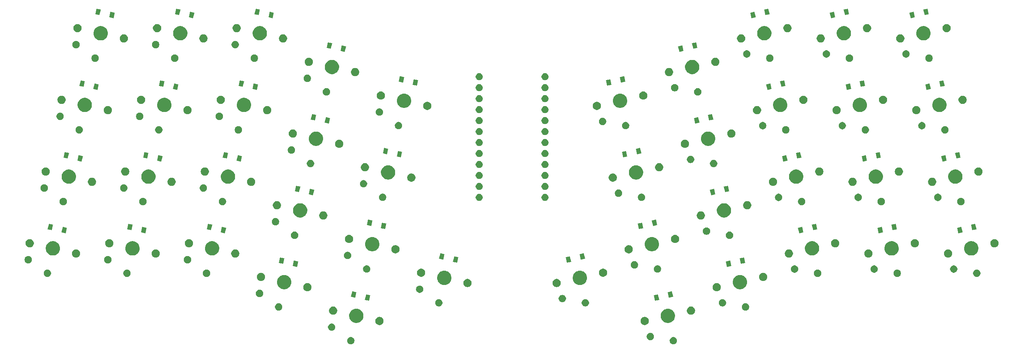
<source format=gbr>
G04 #@! TF.GenerationSoftware,KiCad,Pcbnew,(5.0.1-3-g963ef8bb5)*
G04 #@! TF.CreationDate,2018-12-19T14:21:48+01:00*
G04 #@! TF.ProjectId,atreusPCB,6174726575735043422E6B696361645F,rev?*
G04 #@! TF.SameCoordinates,Original*
G04 #@! TF.FileFunction,Soldermask,Top*
G04 #@! TF.FilePolarity,Negative*
%FSLAX46Y46*%
G04 Gerber Fmt 4.6, Leading zero omitted, Abs format (unit mm)*
G04 Created by KiCad (PCBNEW (5.0.1-3-g963ef8bb5)) date 2018 December 19, Wednesday 14:21:48*
%MOMM*%
%LPD*%
G01*
G04 APERTURE LIST*
%ADD10C,0.100000*%
G04 APERTURE END LIST*
D10*
G36*
X184612995Y-124093926D02*
X184767867Y-124158076D01*
X184907248Y-124251208D01*
X185025782Y-124369742D01*
X185118914Y-124509123D01*
X185183064Y-124663995D01*
X185215767Y-124828407D01*
X185215767Y-124996039D01*
X185183064Y-125160451D01*
X185118914Y-125315323D01*
X185025782Y-125454704D01*
X184907248Y-125573238D01*
X184767867Y-125666370D01*
X184612995Y-125730520D01*
X184448583Y-125763223D01*
X184280951Y-125763223D01*
X184116539Y-125730520D01*
X183961667Y-125666370D01*
X183822286Y-125573238D01*
X183703752Y-125454704D01*
X183610620Y-125315323D01*
X183546470Y-125160451D01*
X183513767Y-124996039D01*
X183513767Y-124828407D01*
X183546470Y-124663995D01*
X183610620Y-124509123D01*
X183703752Y-124369742D01*
X183822286Y-124251208D01*
X183961667Y-124158076D01*
X184116539Y-124093926D01*
X184280951Y-124061223D01*
X184448583Y-124061223D01*
X184612995Y-124093926D01*
X184612995Y-124093926D01*
G37*
G36*
X109883461Y-124093926D02*
X110038333Y-124158076D01*
X110177714Y-124251208D01*
X110296248Y-124369742D01*
X110389380Y-124509123D01*
X110453530Y-124663995D01*
X110486233Y-124828407D01*
X110486233Y-124996039D01*
X110453530Y-125160451D01*
X110389380Y-125315323D01*
X110296248Y-125454704D01*
X110177714Y-125573238D01*
X110038333Y-125666370D01*
X109883461Y-125730520D01*
X109719049Y-125763223D01*
X109551417Y-125763223D01*
X109387005Y-125730520D01*
X109232133Y-125666370D01*
X109092752Y-125573238D01*
X108974218Y-125454704D01*
X108881086Y-125315323D01*
X108816936Y-125160451D01*
X108784233Y-124996039D01*
X108784233Y-124828407D01*
X108816936Y-124663995D01*
X108881086Y-124509123D01*
X108974218Y-124369742D01*
X109092752Y-124251208D01*
X109232133Y-124158076D01*
X109387005Y-124093926D01*
X109551417Y-124061223D01*
X109719049Y-124061223D01*
X109883461Y-124093926D01*
X109883461Y-124093926D01*
G37*
G36*
X179276506Y-123128585D02*
X179431378Y-123192735D01*
X179570759Y-123285867D01*
X179689293Y-123404401D01*
X179782425Y-123543782D01*
X179846575Y-123698654D01*
X179879278Y-123863066D01*
X179879278Y-124030698D01*
X179846575Y-124195110D01*
X179782425Y-124349982D01*
X179689293Y-124489363D01*
X179570759Y-124607897D01*
X179431378Y-124701029D01*
X179276506Y-124765179D01*
X179112094Y-124797882D01*
X178944462Y-124797882D01*
X178780050Y-124765179D01*
X178625178Y-124701029D01*
X178485797Y-124607897D01*
X178367263Y-124489363D01*
X178274131Y-124349982D01*
X178209981Y-124195110D01*
X178177278Y-124030698D01*
X178177278Y-123863066D01*
X178209981Y-123698654D01*
X178274131Y-123543782D01*
X178367263Y-123404401D01*
X178485797Y-123285867D01*
X178625178Y-123192735D01*
X178780050Y-123128585D01*
X178944462Y-123095882D01*
X179112094Y-123095882D01*
X179276506Y-123128585D01*
X179276506Y-123128585D01*
G37*
G36*
X105458079Y-120959281D02*
X105612951Y-121023431D01*
X105752332Y-121116563D01*
X105870866Y-121235097D01*
X105963998Y-121374478D01*
X106028148Y-121529350D01*
X106060851Y-121693762D01*
X106060851Y-121861394D01*
X106028148Y-122025806D01*
X105963998Y-122180678D01*
X105870866Y-122320059D01*
X105752332Y-122438593D01*
X105612951Y-122531725D01*
X105458079Y-122595875D01*
X105293667Y-122628578D01*
X105126035Y-122628578D01*
X104961623Y-122595875D01*
X104806751Y-122531725D01*
X104667370Y-122438593D01*
X104548836Y-122320059D01*
X104455704Y-122180678D01*
X104391554Y-122025806D01*
X104358851Y-121861394D01*
X104358851Y-121693762D01*
X104391554Y-121529350D01*
X104455704Y-121374478D01*
X104548836Y-121235097D01*
X104667370Y-121116563D01*
X104806751Y-121023431D01*
X104961623Y-120959281D01*
X105126035Y-120926578D01*
X105293667Y-120926578D01*
X105458079Y-120959281D01*
X105458079Y-120959281D01*
G37*
G36*
X177993245Y-119431382D02*
X178166315Y-119503070D01*
X178322079Y-119607148D01*
X178454537Y-119739606D01*
X178558615Y-119895370D01*
X178630303Y-120068440D01*
X178666849Y-120252169D01*
X178666849Y-120439503D01*
X178630303Y-120623232D01*
X178558615Y-120796302D01*
X178454537Y-120952066D01*
X178322079Y-121084524D01*
X178166315Y-121188602D01*
X177993245Y-121260290D01*
X177809516Y-121296836D01*
X177622182Y-121296836D01*
X177438453Y-121260290D01*
X177265383Y-121188602D01*
X177109619Y-121084524D01*
X176977161Y-120952066D01*
X176873083Y-120796302D01*
X176801395Y-120623232D01*
X176764849Y-120439503D01*
X176764849Y-120252169D01*
X176801395Y-120068440D01*
X176873083Y-119895370D01*
X176977161Y-119739606D01*
X177109619Y-119607148D01*
X177265383Y-119503070D01*
X177438453Y-119431382D01*
X177622182Y-119394836D01*
X177809516Y-119394836D01*
X177993245Y-119431382D01*
X177993245Y-119431382D01*
G37*
G36*
X116561547Y-119431382D02*
X116734617Y-119503070D01*
X116890381Y-119607148D01*
X117022839Y-119739606D01*
X117126917Y-119895370D01*
X117198605Y-120068440D01*
X117235151Y-120252169D01*
X117235151Y-120439503D01*
X117198605Y-120623232D01*
X117126917Y-120796302D01*
X117022839Y-120952066D01*
X116890381Y-121084524D01*
X116734617Y-121188602D01*
X116561547Y-121260290D01*
X116377818Y-121296836D01*
X116190484Y-121296836D01*
X116006755Y-121260290D01*
X115833685Y-121188602D01*
X115677921Y-121084524D01*
X115545463Y-120952066D01*
X115441385Y-120796302D01*
X115369697Y-120623232D01*
X115333151Y-120439503D01*
X115333151Y-120252169D01*
X115369697Y-120068440D01*
X115441385Y-119895370D01*
X115545463Y-119739606D01*
X115677921Y-119607148D01*
X115833685Y-119503070D01*
X116006755Y-119431382D01*
X116190484Y-119394836D01*
X116377818Y-119394836D01*
X116561547Y-119431382D01*
X116561547Y-119431382D01*
G37*
G36*
X183460134Y-117544017D02*
X183566457Y-117565166D01*
X183759698Y-117645209D01*
X183849017Y-117682206D01*
X183866920Y-117689622D01*
X184117230Y-117856874D01*
X184137332Y-117870306D01*
X184367291Y-118100265D01*
X184367293Y-118100268D01*
X184547975Y-118370677D01*
X184628810Y-118565829D01*
X184672431Y-118671141D01*
X184735878Y-118990108D01*
X184735878Y-119315330D01*
X184712793Y-119431383D01*
X184672431Y-119634298D01*
X184584428Y-119846756D01*
X184547976Y-119934759D01*
X184367291Y-120205173D01*
X184137332Y-120435132D01*
X184137329Y-120435134D01*
X183866920Y-120615816D01*
X183866919Y-120615817D01*
X183866918Y-120615817D01*
X183778915Y-120652269D01*
X183566457Y-120740272D01*
X183460134Y-120761421D01*
X183247489Y-120803719D01*
X182922267Y-120803719D01*
X182709622Y-120761421D01*
X182603299Y-120740272D01*
X182390841Y-120652269D01*
X182302838Y-120615817D01*
X182302837Y-120615817D01*
X182302836Y-120615816D01*
X182032427Y-120435134D01*
X182032424Y-120435132D01*
X181802465Y-120205173D01*
X181621780Y-119934759D01*
X181585328Y-119846756D01*
X181497325Y-119634298D01*
X181456963Y-119431383D01*
X181433878Y-119315330D01*
X181433878Y-118990108D01*
X181497325Y-118671141D01*
X181540947Y-118565829D01*
X181621781Y-118370677D01*
X181802463Y-118100268D01*
X181802465Y-118100265D01*
X182032424Y-117870306D01*
X182052526Y-117856874D01*
X182302836Y-117689622D01*
X182320740Y-117682206D01*
X182410058Y-117645209D01*
X182603299Y-117565166D01*
X182709622Y-117544017D01*
X182922267Y-117501719D01*
X183247489Y-117501719D01*
X183460134Y-117544017D01*
X183460134Y-117544017D01*
G37*
G36*
X111290378Y-117544017D02*
X111396701Y-117565166D01*
X111589942Y-117645209D01*
X111679261Y-117682206D01*
X111697164Y-117689622D01*
X111947474Y-117856874D01*
X111967576Y-117870306D01*
X112197535Y-118100265D01*
X112197537Y-118100268D01*
X112378219Y-118370677D01*
X112459054Y-118565829D01*
X112502675Y-118671141D01*
X112566122Y-118990108D01*
X112566122Y-119315330D01*
X112543037Y-119431383D01*
X112502675Y-119634298D01*
X112414672Y-119846756D01*
X112378220Y-119934759D01*
X112197535Y-120205173D01*
X111967576Y-120435132D01*
X111967573Y-120435134D01*
X111697164Y-120615816D01*
X111697163Y-120615817D01*
X111697162Y-120615817D01*
X111609159Y-120652269D01*
X111396701Y-120740272D01*
X111290378Y-120761421D01*
X111077733Y-120803719D01*
X110752511Y-120803719D01*
X110539866Y-120761421D01*
X110433543Y-120740272D01*
X110221085Y-120652269D01*
X110133082Y-120615817D01*
X110133081Y-120615817D01*
X110133080Y-120615816D01*
X109862671Y-120435134D01*
X109862668Y-120435132D01*
X109632709Y-120205173D01*
X109452024Y-119934759D01*
X109415572Y-119846756D01*
X109327569Y-119634298D01*
X109287207Y-119431383D01*
X109264122Y-119315330D01*
X109264122Y-118990108D01*
X109327569Y-118671141D01*
X109371191Y-118565829D01*
X109452025Y-118370677D01*
X109632707Y-118100268D01*
X109632709Y-118100265D01*
X109862668Y-117870306D01*
X109882770Y-117856874D01*
X110133080Y-117689622D01*
X110150984Y-117682206D01*
X110240302Y-117645209D01*
X110433543Y-117565166D01*
X110539866Y-117544017D01*
X110752511Y-117501719D01*
X111077733Y-117501719D01*
X111290378Y-117544017D01*
X111290378Y-117544017D01*
G37*
G36*
X188731303Y-117045148D02*
X188904373Y-117116836D01*
X189060137Y-117220914D01*
X189192595Y-117353372D01*
X189296673Y-117509136D01*
X189368361Y-117682206D01*
X189404907Y-117865935D01*
X189404907Y-118053269D01*
X189368361Y-118236998D01*
X189296673Y-118410068D01*
X189192595Y-118565832D01*
X189060137Y-118698290D01*
X188904373Y-118802368D01*
X188731303Y-118874056D01*
X188547574Y-118910602D01*
X188360240Y-118910602D01*
X188176511Y-118874056D01*
X188003441Y-118802368D01*
X187847677Y-118698290D01*
X187715219Y-118565832D01*
X187611141Y-118410068D01*
X187539453Y-118236998D01*
X187502907Y-118053269D01*
X187502907Y-117865935D01*
X187539453Y-117682206D01*
X187611141Y-117509136D01*
X187715219Y-117353372D01*
X187847677Y-117220914D01*
X188003441Y-117116836D01*
X188176511Y-117045148D01*
X188360240Y-117008602D01*
X188547574Y-117008602D01*
X188731303Y-117045148D01*
X188731303Y-117045148D01*
G37*
G36*
X105823489Y-117045148D02*
X105996559Y-117116836D01*
X106152323Y-117220914D01*
X106284781Y-117353372D01*
X106388859Y-117509136D01*
X106460547Y-117682206D01*
X106497093Y-117865935D01*
X106497093Y-118053269D01*
X106460547Y-118236998D01*
X106388859Y-118410068D01*
X106284781Y-118565832D01*
X106152323Y-118698290D01*
X105996559Y-118802368D01*
X105823489Y-118874056D01*
X105639760Y-118910602D01*
X105452426Y-118910602D01*
X105268697Y-118874056D01*
X105095627Y-118802368D01*
X104939863Y-118698290D01*
X104807405Y-118565832D01*
X104703327Y-118410068D01*
X104631639Y-118236998D01*
X104595093Y-118053269D01*
X104595093Y-117865935D01*
X104631639Y-117682206D01*
X104703327Y-117509136D01*
X104807405Y-117353372D01*
X104939863Y-117220914D01*
X105095627Y-117116836D01*
X105268697Y-117045148D01*
X105452426Y-117008602D01*
X105639760Y-117008602D01*
X105823489Y-117045148D01*
X105823489Y-117045148D01*
G37*
G36*
X201316641Y-116284431D02*
X201471513Y-116348581D01*
X201610894Y-116441713D01*
X201729428Y-116560247D01*
X201822560Y-116699628D01*
X201886710Y-116854500D01*
X201919413Y-117018912D01*
X201919413Y-117186544D01*
X201886710Y-117350956D01*
X201822560Y-117505828D01*
X201729428Y-117645209D01*
X201610894Y-117763743D01*
X201471513Y-117856875D01*
X201316641Y-117921025D01*
X201152229Y-117953728D01*
X200984597Y-117953728D01*
X200820185Y-117921025D01*
X200665313Y-117856875D01*
X200525932Y-117763743D01*
X200407398Y-117645209D01*
X200314266Y-117505828D01*
X200250116Y-117350956D01*
X200217413Y-117186544D01*
X200217413Y-117018912D01*
X200250116Y-116854500D01*
X200314266Y-116699628D01*
X200407398Y-116560247D01*
X200525932Y-116441713D01*
X200665313Y-116348581D01*
X200820185Y-116284431D01*
X200984597Y-116251728D01*
X201152229Y-116251728D01*
X201316641Y-116284431D01*
X201316641Y-116284431D01*
G37*
G36*
X93179815Y-116284431D02*
X93334687Y-116348581D01*
X93474068Y-116441713D01*
X93592602Y-116560247D01*
X93685734Y-116699628D01*
X93749884Y-116854500D01*
X93782587Y-117018912D01*
X93782587Y-117186544D01*
X93749884Y-117350956D01*
X93685734Y-117505828D01*
X93592602Y-117645209D01*
X93474068Y-117763743D01*
X93334687Y-117856875D01*
X93179815Y-117921025D01*
X93015403Y-117953728D01*
X92847771Y-117953728D01*
X92683359Y-117921025D01*
X92528487Y-117856875D01*
X92389106Y-117763743D01*
X92270572Y-117645209D01*
X92177440Y-117505828D01*
X92113290Y-117350956D01*
X92080587Y-117186544D01*
X92080587Y-117018912D01*
X92113290Y-116854500D01*
X92177440Y-116699628D01*
X92270572Y-116560247D01*
X92389106Y-116441713D01*
X92528487Y-116348581D01*
X92683359Y-116284431D01*
X92847771Y-116251728D01*
X93015403Y-116251728D01*
X93179815Y-116284431D01*
X93179815Y-116284431D01*
G37*
G36*
X195980152Y-115319090D02*
X196135024Y-115383240D01*
X196274405Y-115476372D01*
X196392939Y-115594906D01*
X196486071Y-115734287D01*
X196550221Y-115889159D01*
X196582924Y-116053571D01*
X196582924Y-116221203D01*
X196550221Y-116385615D01*
X196486071Y-116540487D01*
X196392939Y-116679868D01*
X196274405Y-116798402D01*
X196135024Y-116891534D01*
X195980152Y-116955684D01*
X195815740Y-116988387D01*
X195648108Y-116988387D01*
X195483696Y-116955684D01*
X195328824Y-116891534D01*
X195189443Y-116798402D01*
X195070909Y-116679868D01*
X194977777Y-116540487D01*
X194913627Y-116385615D01*
X194880924Y-116221203D01*
X194880924Y-116053571D01*
X194913627Y-115889159D01*
X194977777Y-115734287D01*
X195070909Y-115594906D01*
X195189443Y-115476372D01*
X195328824Y-115383240D01*
X195483696Y-115319090D01*
X195648108Y-115286387D01*
X195815740Y-115286387D01*
X195980152Y-115319090D01*
X195980152Y-115319090D01*
G37*
G36*
X164221533Y-115308239D02*
X164376405Y-115372389D01*
X164515786Y-115465521D01*
X164634320Y-115584055D01*
X164727452Y-115723436D01*
X164791602Y-115878308D01*
X164824305Y-116042720D01*
X164824305Y-116210352D01*
X164791602Y-116374764D01*
X164727452Y-116529636D01*
X164634320Y-116669017D01*
X164515786Y-116787551D01*
X164376405Y-116880683D01*
X164221533Y-116944833D01*
X164057121Y-116977536D01*
X163889489Y-116977536D01*
X163725077Y-116944833D01*
X163570205Y-116880683D01*
X163430824Y-116787551D01*
X163312290Y-116669017D01*
X163219158Y-116529636D01*
X163155008Y-116374764D01*
X163122305Y-116210352D01*
X163122305Y-116042720D01*
X163155008Y-115878308D01*
X163219158Y-115723436D01*
X163312290Y-115584055D01*
X163430824Y-115465521D01*
X163570205Y-115372389D01*
X163725077Y-115308239D01*
X163889489Y-115275536D01*
X164057121Y-115275536D01*
X164221533Y-115308239D01*
X164221533Y-115308239D01*
G37*
G36*
X130274923Y-115308239D02*
X130429795Y-115372389D01*
X130569176Y-115465521D01*
X130687710Y-115584055D01*
X130780842Y-115723436D01*
X130844992Y-115878308D01*
X130877695Y-116042720D01*
X130877695Y-116210352D01*
X130844992Y-116374764D01*
X130780842Y-116529636D01*
X130687710Y-116669017D01*
X130569176Y-116787551D01*
X130429795Y-116880683D01*
X130274923Y-116944833D01*
X130110511Y-116977536D01*
X129942879Y-116977536D01*
X129778467Y-116944833D01*
X129623595Y-116880683D01*
X129484214Y-116787551D01*
X129365680Y-116669017D01*
X129272548Y-116529636D01*
X129208398Y-116374764D01*
X129175695Y-116210352D01*
X129175695Y-116042720D01*
X129208398Y-115878308D01*
X129272548Y-115723436D01*
X129365680Y-115584055D01*
X129484214Y-115465521D01*
X129623595Y-115372389D01*
X129778467Y-115308239D01*
X129942879Y-115275536D01*
X130110511Y-115275536D01*
X130274923Y-115308239D01*
X130274923Y-115308239D01*
G37*
G36*
X158885044Y-114342898D02*
X159039916Y-114407048D01*
X159179297Y-114500180D01*
X159297831Y-114618714D01*
X159390963Y-114758095D01*
X159455113Y-114912967D01*
X159487816Y-115077379D01*
X159487816Y-115245011D01*
X159455113Y-115409423D01*
X159390963Y-115564295D01*
X159297831Y-115703676D01*
X159179297Y-115822210D01*
X159039916Y-115915342D01*
X158885044Y-115979492D01*
X158720632Y-116012195D01*
X158553000Y-116012195D01*
X158388588Y-115979492D01*
X158233716Y-115915342D01*
X158094335Y-115822210D01*
X157975801Y-115703676D01*
X157882669Y-115564295D01*
X157818519Y-115409423D01*
X157785816Y-115245011D01*
X157785816Y-115077379D01*
X157818519Y-114912967D01*
X157882669Y-114758095D01*
X157975801Y-114618714D01*
X158094335Y-114500180D01*
X158233716Y-114407048D01*
X158388588Y-114342898D01*
X158553000Y-114310195D01*
X158720632Y-114310195D01*
X158885044Y-114342898D01*
X158885044Y-114342898D01*
G37*
G36*
X181084889Y-115449391D02*
X180106749Y-115666756D01*
X179824305Y-114395759D01*
X180802445Y-114178394D01*
X181084889Y-115449391D01*
X181084889Y-115449391D01*
G37*
G36*
X114175695Y-114395759D02*
X113893251Y-115666756D01*
X112915111Y-115449391D01*
X113197555Y-114178394D01*
X114175695Y-114395759D01*
X114175695Y-114395759D01*
G37*
G36*
X184306306Y-114733521D02*
X183328166Y-114950886D01*
X183045722Y-113679889D01*
X184023862Y-113462524D01*
X184306306Y-114733521D01*
X184306306Y-114733521D01*
G37*
G36*
X110954278Y-113679889D02*
X110671834Y-114950886D01*
X109693694Y-114733521D01*
X109976138Y-113462524D01*
X110954278Y-113679889D01*
X110954278Y-113679889D01*
G37*
G36*
X88754433Y-113149786D02*
X88909305Y-113213936D01*
X89048686Y-113307068D01*
X89167220Y-113425602D01*
X89260352Y-113564983D01*
X89324502Y-113719855D01*
X89357205Y-113884267D01*
X89357205Y-114051899D01*
X89324502Y-114216311D01*
X89260352Y-114371183D01*
X89167220Y-114510564D01*
X89048686Y-114629098D01*
X88909305Y-114722230D01*
X88754433Y-114786380D01*
X88590021Y-114819083D01*
X88422389Y-114819083D01*
X88257977Y-114786380D01*
X88103105Y-114722230D01*
X87963724Y-114629098D01*
X87845190Y-114510564D01*
X87752058Y-114371183D01*
X87687908Y-114216311D01*
X87655205Y-114051899D01*
X87655205Y-113884267D01*
X87687908Y-113719855D01*
X87752058Y-113564983D01*
X87845190Y-113425602D01*
X87963724Y-113307068D01*
X88103105Y-113213936D01*
X88257977Y-113149786D01*
X88422389Y-113117083D01*
X88590021Y-113117083D01*
X88754433Y-113149786D01*
X88754433Y-113149786D01*
G37*
G36*
X125849541Y-112173594D02*
X126004413Y-112237744D01*
X126143794Y-112330876D01*
X126262328Y-112449410D01*
X126355460Y-112588791D01*
X126419610Y-112743663D01*
X126452313Y-112908075D01*
X126452313Y-113075707D01*
X126419610Y-113240119D01*
X126355460Y-113394991D01*
X126262328Y-113534372D01*
X126143794Y-113652906D01*
X126004413Y-113746038D01*
X125849541Y-113810188D01*
X125685129Y-113842891D01*
X125517497Y-113842891D01*
X125353085Y-113810188D01*
X125198213Y-113746038D01*
X125058832Y-113652906D01*
X124940298Y-113534372D01*
X124847166Y-113394991D01*
X124783016Y-113240119D01*
X124750313Y-113075707D01*
X124750313Y-112908075D01*
X124783016Y-112743663D01*
X124847166Y-112588791D01*
X124940298Y-112449410D01*
X125058832Y-112330876D01*
X125198213Y-112237744D01*
X125353085Y-112173594D01*
X125517497Y-112140891D01*
X125685129Y-112140891D01*
X125849541Y-112173594D01*
X125849541Y-112173594D01*
G37*
G36*
X99857901Y-111621887D02*
X100030971Y-111693575D01*
X100186735Y-111797653D01*
X100319193Y-111930111D01*
X100423271Y-112085875D01*
X100494959Y-112258945D01*
X100531505Y-112442674D01*
X100531505Y-112630008D01*
X100494959Y-112813737D01*
X100423271Y-112986807D01*
X100319193Y-113142571D01*
X100186735Y-113275029D01*
X100030971Y-113379107D01*
X99857901Y-113450795D01*
X99674172Y-113487341D01*
X99486838Y-113487341D01*
X99303109Y-113450795D01*
X99130039Y-113379107D01*
X98974275Y-113275029D01*
X98841817Y-113142571D01*
X98737739Y-112986807D01*
X98666051Y-112813737D01*
X98629505Y-112630008D01*
X98629505Y-112442674D01*
X98666051Y-112258945D01*
X98737739Y-112085875D01*
X98841817Y-111930111D01*
X98974275Y-111797653D01*
X99130039Y-111693575D01*
X99303109Y-111621887D01*
X99486838Y-111585341D01*
X99674172Y-111585341D01*
X99857901Y-111621887D01*
X99857901Y-111621887D01*
G37*
G36*
X194696891Y-111621887D02*
X194869961Y-111693575D01*
X195025725Y-111797653D01*
X195158183Y-111930111D01*
X195262261Y-112085875D01*
X195333949Y-112258945D01*
X195370495Y-112442674D01*
X195370495Y-112630008D01*
X195333949Y-112813737D01*
X195262261Y-112986807D01*
X195158183Y-113142571D01*
X195025725Y-113275029D01*
X194869961Y-113379107D01*
X194696891Y-113450795D01*
X194513162Y-113487341D01*
X194325828Y-113487341D01*
X194142099Y-113450795D01*
X193969029Y-113379107D01*
X193813265Y-113275029D01*
X193680807Y-113142571D01*
X193576729Y-112986807D01*
X193505041Y-112813737D01*
X193468495Y-112630008D01*
X193468495Y-112442674D01*
X193505041Y-112258945D01*
X193576729Y-112085875D01*
X193680807Y-111930111D01*
X193813265Y-111797653D01*
X193969029Y-111693575D01*
X194142099Y-111621887D01*
X194325828Y-111585341D01*
X194513162Y-111585341D01*
X194696891Y-111621887D01*
X194696891Y-111621887D01*
G37*
G36*
X94586732Y-109734522D02*
X94693055Y-109755671D01*
X94752140Y-109780145D01*
X94975615Y-109872711D01*
X94993518Y-109880127D01*
X95197883Y-110016680D01*
X95263930Y-110060811D01*
X95493889Y-110290770D01*
X95493891Y-110290773D01*
X95674573Y-110561182D01*
X95793630Y-110848610D01*
X95799029Y-110861646D01*
X95862476Y-111180613D01*
X95862476Y-111505835D01*
X95825132Y-111693575D01*
X95799029Y-111824803D01*
X95674573Y-112125266D01*
X95599417Y-112237744D01*
X95493889Y-112395678D01*
X95263930Y-112625637D01*
X95263927Y-112625639D01*
X94993518Y-112806321D01*
X94993517Y-112806322D01*
X94993516Y-112806322D01*
X94905513Y-112842774D01*
X94693055Y-112930777D01*
X94586732Y-112951926D01*
X94374087Y-112994224D01*
X94048865Y-112994224D01*
X93836220Y-112951926D01*
X93729897Y-112930777D01*
X93517439Y-112842774D01*
X93429436Y-112806322D01*
X93429435Y-112806322D01*
X93429434Y-112806321D01*
X93159025Y-112625639D01*
X93159022Y-112625637D01*
X92929063Y-112395678D01*
X92823535Y-112237744D01*
X92748379Y-112125266D01*
X92623923Y-111824803D01*
X92597820Y-111693575D01*
X92560476Y-111505835D01*
X92560476Y-111180613D01*
X92623923Y-110861646D01*
X92629323Y-110848610D01*
X92748379Y-110561182D01*
X92929061Y-110290773D01*
X92929063Y-110290770D01*
X93159022Y-110060811D01*
X93225069Y-110016680D01*
X93429434Y-109880127D01*
X93447338Y-109872711D01*
X93670812Y-109780145D01*
X93729897Y-109755671D01*
X93836220Y-109734522D01*
X94048865Y-109692224D01*
X94374087Y-109692224D01*
X94586732Y-109734522D01*
X94586732Y-109734522D01*
G37*
G36*
X200163780Y-109734522D02*
X200270103Y-109755671D01*
X200329188Y-109780145D01*
X200552663Y-109872711D01*
X200570566Y-109880127D01*
X200774931Y-110016680D01*
X200840978Y-110060811D01*
X201070937Y-110290770D01*
X201070939Y-110290773D01*
X201251621Y-110561182D01*
X201370678Y-110848610D01*
X201376077Y-110861646D01*
X201439524Y-111180613D01*
X201439524Y-111505835D01*
X201402180Y-111693575D01*
X201376077Y-111824803D01*
X201251621Y-112125266D01*
X201176465Y-112237744D01*
X201070937Y-112395678D01*
X200840978Y-112625637D01*
X200840975Y-112625639D01*
X200570566Y-112806321D01*
X200570565Y-112806322D01*
X200570564Y-112806322D01*
X200482561Y-112842774D01*
X200270103Y-112930777D01*
X200163780Y-112951926D01*
X199951135Y-112994224D01*
X199625913Y-112994224D01*
X199413268Y-112951926D01*
X199306945Y-112930777D01*
X199094487Y-112842774D01*
X199006484Y-112806322D01*
X199006483Y-112806322D01*
X199006482Y-112806321D01*
X198736073Y-112625639D01*
X198736070Y-112625637D01*
X198506111Y-112395678D01*
X198400583Y-112237744D01*
X198325427Y-112125266D01*
X198200971Y-111824803D01*
X198174868Y-111693575D01*
X198137524Y-111505835D01*
X198137524Y-111180613D01*
X198200971Y-110861646D01*
X198206371Y-110848610D01*
X198325427Y-110561182D01*
X198506109Y-110290773D01*
X198506111Y-110290770D01*
X198736070Y-110060811D01*
X198802117Y-110016680D01*
X199006482Y-109880127D01*
X199024386Y-109872711D01*
X199247860Y-109780145D01*
X199306945Y-109755671D01*
X199413268Y-109734522D01*
X199625913Y-109692224D01*
X199951135Y-109692224D01*
X200163780Y-109734522D01*
X200163780Y-109734522D01*
G37*
G36*
X157601783Y-110645695D02*
X157774853Y-110717383D01*
X157930617Y-110821461D01*
X158063075Y-110953919D01*
X158167153Y-111109683D01*
X158238841Y-111282753D01*
X158275387Y-111466482D01*
X158275387Y-111653816D01*
X158238841Y-111837545D01*
X158167153Y-112010615D01*
X158063075Y-112166379D01*
X157930617Y-112298837D01*
X157774853Y-112402915D01*
X157601783Y-112474603D01*
X157418054Y-112511149D01*
X157230720Y-112511149D01*
X157046991Y-112474603D01*
X156873921Y-112402915D01*
X156718157Y-112298837D01*
X156585699Y-112166379D01*
X156481621Y-112010615D01*
X156409933Y-111837545D01*
X156373387Y-111653816D01*
X156373387Y-111466482D01*
X156409933Y-111282753D01*
X156481621Y-111109683D01*
X156585699Y-110953919D01*
X156718157Y-110821461D01*
X156873921Y-110717383D01*
X157046991Y-110645695D01*
X157230720Y-110609149D01*
X157418054Y-110609149D01*
X157601783Y-110645695D01*
X157601783Y-110645695D01*
G37*
G36*
X136953009Y-110645695D02*
X137126079Y-110717383D01*
X137281843Y-110821461D01*
X137414301Y-110953919D01*
X137518379Y-111109683D01*
X137590067Y-111282753D01*
X137626613Y-111466482D01*
X137626613Y-111653816D01*
X137590067Y-111837545D01*
X137518379Y-112010615D01*
X137414301Y-112166379D01*
X137281843Y-112298837D01*
X137126079Y-112402915D01*
X136953009Y-112474603D01*
X136769280Y-112511149D01*
X136581946Y-112511149D01*
X136398217Y-112474603D01*
X136225147Y-112402915D01*
X136069383Y-112298837D01*
X135936925Y-112166379D01*
X135832847Y-112010615D01*
X135761159Y-111837545D01*
X135724613Y-111653816D01*
X135724613Y-111466482D01*
X135761159Y-111282753D01*
X135832847Y-111109683D01*
X135936925Y-110953919D01*
X136069383Y-110821461D01*
X136225147Y-110717383D01*
X136398217Y-110645695D01*
X136581946Y-110609149D01*
X136769280Y-110609149D01*
X136953009Y-110645695D01*
X136953009Y-110645695D01*
G37*
G36*
X131643763Y-108750756D02*
X131788163Y-108779479D01*
X131981406Y-108859523D01*
X132070723Y-108896519D01*
X132088626Y-108903935D01*
X132338937Y-109071188D01*
X132359038Y-109084619D01*
X132588997Y-109314578D01*
X132588999Y-109314581D01*
X132769681Y-109584990D01*
X132891931Y-109880127D01*
X132894137Y-109885454D01*
X132957584Y-110204421D01*
X132957584Y-110529643D01*
X132934499Y-110645696D01*
X132894137Y-110848611D01*
X132834382Y-110992872D01*
X132769682Y-111149072D01*
X132588997Y-111419486D01*
X132359038Y-111649445D01*
X132359035Y-111649447D01*
X132088626Y-111830129D01*
X132088625Y-111830130D01*
X132088624Y-111830130D01*
X132000621Y-111866582D01*
X131788163Y-111954585D01*
X131681840Y-111975734D01*
X131469195Y-112018032D01*
X131143973Y-112018032D01*
X130931328Y-111975734D01*
X130825005Y-111954585D01*
X130612547Y-111866582D01*
X130524544Y-111830130D01*
X130524543Y-111830130D01*
X130524542Y-111830129D01*
X130254133Y-111649447D01*
X130254130Y-111649445D01*
X130024171Y-111419486D01*
X129843486Y-111149072D01*
X129778786Y-110992872D01*
X129719031Y-110848611D01*
X129678669Y-110645696D01*
X129655584Y-110529643D01*
X129655584Y-110204421D01*
X129719031Y-109885454D01*
X129721238Y-109880127D01*
X129843487Y-109584990D01*
X130024169Y-109314581D01*
X130024171Y-109314578D01*
X130254130Y-109084619D01*
X130274231Y-109071188D01*
X130524542Y-108903935D01*
X130542446Y-108896519D01*
X130631762Y-108859523D01*
X130825005Y-108779479D01*
X130969405Y-108750756D01*
X131143973Y-108716032D01*
X131469195Y-108716032D01*
X131643763Y-108750756D01*
X131643763Y-108750756D01*
G37*
G36*
X163030595Y-108750756D02*
X163174995Y-108779479D01*
X163368238Y-108859523D01*
X163457555Y-108896519D01*
X163475458Y-108903935D01*
X163725769Y-109071188D01*
X163745870Y-109084619D01*
X163975829Y-109314578D01*
X163975831Y-109314581D01*
X164156513Y-109584990D01*
X164278763Y-109880127D01*
X164280969Y-109885454D01*
X164344416Y-110204421D01*
X164344416Y-110529643D01*
X164321331Y-110645696D01*
X164280969Y-110848611D01*
X164221214Y-110992872D01*
X164156514Y-111149072D01*
X163975829Y-111419486D01*
X163745870Y-111649445D01*
X163745867Y-111649447D01*
X163475458Y-111830129D01*
X163475457Y-111830130D01*
X163475456Y-111830130D01*
X163387453Y-111866582D01*
X163174995Y-111954585D01*
X163068672Y-111975734D01*
X162856027Y-112018032D01*
X162530805Y-112018032D01*
X162318160Y-111975734D01*
X162211837Y-111954585D01*
X161999379Y-111866582D01*
X161911376Y-111830130D01*
X161911375Y-111830130D01*
X161911374Y-111830129D01*
X161640965Y-111649447D01*
X161640962Y-111649445D01*
X161411003Y-111419486D01*
X161230318Y-111149072D01*
X161165618Y-110992872D01*
X161105863Y-110848611D01*
X161065501Y-110645696D01*
X161042416Y-110529643D01*
X161042416Y-110204421D01*
X161105863Y-109885454D01*
X161108070Y-109880127D01*
X161230319Y-109584990D01*
X161411001Y-109314581D01*
X161411003Y-109314578D01*
X161640962Y-109084619D01*
X161661063Y-109071188D01*
X161911374Y-108903935D01*
X161929278Y-108896519D01*
X162018594Y-108859523D01*
X162211837Y-108779479D01*
X162356237Y-108750756D01*
X162530805Y-108716032D01*
X162856027Y-108716032D01*
X163030595Y-108750756D01*
X163030595Y-108750756D01*
G37*
G36*
X89119843Y-109235653D02*
X89292913Y-109307341D01*
X89448677Y-109411419D01*
X89581135Y-109543877D01*
X89685213Y-109699641D01*
X89756901Y-109872711D01*
X89793447Y-110056440D01*
X89793447Y-110243774D01*
X89756901Y-110427503D01*
X89685213Y-110600573D01*
X89581135Y-110756337D01*
X89448677Y-110888795D01*
X89292913Y-110992873D01*
X89119843Y-111064561D01*
X88936114Y-111101107D01*
X88748780Y-111101107D01*
X88565051Y-111064561D01*
X88391981Y-110992873D01*
X88236217Y-110888795D01*
X88103759Y-110756337D01*
X87999681Y-110600573D01*
X87927993Y-110427503D01*
X87891447Y-110243774D01*
X87891447Y-110056440D01*
X87927993Y-109872711D01*
X87999681Y-109699641D01*
X88103759Y-109543877D01*
X88236217Y-109411419D01*
X88391981Y-109307341D01*
X88565051Y-109235653D01*
X88748780Y-109199107D01*
X88936114Y-109199107D01*
X89119843Y-109235653D01*
X89119843Y-109235653D01*
G37*
G36*
X205434949Y-109235653D02*
X205608019Y-109307341D01*
X205763783Y-109411419D01*
X205896241Y-109543877D01*
X206000319Y-109699641D01*
X206072007Y-109872711D01*
X206108553Y-110056440D01*
X206108553Y-110243774D01*
X206072007Y-110427503D01*
X206000319Y-110600573D01*
X205896241Y-110756337D01*
X205763783Y-110888795D01*
X205608019Y-110992873D01*
X205434949Y-111064561D01*
X205251220Y-111101107D01*
X205063886Y-111101107D01*
X204880157Y-111064561D01*
X204707087Y-110992873D01*
X204551323Y-110888795D01*
X204418865Y-110756337D01*
X204314787Y-110600573D01*
X204243099Y-110427503D01*
X204206553Y-110243774D01*
X204206553Y-110056440D01*
X204243099Y-109872711D01*
X204314787Y-109699641D01*
X204418865Y-109543877D01*
X204551323Y-109411419D01*
X204707087Y-109307341D01*
X204880157Y-109235653D01*
X205063886Y-109199107D01*
X205251220Y-109199107D01*
X205434949Y-109235653D01*
X205434949Y-109235653D01*
G37*
G36*
X254898466Y-108474942D02*
X255053338Y-108539092D01*
X255192719Y-108632224D01*
X255311253Y-108750758D01*
X255404385Y-108890139D01*
X255468535Y-109045011D01*
X255501238Y-109209423D01*
X255501238Y-109377055D01*
X255468535Y-109541467D01*
X255404385Y-109696339D01*
X255311253Y-109835720D01*
X255192719Y-109954254D01*
X255053338Y-110047386D01*
X254898466Y-110111536D01*
X254734054Y-110144239D01*
X254566422Y-110144239D01*
X254402010Y-110111536D01*
X254247138Y-110047386D01*
X254107757Y-109954254D01*
X253989223Y-109835720D01*
X253896091Y-109696339D01*
X253831941Y-109541467D01*
X253799238Y-109377055D01*
X253799238Y-109209423D01*
X253831941Y-109045011D01*
X253896091Y-108890139D01*
X253989223Y-108750758D01*
X254107757Y-108632224D01*
X254247138Y-108539092D01*
X254402010Y-108474942D01*
X254566422Y-108442239D01*
X254734054Y-108442239D01*
X254898466Y-108474942D01*
X254898466Y-108474942D01*
G37*
G36*
X39597990Y-108474942D02*
X39752862Y-108539092D01*
X39892243Y-108632224D01*
X40010777Y-108750758D01*
X40103909Y-108890139D01*
X40168059Y-109045011D01*
X40200762Y-109209423D01*
X40200762Y-109377055D01*
X40168059Y-109541467D01*
X40103909Y-109696339D01*
X40010777Y-109835720D01*
X39892243Y-109954254D01*
X39752862Y-110047386D01*
X39597990Y-110111536D01*
X39433578Y-110144239D01*
X39265946Y-110144239D01*
X39101534Y-110111536D01*
X38946662Y-110047386D01*
X38807281Y-109954254D01*
X38688747Y-109835720D01*
X38595615Y-109696339D01*
X38531465Y-109541467D01*
X38498762Y-109377055D01*
X38498762Y-109209423D01*
X38531465Y-109045011D01*
X38595615Y-108890139D01*
X38688747Y-108750758D01*
X38807281Y-108632224D01*
X38946662Y-108539092D01*
X39101534Y-108474942D01*
X39265946Y-108442239D01*
X39433578Y-108442239D01*
X39597990Y-108474942D01*
X39597990Y-108474942D01*
G37*
G36*
X58037079Y-108474940D02*
X58191951Y-108539090D01*
X58331332Y-108632222D01*
X58449866Y-108750756D01*
X58542998Y-108890137D01*
X58607148Y-109045009D01*
X58639851Y-109209421D01*
X58639851Y-109377053D01*
X58607148Y-109541465D01*
X58542998Y-109696337D01*
X58449866Y-109835718D01*
X58331332Y-109954252D01*
X58191951Y-110047384D01*
X58037079Y-110111534D01*
X57872667Y-110144237D01*
X57705035Y-110144237D01*
X57540623Y-110111534D01*
X57385751Y-110047384D01*
X57246370Y-109954252D01*
X57127836Y-109835718D01*
X57034704Y-109696337D01*
X56970554Y-109541465D01*
X56937851Y-109377053D01*
X56937851Y-109209421D01*
X56970554Y-109045009D01*
X57034704Y-108890137D01*
X57127836Y-108750756D01*
X57246370Y-108632222D01*
X57385751Y-108539090D01*
X57540623Y-108474940D01*
X57705035Y-108442237D01*
X57872667Y-108442237D01*
X58037079Y-108474940D01*
X58037079Y-108474940D01*
G37*
G36*
X236459377Y-108474940D02*
X236614249Y-108539090D01*
X236753630Y-108632222D01*
X236872164Y-108750756D01*
X236965296Y-108890137D01*
X237029446Y-109045009D01*
X237062149Y-109209421D01*
X237062149Y-109377053D01*
X237029446Y-109541465D01*
X236965296Y-109696337D01*
X236872164Y-109835718D01*
X236753630Y-109954252D01*
X236614249Y-110047384D01*
X236459377Y-110111534D01*
X236294965Y-110144237D01*
X236127333Y-110144237D01*
X235962921Y-110111534D01*
X235808049Y-110047384D01*
X235668668Y-109954252D01*
X235550134Y-109835718D01*
X235457002Y-109696337D01*
X235392852Y-109541465D01*
X235360149Y-109377053D01*
X235360149Y-109209421D01*
X235392852Y-109045009D01*
X235457002Y-108890137D01*
X235550134Y-108750756D01*
X235668668Y-108632222D01*
X235808049Y-108539090D01*
X235962921Y-108474940D01*
X236127333Y-108442237D01*
X236294965Y-108442237D01*
X236459377Y-108474940D01*
X236459377Y-108474940D01*
G37*
G36*
X76476168Y-108474937D02*
X76631040Y-108539087D01*
X76770421Y-108632219D01*
X76888955Y-108750753D01*
X76982087Y-108890134D01*
X77046237Y-109045006D01*
X77078940Y-109209418D01*
X77078940Y-109377050D01*
X77046237Y-109541462D01*
X76982087Y-109696334D01*
X76888955Y-109835715D01*
X76770421Y-109954249D01*
X76631040Y-110047381D01*
X76476168Y-110111531D01*
X76311756Y-110144234D01*
X76144124Y-110144234D01*
X75979712Y-110111531D01*
X75824840Y-110047381D01*
X75685459Y-109954249D01*
X75566925Y-109835715D01*
X75473793Y-109696334D01*
X75409643Y-109541462D01*
X75376940Y-109377050D01*
X75376940Y-109209418D01*
X75409643Y-109045006D01*
X75473793Y-108890134D01*
X75566925Y-108750753D01*
X75685459Y-108632219D01*
X75824840Y-108539087D01*
X75979712Y-108474937D01*
X76144124Y-108442234D01*
X76311756Y-108442234D01*
X76476168Y-108474937D01*
X76476168Y-108474937D01*
G37*
G36*
X218020288Y-108474937D02*
X218175160Y-108539087D01*
X218314541Y-108632219D01*
X218433075Y-108750753D01*
X218526207Y-108890134D01*
X218590357Y-109045006D01*
X218623060Y-109209418D01*
X218623060Y-109377050D01*
X218590357Y-109541462D01*
X218526207Y-109696334D01*
X218433075Y-109835715D01*
X218314541Y-109954249D01*
X218175160Y-110047381D01*
X218020288Y-110111531D01*
X217855876Y-110144234D01*
X217688244Y-110144234D01*
X217523832Y-110111531D01*
X217368960Y-110047381D01*
X217229579Y-109954249D01*
X217111045Y-109835715D01*
X217017913Y-109696334D01*
X216953763Y-109541462D01*
X216921060Y-109377050D01*
X216921060Y-109209418D01*
X216953763Y-109045006D01*
X217017913Y-108890134D01*
X217111045Y-108750753D01*
X217229579Y-108632219D01*
X217368960Y-108539087D01*
X217523832Y-108474937D01*
X217688244Y-108442234D01*
X217855876Y-108442234D01*
X218020288Y-108474937D01*
X218020288Y-108474937D01*
G37*
G36*
X126214951Y-108259461D02*
X126388021Y-108331149D01*
X126543785Y-108435227D01*
X126676243Y-108567685D01*
X126780321Y-108723449D01*
X126852009Y-108896519D01*
X126888555Y-109080248D01*
X126888555Y-109267582D01*
X126852009Y-109451311D01*
X126780321Y-109624381D01*
X126676243Y-109780145D01*
X126543785Y-109912603D01*
X126388021Y-110016681D01*
X126214951Y-110088369D01*
X126031222Y-110124915D01*
X125843888Y-110124915D01*
X125660159Y-110088369D01*
X125487089Y-110016681D01*
X125331325Y-109912603D01*
X125198867Y-109780145D01*
X125094789Y-109624381D01*
X125023101Y-109451311D01*
X124986555Y-109267582D01*
X124986555Y-109080248D01*
X125023101Y-108896519D01*
X125094789Y-108723449D01*
X125198867Y-108567685D01*
X125331325Y-108435227D01*
X125487089Y-108331149D01*
X125660159Y-108259461D01*
X125843888Y-108222915D01*
X126031222Y-108222915D01*
X126214951Y-108259461D01*
X126214951Y-108259461D01*
G37*
G36*
X168339841Y-108259461D02*
X168512911Y-108331149D01*
X168668675Y-108435227D01*
X168801133Y-108567685D01*
X168905211Y-108723449D01*
X168976899Y-108896519D01*
X169013445Y-109080248D01*
X169013445Y-109267582D01*
X168976899Y-109451311D01*
X168905211Y-109624381D01*
X168801133Y-109780145D01*
X168668675Y-109912603D01*
X168512911Y-110016681D01*
X168339841Y-110088369D01*
X168156112Y-110124915D01*
X167968778Y-110124915D01*
X167785049Y-110088369D01*
X167611979Y-110016681D01*
X167456215Y-109912603D01*
X167323757Y-109780145D01*
X167219679Y-109624381D01*
X167147991Y-109451311D01*
X167111445Y-109267582D01*
X167111445Y-109080248D01*
X167147991Y-108896519D01*
X167219679Y-108723449D01*
X167323757Y-108567685D01*
X167456215Y-108435227D01*
X167611979Y-108331149D01*
X167785049Y-108259461D01*
X167968778Y-108222915D01*
X168156112Y-108222915D01*
X168339841Y-108259461D01*
X168339841Y-108259461D01*
G37*
G36*
X249561977Y-107509601D02*
X249716849Y-107573751D01*
X249856230Y-107666883D01*
X249974764Y-107785417D01*
X250067896Y-107924798D01*
X250132046Y-108079670D01*
X250164749Y-108244082D01*
X250164749Y-108411714D01*
X250132046Y-108576126D01*
X250067896Y-108730998D01*
X249974764Y-108870379D01*
X249856230Y-108988913D01*
X249716849Y-109082045D01*
X249561977Y-109146195D01*
X249397565Y-109178898D01*
X249229933Y-109178898D01*
X249065521Y-109146195D01*
X248910649Y-109082045D01*
X248771268Y-108988913D01*
X248652734Y-108870379D01*
X248559602Y-108730998D01*
X248495452Y-108576126D01*
X248462749Y-108411714D01*
X248462749Y-108244082D01*
X248495452Y-108079670D01*
X248559602Y-107924798D01*
X248652734Y-107785417D01*
X248771268Y-107666883D01*
X248910649Y-107573751D01*
X249065521Y-107509601D01*
X249229933Y-107476898D01*
X249397565Y-107476898D01*
X249561977Y-107509601D01*
X249561977Y-107509601D01*
G37*
G36*
X231122888Y-107509599D02*
X231277760Y-107573749D01*
X231417141Y-107666881D01*
X231535675Y-107785415D01*
X231628807Y-107924796D01*
X231692957Y-108079668D01*
X231725660Y-108244080D01*
X231725660Y-108411712D01*
X231692957Y-108576124D01*
X231628807Y-108730996D01*
X231535675Y-108870377D01*
X231417141Y-108988911D01*
X231277760Y-109082043D01*
X231122888Y-109146193D01*
X230958476Y-109178896D01*
X230790844Y-109178896D01*
X230626432Y-109146193D01*
X230471560Y-109082043D01*
X230332179Y-108988911D01*
X230213645Y-108870377D01*
X230120513Y-108730996D01*
X230056363Y-108576124D01*
X230023660Y-108411712D01*
X230023660Y-108244080D01*
X230056363Y-108079668D01*
X230120513Y-107924796D01*
X230213645Y-107785415D01*
X230332179Y-107666881D01*
X230471560Y-107573749D01*
X230626432Y-107509599D01*
X230790844Y-107476896D01*
X230958476Y-107476896D01*
X231122888Y-107509599D01*
X231122888Y-107509599D01*
G37*
G36*
X212683799Y-107509596D02*
X212838671Y-107573746D01*
X212978052Y-107666878D01*
X213096586Y-107785412D01*
X213189718Y-107924793D01*
X213253868Y-108079665D01*
X213286571Y-108244077D01*
X213286571Y-108411709D01*
X213253868Y-108576121D01*
X213189718Y-108730993D01*
X213096586Y-108870374D01*
X212978052Y-108988908D01*
X212838671Y-109082040D01*
X212683799Y-109146190D01*
X212519387Y-109178893D01*
X212351755Y-109178893D01*
X212187343Y-109146190D01*
X212032471Y-109082040D01*
X211893090Y-108988908D01*
X211774556Y-108870374D01*
X211681424Y-108730993D01*
X211617274Y-108576121D01*
X211584571Y-108411709D01*
X211584571Y-108244077D01*
X211617274Y-108079665D01*
X211681424Y-107924793D01*
X211774556Y-107785412D01*
X211893090Y-107666878D01*
X212032471Y-107573746D01*
X212187343Y-107509596D01*
X212351755Y-107476893D01*
X212519387Y-107476893D01*
X212683799Y-107509596D01*
X212683799Y-107509596D01*
G37*
G36*
X113571276Y-107498745D02*
X113726148Y-107562895D01*
X113865529Y-107656027D01*
X113984063Y-107774561D01*
X114077195Y-107913942D01*
X114141345Y-108068814D01*
X114174048Y-108233226D01*
X114174048Y-108400858D01*
X114141345Y-108565270D01*
X114077195Y-108720142D01*
X113984063Y-108859523D01*
X113865529Y-108978057D01*
X113726148Y-109071189D01*
X113571276Y-109135339D01*
X113406864Y-109168042D01*
X113239232Y-109168042D01*
X113074820Y-109135339D01*
X112919948Y-109071189D01*
X112780567Y-108978057D01*
X112662033Y-108859523D01*
X112568901Y-108720142D01*
X112504751Y-108565270D01*
X112472048Y-108400858D01*
X112472048Y-108233226D01*
X112504751Y-108068814D01*
X112568901Y-107913942D01*
X112662033Y-107774561D01*
X112780567Y-107656027D01*
X112919948Y-107562895D01*
X113074820Y-107498745D01*
X113239232Y-107466042D01*
X113406864Y-107466042D01*
X113571276Y-107498745D01*
X113571276Y-107498745D01*
G37*
G36*
X180925180Y-107498745D02*
X181080052Y-107562895D01*
X181219433Y-107656027D01*
X181337967Y-107774561D01*
X181431099Y-107913942D01*
X181495249Y-108068814D01*
X181527952Y-108233226D01*
X181527952Y-108400858D01*
X181495249Y-108565270D01*
X181431099Y-108720142D01*
X181337967Y-108859523D01*
X181219433Y-108978057D01*
X181080052Y-109071189D01*
X180925180Y-109135339D01*
X180760768Y-109168042D01*
X180593136Y-109168042D01*
X180428724Y-109135339D01*
X180273852Y-109071189D01*
X180134471Y-108978057D01*
X180015937Y-108859523D01*
X179922805Y-108720142D01*
X179858655Y-108565270D01*
X179825952Y-108400858D01*
X179825952Y-108233226D01*
X179858655Y-108068814D01*
X179922805Y-107913942D01*
X180015937Y-107774561D01*
X180134471Y-107656027D01*
X180273852Y-107562895D01*
X180428724Y-107498745D01*
X180593136Y-107466042D01*
X180760768Y-107466042D01*
X180925180Y-107498745D01*
X180925180Y-107498745D01*
G37*
G36*
X175588691Y-106533404D02*
X175743563Y-106597554D01*
X175882944Y-106690686D01*
X176001478Y-106809220D01*
X176094610Y-106948601D01*
X176158760Y-107103473D01*
X176191463Y-107267885D01*
X176191463Y-107435517D01*
X176158760Y-107599929D01*
X176094610Y-107754801D01*
X176001478Y-107894182D01*
X175882944Y-108012716D01*
X175743563Y-108105848D01*
X175588691Y-108169998D01*
X175424279Y-108202701D01*
X175256647Y-108202701D01*
X175092235Y-108169998D01*
X174937363Y-108105848D01*
X174797982Y-108012716D01*
X174679448Y-107894182D01*
X174586316Y-107754801D01*
X174522166Y-107599929D01*
X174489463Y-107435517D01*
X174489463Y-107267885D01*
X174522166Y-107103473D01*
X174586316Y-106948601D01*
X174679448Y-106809220D01*
X174797982Y-106690686D01*
X174937363Y-106597554D01*
X175092235Y-106533404D01*
X175256647Y-106500701D01*
X175424279Y-106500701D01*
X175588691Y-106533404D01*
X175588691Y-106533404D01*
G37*
G36*
X197788535Y-107639896D02*
X196810395Y-107857261D01*
X196527951Y-106586264D01*
X197506091Y-106368899D01*
X197788535Y-107639896D01*
X197788535Y-107639896D01*
G37*
G36*
X97472049Y-106586264D02*
X97189605Y-107857261D01*
X96211465Y-107639896D01*
X96493909Y-106368899D01*
X97472049Y-106586264D01*
X97472049Y-106586264D01*
G37*
G36*
X201009952Y-106924026D02*
X200031812Y-107141391D01*
X199749368Y-105870394D01*
X200727508Y-105653029D01*
X201009952Y-106924026D01*
X201009952Y-106924026D01*
G37*
G36*
X94250632Y-105870394D02*
X93968188Y-107141391D01*
X92990048Y-106924026D01*
X93272492Y-105653029D01*
X94250632Y-105870394D01*
X94250632Y-105870394D01*
G37*
G36*
X35172608Y-105340297D02*
X35327480Y-105404447D01*
X35466861Y-105497579D01*
X35585395Y-105616113D01*
X35678527Y-105755494D01*
X35742677Y-105910366D01*
X35775380Y-106074778D01*
X35775380Y-106242410D01*
X35742677Y-106406822D01*
X35678527Y-106561694D01*
X35585395Y-106701075D01*
X35466861Y-106819609D01*
X35327480Y-106912741D01*
X35172608Y-106976891D01*
X35008196Y-107009594D01*
X34840564Y-107009594D01*
X34676152Y-106976891D01*
X34521280Y-106912741D01*
X34381899Y-106819609D01*
X34263365Y-106701075D01*
X34170233Y-106561694D01*
X34106083Y-106406822D01*
X34073380Y-106242410D01*
X34073380Y-106074778D01*
X34106083Y-105910366D01*
X34170233Y-105755494D01*
X34263365Y-105616113D01*
X34381899Y-105497579D01*
X34521280Y-105404447D01*
X34676152Y-105340297D01*
X34840564Y-105307594D01*
X35008196Y-105307594D01*
X35172608Y-105340297D01*
X35172608Y-105340297D01*
G37*
G36*
X53611697Y-105340295D02*
X53766569Y-105404445D01*
X53905950Y-105497577D01*
X54024484Y-105616111D01*
X54117616Y-105755492D01*
X54181766Y-105910364D01*
X54214469Y-106074776D01*
X54214469Y-106242408D01*
X54181766Y-106406820D01*
X54117616Y-106561692D01*
X54024484Y-106701073D01*
X53905950Y-106819607D01*
X53766569Y-106912739D01*
X53611697Y-106976889D01*
X53447285Y-107009592D01*
X53279653Y-107009592D01*
X53115241Y-106976889D01*
X52960369Y-106912739D01*
X52820988Y-106819607D01*
X52702454Y-106701073D01*
X52609322Y-106561692D01*
X52545172Y-106406820D01*
X52512469Y-106242408D01*
X52512469Y-106074776D01*
X52545172Y-105910364D01*
X52609322Y-105755492D01*
X52702454Y-105616111D01*
X52820988Y-105497577D01*
X52960369Y-105404445D01*
X53115241Y-105340295D01*
X53279653Y-105307592D01*
X53447285Y-105307592D01*
X53611697Y-105340295D01*
X53611697Y-105340295D01*
G37*
G36*
X72050786Y-105340292D02*
X72205658Y-105404442D01*
X72345039Y-105497574D01*
X72463573Y-105616108D01*
X72556705Y-105755489D01*
X72620855Y-105910361D01*
X72653558Y-106074773D01*
X72653558Y-106242405D01*
X72620855Y-106406817D01*
X72556705Y-106561689D01*
X72463573Y-106701070D01*
X72345039Y-106819604D01*
X72205658Y-106912736D01*
X72050786Y-106976886D01*
X71886374Y-107009589D01*
X71718742Y-107009589D01*
X71554330Y-106976886D01*
X71399458Y-106912736D01*
X71260077Y-106819604D01*
X71141543Y-106701070D01*
X71048411Y-106561689D01*
X70984261Y-106406817D01*
X70951558Y-106242405D01*
X70951558Y-106074773D01*
X70984261Y-105910361D01*
X71048411Y-105755489D01*
X71141543Y-105616108D01*
X71260077Y-105497574D01*
X71399458Y-105404442D01*
X71554330Y-105340292D01*
X71718742Y-105307589D01*
X71886374Y-105307589D01*
X72050786Y-105340292D01*
X72050786Y-105340292D01*
G37*
G36*
X134567157Y-105610072D02*
X134284713Y-106881069D01*
X133306573Y-106663704D01*
X133589017Y-105392707D01*
X134567157Y-105610072D01*
X134567157Y-105610072D01*
G37*
G36*
X160693427Y-106663704D02*
X159715287Y-106881069D01*
X159432843Y-105610072D01*
X160410983Y-105392707D01*
X160693427Y-106663704D01*
X160693427Y-106663704D01*
G37*
G36*
X163914844Y-105947834D02*
X162936704Y-106165199D01*
X162654260Y-104894202D01*
X163632400Y-104676837D01*
X163914844Y-105947834D01*
X163914844Y-105947834D01*
G37*
G36*
X131345740Y-104894202D02*
X131063296Y-106165199D01*
X130085156Y-105947834D01*
X130367600Y-104676837D01*
X131345740Y-104894202D01*
X131345740Y-104894202D01*
G37*
G36*
X109145894Y-104364100D02*
X109300766Y-104428250D01*
X109440147Y-104521382D01*
X109558681Y-104639916D01*
X109651813Y-104779297D01*
X109715963Y-104934169D01*
X109748666Y-105098581D01*
X109748666Y-105266213D01*
X109715963Y-105430625D01*
X109651813Y-105585497D01*
X109558681Y-105724878D01*
X109440147Y-105843412D01*
X109300766Y-105936544D01*
X109145894Y-106000694D01*
X108981482Y-106033397D01*
X108813850Y-106033397D01*
X108649438Y-106000694D01*
X108494566Y-105936544D01*
X108355185Y-105843412D01*
X108236651Y-105724878D01*
X108143519Y-105585497D01*
X108079369Y-105430625D01*
X108046666Y-105266213D01*
X108046666Y-105098581D01*
X108079369Y-104934169D01*
X108143519Y-104779297D01*
X108236651Y-104639916D01*
X108355185Y-104521382D01*
X108494566Y-104428250D01*
X108649438Y-104364100D01*
X108813850Y-104331397D01*
X108981482Y-104331397D01*
X109145894Y-104364100D01*
X109145894Y-104364100D01*
G37*
G36*
X46276076Y-103812398D02*
X46449146Y-103884086D01*
X46604910Y-103988164D01*
X46737368Y-104120622D01*
X46841446Y-104276386D01*
X46913134Y-104449456D01*
X46949680Y-104633185D01*
X46949680Y-104820519D01*
X46913134Y-105004248D01*
X46841446Y-105177318D01*
X46737368Y-105333082D01*
X46604910Y-105465540D01*
X46449146Y-105569618D01*
X46276076Y-105641306D01*
X46092347Y-105677852D01*
X45905013Y-105677852D01*
X45721284Y-105641306D01*
X45548214Y-105569618D01*
X45392450Y-105465540D01*
X45259992Y-105333082D01*
X45155914Y-105177318D01*
X45084226Y-105004248D01*
X45047680Y-104820519D01*
X45047680Y-104633185D01*
X45084226Y-104449456D01*
X45155914Y-104276386D01*
X45259992Y-104120622D01*
X45392450Y-103988164D01*
X45548214Y-103884086D01*
X45721284Y-103812398D01*
X45905013Y-103775852D01*
X46092347Y-103775852D01*
X46276076Y-103812398D01*
X46276076Y-103812398D01*
G37*
G36*
X248278716Y-103812398D02*
X248451786Y-103884086D01*
X248607550Y-103988164D01*
X248740008Y-104120622D01*
X248844086Y-104276386D01*
X248915774Y-104449456D01*
X248952320Y-104633185D01*
X248952320Y-104820519D01*
X248915774Y-105004248D01*
X248844086Y-105177318D01*
X248740008Y-105333082D01*
X248607550Y-105465540D01*
X248451786Y-105569618D01*
X248278716Y-105641306D01*
X248094987Y-105677852D01*
X247907653Y-105677852D01*
X247723924Y-105641306D01*
X247550854Y-105569618D01*
X247395090Y-105465540D01*
X247262632Y-105333082D01*
X247158554Y-105177318D01*
X247086866Y-105004248D01*
X247050320Y-104820519D01*
X247050320Y-104633185D01*
X247086866Y-104449456D01*
X247158554Y-104276386D01*
X247262632Y-104120622D01*
X247395090Y-103988164D01*
X247550854Y-103884086D01*
X247723924Y-103812398D01*
X247907653Y-103775852D01*
X248094987Y-103775852D01*
X248278716Y-103812398D01*
X248278716Y-103812398D01*
G37*
G36*
X64715165Y-103812396D02*
X64888235Y-103884084D01*
X65043999Y-103988162D01*
X65176457Y-104120620D01*
X65280535Y-104276384D01*
X65352223Y-104449454D01*
X65388769Y-104633183D01*
X65388769Y-104820517D01*
X65352223Y-105004246D01*
X65280535Y-105177316D01*
X65176457Y-105333080D01*
X65043999Y-105465538D01*
X64888235Y-105569616D01*
X64715165Y-105641304D01*
X64531436Y-105677850D01*
X64344102Y-105677850D01*
X64160373Y-105641304D01*
X63987303Y-105569616D01*
X63831539Y-105465538D01*
X63699081Y-105333080D01*
X63595003Y-105177316D01*
X63523315Y-105004246D01*
X63486769Y-104820517D01*
X63486769Y-104633183D01*
X63523315Y-104449454D01*
X63595003Y-104276384D01*
X63699081Y-104120620D01*
X63831539Y-103988162D01*
X63987303Y-103884084D01*
X64160373Y-103812396D01*
X64344102Y-103775850D01*
X64531436Y-103775850D01*
X64715165Y-103812396D01*
X64715165Y-103812396D01*
G37*
G36*
X229839627Y-103812396D02*
X230012697Y-103884084D01*
X230168461Y-103988162D01*
X230300919Y-104120620D01*
X230404997Y-104276384D01*
X230476685Y-104449454D01*
X230513231Y-104633183D01*
X230513231Y-104820517D01*
X230476685Y-105004246D01*
X230404997Y-105177316D01*
X230300919Y-105333080D01*
X230168461Y-105465538D01*
X230012697Y-105569616D01*
X229839627Y-105641304D01*
X229655898Y-105677850D01*
X229468564Y-105677850D01*
X229284835Y-105641304D01*
X229111765Y-105569616D01*
X228956001Y-105465538D01*
X228823543Y-105333080D01*
X228719465Y-105177316D01*
X228647777Y-105004246D01*
X228611231Y-104820517D01*
X228611231Y-104633183D01*
X228647777Y-104449454D01*
X228719465Y-104276384D01*
X228823543Y-104120620D01*
X228956001Y-103988162D01*
X229111765Y-103884084D01*
X229284835Y-103812396D01*
X229468564Y-103775850D01*
X229655898Y-103775850D01*
X229839627Y-103812396D01*
X229839627Y-103812396D01*
G37*
G36*
X83154254Y-103812393D02*
X83327324Y-103884081D01*
X83483088Y-103988159D01*
X83615546Y-104120617D01*
X83719624Y-104276381D01*
X83791312Y-104449451D01*
X83827858Y-104633180D01*
X83827858Y-104820514D01*
X83791312Y-105004243D01*
X83719624Y-105177313D01*
X83615546Y-105333077D01*
X83483088Y-105465535D01*
X83327324Y-105569613D01*
X83154254Y-105641301D01*
X82970525Y-105677847D01*
X82783191Y-105677847D01*
X82599462Y-105641301D01*
X82426392Y-105569613D01*
X82270628Y-105465535D01*
X82138170Y-105333077D01*
X82034092Y-105177313D01*
X81962404Y-105004243D01*
X81925858Y-104820514D01*
X81925858Y-104633180D01*
X81962404Y-104449451D01*
X82034092Y-104276381D01*
X82138170Y-104120617D01*
X82270628Y-103988159D01*
X82426392Y-103884081D01*
X82599462Y-103812393D01*
X82783191Y-103775847D01*
X82970525Y-103775847D01*
X83154254Y-103812393D01*
X83154254Y-103812393D01*
G37*
G36*
X211400538Y-103812393D02*
X211573608Y-103884081D01*
X211729372Y-103988159D01*
X211861830Y-104120617D01*
X211965908Y-104276381D01*
X212037596Y-104449451D01*
X212074142Y-104633180D01*
X212074142Y-104820514D01*
X212037596Y-105004243D01*
X211965908Y-105177313D01*
X211861830Y-105333077D01*
X211729372Y-105465535D01*
X211573608Y-105569613D01*
X211400538Y-105641301D01*
X211216809Y-105677847D01*
X211029475Y-105677847D01*
X210845746Y-105641301D01*
X210672676Y-105569613D01*
X210516912Y-105465535D01*
X210384454Y-105333077D01*
X210280376Y-105177313D01*
X210208688Y-105004243D01*
X210172142Y-104820514D01*
X210172142Y-104633180D01*
X210208688Y-104449451D01*
X210280376Y-104276381D01*
X210384454Y-104120617D01*
X210516912Y-103988159D01*
X210672676Y-103884081D01*
X210845746Y-103812393D01*
X211029475Y-103775847D01*
X211216809Y-103775847D01*
X211400538Y-103812393D01*
X211400538Y-103812393D01*
G37*
G36*
X41004907Y-101925033D02*
X41111230Y-101946182D01*
X41170303Y-101970651D01*
X41411689Y-102070636D01*
X41411693Y-102070638D01*
X41460289Y-102103109D01*
X41682105Y-102251322D01*
X41912064Y-102481281D01*
X41912066Y-102481284D01*
X42092747Y-102751691D01*
X42092749Y-102751695D01*
X42109064Y-102791083D01*
X42217204Y-103052155D01*
X42217204Y-103052157D01*
X42280651Y-103371124D01*
X42280651Y-103696346D01*
X42243308Y-103884081D01*
X42217204Y-104015314D01*
X42092748Y-104315777D01*
X41976773Y-104489345D01*
X41912064Y-104586189D01*
X41682105Y-104816148D01*
X41682102Y-104816150D01*
X41411693Y-104996832D01*
X41411692Y-104996833D01*
X41411691Y-104996833D01*
X41323688Y-105033285D01*
X41111230Y-105121288D01*
X41004907Y-105142437D01*
X40792262Y-105184735D01*
X40467040Y-105184735D01*
X40254395Y-105142437D01*
X40148072Y-105121288D01*
X39935614Y-105033285D01*
X39847611Y-104996833D01*
X39847610Y-104996833D01*
X39847609Y-104996832D01*
X39577200Y-104816150D01*
X39577197Y-104816148D01*
X39347238Y-104586189D01*
X39282529Y-104489345D01*
X39166554Y-104315777D01*
X39042098Y-104015314D01*
X39015994Y-103884081D01*
X38978651Y-103696346D01*
X38978651Y-103371124D01*
X39042098Y-103052157D01*
X39042099Y-103052155D01*
X39150238Y-102791083D01*
X39166553Y-102751695D01*
X39166556Y-102751691D01*
X39347236Y-102481284D01*
X39347238Y-102481281D01*
X39577197Y-102251322D01*
X39799013Y-102103109D01*
X39847609Y-102070638D01*
X39847614Y-102070636D01*
X40088999Y-101970651D01*
X40148072Y-101946182D01*
X40254395Y-101925033D01*
X40467040Y-101882735D01*
X40792262Y-101882735D01*
X41004907Y-101925033D01*
X41004907Y-101925033D01*
G37*
G36*
X253745605Y-101925033D02*
X253851928Y-101946182D01*
X253911001Y-101970651D01*
X254152387Y-102070636D01*
X254152391Y-102070638D01*
X254200987Y-102103109D01*
X254422803Y-102251322D01*
X254652762Y-102481281D01*
X254652764Y-102481284D01*
X254833445Y-102751691D01*
X254833447Y-102751695D01*
X254849762Y-102791083D01*
X254957902Y-103052155D01*
X254957902Y-103052157D01*
X255021349Y-103371124D01*
X255021349Y-103696346D01*
X254984006Y-103884081D01*
X254957902Y-104015314D01*
X254833446Y-104315777D01*
X254717471Y-104489345D01*
X254652762Y-104586189D01*
X254422803Y-104816148D01*
X254422800Y-104816150D01*
X254152391Y-104996832D01*
X254152390Y-104996833D01*
X254152389Y-104996833D01*
X254064386Y-105033285D01*
X253851928Y-105121288D01*
X253745605Y-105142437D01*
X253532960Y-105184735D01*
X253207738Y-105184735D01*
X252995093Y-105142437D01*
X252888770Y-105121288D01*
X252676312Y-105033285D01*
X252588309Y-104996833D01*
X252588308Y-104996833D01*
X252588307Y-104996832D01*
X252317898Y-104816150D01*
X252317895Y-104816148D01*
X252087936Y-104586189D01*
X252023227Y-104489345D01*
X251907252Y-104315777D01*
X251782796Y-104015314D01*
X251756692Y-103884081D01*
X251719349Y-103696346D01*
X251719349Y-103371124D01*
X251782796Y-103052157D01*
X251782797Y-103052155D01*
X251890936Y-102791083D01*
X251907251Y-102751695D01*
X251907254Y-102751691D01*
X252087934Y-102481284D01*
X252087936Y-102481281D01*
X252317895Y-102251322D01*
X252539711Y-102103109D01*
X252588307Y-102070638D01*
X252588312Y-102070636D01*
X252829697Y-101970651D01*
X252888770Y-101946182D01*
X252995093Y-101925033D01*
X253207738Y-101882735D01*
X253532960Y-101882735D01*
X253745605Y-101925033D01*
X253745605Y-101925033D01*
G37*
G36*
X59443996Y-101925031D02*
X59550319Y-101946180D01*
X59762777Y-102034183D01*
X59850773Y-102070632D01*
X59850782Y-102070636D01*
X59899381Y-102103109D01*
X60121194Y-102251320D01*
X60351153Y-102481279D01*
X60351154Y-102481281D01*
X60351155Y-102481282D01*
X60442517Y-102618014D01*
X60531838Y-102751693D01*
X60548153Y-102791082D01*
X60656293Y-103052154D01*
X60661693Y-103079301D01*
X60719740Y-103371122D01*
X60719740Y-103696344D01*
X60690305Y-103844322D01*
X60656293Y-104015312D01*
X60612671Y-104120625D01*
X60548153Y-104276386D01*
X60531837Y-104315775D01*
X60456683Y-104428250D01*
X60351153Y-104586187D01*
X60121194Y-104816146D01*
X60121191Y-104816148D01*
X59850782Y-104996830D01*
X59850781Y-104996831D01*
X59850780Y-104996831D01*
X59762777Y-105033283D01*
X59550319Y-105121286D01*
X59443996Y-105142435D01*
X59231351Y-105184733D01*
X58906129Y-105184733D01*
X58693484Y-105142435D01*
X58587161Y-105121286D01*
X58374703Y-105033283D01*
X58286700Y-104996831D01*
X58286699Y-104996831D01*
X58286698Y-104996830D01*
X58016289Y-104816148D01*
X58016286Y-104816146D01*
X57786327Y-104586187D01*
X57680797Y-104428250D01*
X57605643Y-104315775D01*
X57589328Y-104276386D01*
X57524809Y-104120625D01*
X57481187Y-104015312D01*
X57447175Y-103844322D01*
X57417740Y-103696344D01*
X57417740Y-103371122D01*
X57475787Y-103079301D01*
X57481187Y-103052154D01*
X57589327Y-102791082D01*
X57605642Y-102751693D01*
X57694964Y-102618014D01*
X57786325Y-102481282D01*
X57786326Y-102481281D01*
X57786327Y-102481279D01*
X58016286Y-102251320D01*
X58238099Y-102103109D01*
X58286698Y-102070636D01*
X58286708Y-102070632D01*
X58374703Y-102034183D01*
X58587161Y-101946180D01*
X58693484Y-101925031D01*
X58906129Y-101882733D01*
X59231351Y-101882733D01*
X59443996Y-101925031D01*
X59443996Y-101925031D01*
G37*
G36*
X235306516Y-101925031D02*
X235412839Y-101946180D01*
X235625297Y-102034183D01*
X235713293Y-102070632D01*
X235713302Y-102070636D01*
X235761901Y-102103109D01*
X235983714Y-102251320D01*
X236213673Y-102481279D01*
X236213674Y-102481281D01*
X236213675Y-102481282D01*
X236305037Y-102618014D01*
X236394358Y-102751693D01*
X236410673Y-102791082D01*
X236518813Y-103052154D01*
X236524213Y-103079301D01*
X236582260Y-103371122D01*
X236582260Y-103696344D01*
X236552825Y-103844322D01*
X236518813Y-104015312D01*
X236475191Y-104120625D01*
X236410673Y-104276386D01*
X236394357Y-104315775D01*
X236319203Y-104428250D01*
X236213673Y-104586187D01*
X235983714Y-104816146D01*
X235983711Y-104816148D01*
X235713302Y-104996830D01*
X235713301Y-104996831D01*
X235713300Y-104996831D01*
X235625297Y-105033283D01*
X235412839Y-105121286D01*
X235306516Y-105142435D01*
X235093871Y-105184733D01*
X234768649Y-105184733D01*
X234556004Y-105142435D01*
X234449681Y-105121286D01*
X234237223Y-105033283D01*
X234149220Y-104996831D01*
X234149219Y-104996831D01*
X234149218Y-104996830D01*
X233878809Y-104816148D01*
X233878806Y-104816146D01*
X233648847Y-104586187D01*
X233543317Y-104428250D01*
X233468163Y-104315775D01*
X233451848Y-104276386D01*
X233387329Y-104120625D01*
X233343707Y-104015312D01*
X233309695Y-103844322D01*
X233280260Y-103696344D01*
X233280260Y-103371122D01*
X233338307Y-103079301D01*
X233343707Y-103052154D01*
X233451847Y-102791082D01*
X233468162Y-102751693D01*
X233557484Y-102618014D01*
X233648845Y-102481282D01*
X233648846Y-102481281D01*
X233648847Y-102481279D01*
X233878806Y-102251320D01*
X234100619Y-102103109D01*
X234149218Y-102070636D01*
X234149228Y-102070632D01*
X234237223Y-102034183D01*
X234449681Y-101946180D01*
X234556004Y-101925031D01*
X234768649Y-101882733D01*
X235093871Y-101882733D01*
X235306516Y-101925031D01*
X235306516Y-101925031D01*
G37*
G36*
X77883085Y-101925028D02*
X77989408Y-101946177D01*
X78048493Y-101970651D01*
X78271980Y-102063222D01*
X78289871Y-102070633D01*
X78494236Y-102207186D01*
X78560283Y-102251317D01*
X78790242Y-102481276D01*
X78790244Y-102481279D01*
X78970926Y-102751688D01*
X79095382Y-103052151D01*
X79095383Y-103052155D01*
X79158829Y-103371119D01*
X79158829Y-103696341D01*
X79121485Y-103884081D01*
X79095382Y-104015309D01*
X79041624Y-104145091D01*
X78987242Y-104276383D01*
X78970926Y-104315772D01*
X78895770Y-104428250D01*
X78790242Y-104586184D01*
X78560283Y-104816143D01*
X78560280Y-104816145D01*
X78289871Y-104996827D01*
X78289870Y-104996828D01*
X78289869Y-104996828D01*
X78271960Y-105004246D01*
X77989408Y-105121283D01*
X77883085Y-105142432D01*
X77670440Y-105184730D01*
X77345218Y-105184730D01*
X77132573Y-105142432D01*
X77026250Y-105121283D01*
X76743698Y-105004246D01*
X76725789Y-104996828D01*
X76725788Y-104996828D01*
X76725787Y-104996827D01*
X76455378Y-104816145D01*
X76455375Y-104816143D01*
X76225416Y-104586184D01*
X76119888Y-104428250D01*
X76044732Y-104315772D01*
X76028417Y-104276383D01*
X75974034Y-104145091D01*
X75920276Y-104015309D01*
X75894173Y-103884081D01*
X75856829Y-103696341D01*
X75856829Y-103371119D01*
X75920275Y-103052155D01*
X75920276Y-103052151D01*
X76044732Y-102751688D01*
X76225414Y-102481279D01*
X76225416Y-102481276D01*
X76455375Y-102251317D01*
X76521422Y-102207186D01*
X76725787Y-102070633D01*
X76743679Y-102063222D01*
X76967165Y-101970651D01*
X77026250Y-101946177D01*
X77132573Y-101925028D01*
X77345218Y-101882730D01*
X77670440Y-101882730D01*
X77883085Y-101925028D01*
X77883085Y-101925028D01*
G37*
G36*
X216867427Y-101925028D02*
X216973750Y-101946177D01*
X217032835Y-101970651D01*
X217256322Y-102063222D01*
X217274213Y-102070633D01*
X217478578Y-102207186D01*
X217544625Y-102251317D01*
X217774584Y-102481276D01*
X217774586Y-102481279D01*
X217955268Y-102751688D01*
X218079724Y-103052151D01*
X218079725Y-103052155D01*
X218143171Y-103371119D01*
X218143171Y-103696341D01*
X218105827Y-103884081D01*
X218079724Y-104015309D01*
X218025966Y-104145091D01*
X217971584Y-104276383D01*
X217955268Y-104315772D01*
X217880112Y-104428250D01*
X217774584Y-104586184D01*
X217544625Y-104816143D01*
X217544622Y-104816145D01*
X217274213Y-104996827D01*
X217274212Y-104996828D01*
X217274211Y-104996828D01*
X217256302Y-105004246D01*
X216973750Y-105121283D01*
X216867427Y-105142432D01*
X216654782Y-105184730D01*
X216329560Y-105184730D01*
X216116915Y-105142432D01*
X216010592Y-105121283D01*
X215728040Y-105004246D01*
X215710131Y-104996828D01*
X215710130Y-104996828D01*
X215710129Y-104996827D01*
X215439720Y-104816145D01*
X215439717Y-104816143D01*
X215209758Y-104586184D01*
X215104230Y-104428250D01*
X215029074Y-104315772D01*
X215012759Y-104276383D01*
X214958376Y-104145091D01*
X214904618Y-104015309D01*
X214878515Y-103884081D01*
X214841171Y-103696341D01*
X214841171Y-103371119D01*
X214904617Y-103052155D01*
X214904618Y-103052151D01*
X215029074Y-102751688D01*
X215209756Y-102481279D01*
X215209758Y-102481276D01*
X215439717Y-102251317D01*
X215505764Y-102207186D01*
X215710129Y-102070633D01*
X215728021Y-102063222D01*
X215951507Y-101970651D01*
X216010592Y-101946177D01*
X216116915Y-101925028D01*
X216329560Y-101882730D01*
X216654782Y-101882730D01*
X216867427Y-101925028D01*
X216867427Y-101925028D01*
G37*
G36*
X120249362Y-102836201D02*
X120422432Y-102907889D01*
X120578196Y-103011967D01*
X120710654Y-103144425D01*
X120814732Y-103300189D01*
X120886420Y-103473259D01*
X120922966Y-103656988D01*
X120922966Y-103844322D01*
X120886420Y-104028051D01*
X120814732Y-104201121D01*
X120710654Y-104356885D01*
X120578196Y-104489343D01*
X120422432Y-104593421D01*
X120249362Y-104665109D01*
X120065633Y-104701655D01*
X119878299Y-104701655D01*
X119694570Y-104665109D01*
X119521500Y-104593421D01*
X119365736Y-104489343D01*
X119233278Y-104356885D01*
X119129200Y-104201121D01*
X119057512Y-104028051D01*
X119020966Y-103844322D01*
X119020966Y-103656988D01*
X119057512Y-103473259D01*
X119129200Y-103300189D01*
X119233278Y-103144425D01*
X119365736Y-103011967D01*
X119521500Y-102907889D01*
X119694570Y-102836201D01*
X119878299Y-102799655D01*
X120065633Y-102799655D01*
X120249362Y-102836201D01*
X120249362Y-102836201D01*
G37*
G36*
X174305430Y-102836201D02*
X174478500Y-102907889D01*
X174634264Y-103011967D01*
X174766722Y-103144425D01*
X174870800Y-103300189D01*
X174942488Y-103473259D01*
X174979034Y-103656988D01*
X174979034Y-103844322D01*
X174942488Y-104028051D01*
X174870800Y-104201121D01*
X174766722Y-104356885D01*
X174634264Y-104489343D01*
X174478500Y-104593421D01*
X174305430Y-104665109D01*
X174121701Y-104701655D01*
X173934367Y-104701655D01*
X173750638Y-104665109D01*
X173577568Y-104593421D01*
X173421804Y-104489343D01*
X173289346Y-104356885D01*
X173185268Y-104201121D01*
X173113580Y-104028051D01*
X173077034Y-103844322D01*
X173077034Y-103656988D01*
X173113580Y-103473259D01*
X173185268Y-103300189D01*
X173289346Y-103144425D01*
X173421804Y-103011967D01*
X173577568Y-102907889D01*
X173750638Y-102836201D01*
X173934367Y-102799655D01*
X174121701Y-102799655D01*
X174305430Y-102836201D01*
X174305430Y-102836201D01*
G37*
G36*
X179772319Y-100948836D02*
X179878642Y-100969985D01*
X180071885Y-101050029D01*
X180161202Y-101087025D01*
X180179105Y-101094441D01*
X180290036Y-101168563D01*
X180449517Y-101275125D01*
X180679476Y-101505084D01*
X180679478Y-101505087D01*
X180860160Y-101775496D01*
X180982412Y-102070637D01*
X180984616Y-102075960D01*
X181048063Y-102394927D01*
X181048063Y-102720149D01*
X181024978Y-102836202D01*
X180984616Y-103039117D01*
X180860160Y-103339580D01*
X180770838Y-103473259D01*
X180679476Y-103609992D01*
X180449517Y-103839951D01*
X180449514Y-103839953D01*
X180179105Y-104020635D01*
X180179104Y-104020636D01*
X180179103Y-104020636D01*
X180091100Y-104057088D01*
X179878642Y-104145091D01*
X179772319Y-104166240D01*
X179559674Y-104208538D01*
X179234452Y-104208538D01*
X179021807Y-104166240D01*
X178915484Y-104145091D01*
X178703026Y-104057088D01*
X178615023Y-104020636D01*
X178615022Y-104020636D01*
X178615021Y-104020635D01*
X178344612Y-103839953D01*
X178344609Y-103839951D01*
X178114650Y-103609992D01*
X178023288Y-103473259D01*
X177933966Y-103339580D01*
X177809510Y-103039117D01*
X177769148Y-102836202D01*
X177746063Y-102720149D01*
X177746063Y-102394927D01*
X177809510Y-102075960D01*
X177811715Y-102070637D01*
X177933966Y-101775496D01*
X178114648Y-101505087D01*
X178114650Y-101505084D01*
X178344609Y-101275125D01*
X178504090Y-101168563D01*
X178615021Y-101094441D01*
X178632925Y-101087025D01*
X178722241Y-101050029D01*
X178915484Y-100969985D01*
X179021807Y-100948836D01*
X179234452Y-100906538D01*
X179559674Y-100906538D01*
X179772319Y-100948836D01*
X179772319Y-100948836D01*
G37*
G36*
X114978193Y-100948836D02*
X115084516Y-100969985D01*
X115277759Y-101050029D01*
X115367076Y-101087025D01*
X115384979Y-101094441D01*
X115495910Y-101168563D01*
X115655391Y-101275125D01*
X115885350Y-101505084D01*
X115885352Y-101505087D01*
X116066034Y-101775496D01*
X116188286Y-102070637D01*
X116190490Y-102075960D01*
X116253937Y-102394927D01*
X116253937Y-102720149D01*
X116230852Y-102836202D01*
X116190490Y-103039117D01*
X116066034Y-103339580D01*
X115976712Y-103473259D01*
X115885350Y-103609992D01*
X115655391Y-103839951D01*
X115655388Y-103839953D01*
X115384979Y-104020635D01*
X115384978Y-104020636D01*
X115384977Y-104020636D01*
X115296974Y-104057088D01*
X115084516Y-104145091D01*
X114978193Y-104166240D01*
X114765548Y-104208538D01*
X114440326Y-104208538D01*
X114227681Y-104166240D01*
X114121358Y-104145091D01*
X113908900Y-104057088D01*
X113820897Y-104020636D01*
X113820896Y-104020636D01*
X113820895Y-104020635D01*
X113550486Y-103839953D01*
X113550483Y-103839951D01*
X113320524Y-103609992D01*
X113229162Y-103473259D01*
X113139840Y-103339580D01*
X113015384Y-103039117D01*
X112975022Y-102836202D01*
X112951937Y-102720149D01*
X112951937Y-102394927D01*
X113015384Y-102075960D01*
X113017589Y-102070637D01*
X113139840Y-101775496D01*
X113320522Y-101505087D01*
X113320524Y-101505084D01*
X113550483Y-101275125D01*
X113709964Y-101168563D01*
X113820895Y-101094441D01*
X113838799Y-101087025D01*
X113928115Y-101050029D01*
X114121358Y-100969985D01*
X114227681Y-100948836D01*
X114440326Y-100906538D01*
X114765548Y-100906538D01*
X114978193Y-100948836D01*
X114978193Y-100948836D01*
G37*
G36*
X35538018Y-101426164D02*
X35711088Y-101497852D01*
X35866852Y-101601930D01*
X35999310Y-101734388D01*
X36103388Y-101890152D01*
X36175076Y-102063222D01*
X36211622Y-102246951D01*
X36211622Y-102434285D01*
X36175076Y-102618014D01*
X36103388Y-102791084D01*
X35999310Y-102946848D01*
X35866852Y-103079306D01*
X35711088Y-103183384D01*
X35538018Y-103255072D01*
X35354289Y-103291618D01*
X35166955Y-103291618D01*
X34983226Y-103255072D01*
X34810156Y-103183384D01*
X34654392Y-103079306D01*
X34521934Y-102946848D01*
X34417856Y-102791084D01*
X34346168Y-102618014D01*
X34309622Y-102434285D01*
X34309622Y-102246951D01*
X34346168Y-102063222D01*
X34417856Y-101890152D01*
X34521934Y-101734388D01*
X34654392Y-101601930D01*
X34810156Y-101497852D01*
X34983226Y-101426164D01*
X35166955Y-101389618D01*
X35354289Y-101389618D01*
X35538018Y-101426164D01*
X35538018Y-101426164D01*
G37*
G36*
X259016774Y-101426164D02*
X259189844Y-101497852D01*
X259345608Y-101601930D01*
X259478066Y-101734388D01*
X259582144Y-101890152D01*
X259653832Y-102063222D01*
X259690378Y-102246951D01*
X259690378Y-102434285D01*
X259653832Y-102618014D01*
X259582144Y-102791084D01*
X259478066Y-102946848D01*
X259345608Y-103079306D01*
X259189844Y-103183384D01*
X259016774Y-103255072D01*
X258833045Y-103291618D01*
X258645711Y-103291618D01*
X258461982Y-103255072D01*
X258288912Y-103183384D01*
X258133148Y-103079306D01*
X258000690Y-102946848D01*
X257896612Y-102791084D01*
X257824924Y-102618014D01*
X257788378Y-102434285D01*
X257788378Y-102246951D01*
X257824924Y-102063222D01*
X257896612Y-101890152D01*
X258000690Y-101734388D01*
X258133148Y-101601930D01*
X258288912Y-101497852D01*
X258461982Y-101426164D01*
X258645711Y-101389618D01*
X258833045Y-101389618D01*
X259016774Y-101426164D01*
X259016774Y-101426164D01*
G37*
G36*
X53977107Y-101426162D02*
X54150177Y-101497850D01*
X54305941Y-101601928D01*
X54438399Y-101734386D01*
X54542477Y-101890150D01*
X54614165Y-102063220D01*
X54650711Y-102246949D01*
X54650711Y-102434283D01*
X54614165Y-102618012D01*
X54542477Y-102791082D01*
X54438399Y-102946846D01*
X54305941Y-103079304D01*
X54150177Y-103183382D01*
X53977107Y-103255070D01*
X53793378Y-103291616D01*
X53606044Y-103291616D01*
X53422315Y-103255070D01*
X53249245Y-103183382D01*
X53093481Y-103079304D01*
X52961023Y-102946846D01*
X52856945Y-102791082D01*
X52785257Y-102618012D01*
X52748711Y-102434283D01*
X52748711Y-102246949D01*
X52785257Y-102063220D01*
X52856945Y-101890150D01*
X52961023Y-101734386D01*
X53093481Y-101601928D01*
X53249245Y-101497850D01*
X53422315Y-101426162D01*
X53606044Y-101389616D01*
X53793378Y-101389616D01*
X53977107Y-101426162D01*
X53977107Y-101426162D01*
G37*
G36*
X240577685Y-101426162D02*
X240750755Y-101497850D01*
X240906519Y-101601928D01*
X241038977Y-101734386D01*
X241143055Y-101890150D01*
X241214743Y-102063220D01*
X241251289Y-102246949D01*
X241251289Y-102434283D01*
X241214743Y-102618012D01*
X241143055Y-102791082D01*
X241038977Y-102946846D01*
X240906519Y-103079304D01*
X240750755Y-103183382D01*
X240577685Y-103255070D01*
X240393956Y-103291616D01*
X240206622Y-103291616D01*
X240022893Y-103255070D01*
X239849823Y-103183382D01*
X239694059Y-103079304D01*
X239561601Y-102946846D01*
X239457523Y-102791082D01*
X239385835Y-102618012D01*
X239349289Y-102434283D01*
X239349289Y-102246949D01*
X239385835Y-102063220D01*
X239457523Y-101890150D01*
X239561601Y-101734386D01*
X239694059Y-101601928D01*
X239849823Y-101497850D01*
X240022893Y-101426162D01*
X240206622Y-101389616D01*
X240393956Y-101389616D01*
X240577685Y-101426162D01*
X240577685Y-101426162D01*
G37*
G36*
X222138596Y-101426159D02*
X222311666Y-101497847D01*
X222467430Y-101601925D01*
X222599888Y-101734383D01*
X222703966Y-101890147D01*
X222775654Y-102063217D01*
X222812200Y-102246946D01*
X222812200Y-102434280D01*
X222775654Y-102618009D01*
X222703966Y-102791079D01*
X222599888Y-102946843D01*
X222467430Y-103079301D01*
X222311666Y-103183379D01*
X222138596Y-103255067D01*
X221954867Y-103291613D01*
X221767533Y-103291613D01*
X221583804Y-103255067D01*
X221410734Y-103183379D01*
X221254970Y-103079301D01*
X221122512Y-102946843D01*
X221018434Y-102791079D01*
X220946746Y-102618009D01*
X220910200Y-102434280D01*
X220910200Y-102246946D01*
X220946746Y-102063217D01*
X221018434Y-101890147D01*
X221122512Y-101734383D01*
X221254970Y-101601925D01*
X221410734Y-101497847D01*
X221583804Y-101426159D01*
X221767533Y-101389613D01*
X221954867Y-101389613D01*
X222138596Y-101426159D01*
X222138596Y-101426159D01*
G37*
G36*
X72416196Y-101426159D02*
X72589266Y-101497847D01*
X72745030Y-101601925D01*
X72877488Y-101734383D01*
X72981566Y-101890147D01*
X73053254Y-102063217D01*
X73089800Y-102246946D01*
X73089800Y-102434280D01*
X73053254Y-102618009D01*
X72981566Y-102791079D01*
X72877488Y-102946843D01*
X72745030Y-103079301D01*
X72589266Y-103183379D01*
X72416196Y-103255067D01*
X72232467Y-103291613D01*
X72045133Y-103291613D01*
X71861404Y-103255067D01*
X71688334Y-103183379D01*
X71532570Y-103079301D01*
X71400112Y-102946843D01*
X71296034Y-102791079D01*
X71224346Y-102618009D01*
X71187800Y-102434280D01*
X71187800Y-102246946D01*
X71224346Y-102063217D01*
X71296034Y-101890147D01*
X71400112Y-101734383D01*
X71532570Y-101601925D01*
X71688334Y-101497847D01*
X71861404Y-101426159D01*
X72045133Y-101389613D01*
X72232467Y-101389613D01*
X72416196Y-101426159D01*
X72416196Y-101426159D01*
G37*
G36*
X185043488Y-100449967D02*
X185216558Y-100521655D01*
X185372322Y-100625733D01*
X185504780Y-100758191D01*
X185608858Y-100913955D01*
X185680546Y-101087025D01*
X185717092Y-101270754D01*
X185717092Y-101458088D01*
X185680546Y-101641817D01*
X185608858Y-101814887D01*
X185504780Y-101970651D01*
X185372322Y-102103109D01*
X185216558Y-102207187D01*
X185043488Y-102278875D01*
X184859759Y-102315421D01*
X184672425Y-102315421D01*
X184488696Y-102278875D01*
X184315626Y-102207187D01*
X184159862Y-102103109D01*
X184027404Y-101970651D01*
X183923326Y-101814887D01*
X183851638Y-101641817D01*
X183815092Y-101458088D01*
X183815092Y-101270754D01*
X183851638Y-101087025D01*
X183923326Y-100913955D01*
X184027404Y-100758191D01*
X184159862Y-100625733D01*
X184315626Y-100521655D01*
X184488696Y-100449967D01*
X184672425Y-100413421D01*
X184859759Y-100413421D01*
X185043488Y-100449967D01*
X185043488Y-100449967D01*
G37*
G36*
X109511304Y-100449967D02*
X109684374Y-100521655D01*
X109840138Y-100625733D01*
X109972596Y-100758191D01*
X110076674Y-100913955D01*
X110148362Y-101087025D01*
X110184908Y-101270754D01*
X110184908Y-101458088D01*
X110148362Y-101641817D01*
X110076674Y-101814887D01*
X109972596Y-101970651D01*
X109840138Y-102103109D01*
X109684374Y-102207187D01*
X109511304Y-102278875D01*
X109327575Y-102315421D01*
X109140241Y-102315421D01*
X108956512Y-102278875D01*
X108783442Y-102207187D01*
X108627678Y-102103109D01*
X108495220Y-101970651D01*
X108391142Y-101814887D01*
X108319454Y-101641817D01*
X108282908Y-101458088D01*
X108282908Y-101270754D01*
X108319454Y-101087025D01*
X108391142Y-100913955D01*
X108495220Y-100758191D01*
X108627678Y-100625733D01*
X108783442Y-100521655D01*
X108956512Y-100449967D01*
X109140241Y-100413421D01*
X109327575Y-100413421D01*
X109511304Y-100449967D01*
X109511304Y-100449967D01*
G37*
G36*
X96867630Y-99689251D02*
X97022502Y-99753401D01*
X97161883Y-99846533D01*
X97280417Y-99965067D01*
X97373549Y-100104448D01*
X97437699Y-100259320D01*
X97470402Y-100423732D01*
X97470402Y-100591364D01*
X97437699Y-100755776D01*
X97373549Y-100910648D01*
X97280417Y-101050029D01*
X97161883Y-101168563D01*
X97022502Y-101261695D01*
X96867630Y-101325845D01*
X96703218Y-101358548D01*
X96535586Y-101358548D01*
X96371174Y-101325845D01*
X96216302Y-101261695D01*
X96076921Y-101168563D01*
X95958387Y-101050029D01*
X95865255Y-100910648D01*
X95801105Y-100755776D01*
X95768402Y-100591364D01*
X95768402Y-100423732D01*
X95801105Y-100259320D01*
X95865255Y-100104448D01*
X95958387Y-99965067D01*
X96076921Y-99846533D01*
X96216302Y-99753401D01*
X96371174Y-99689251D01*
X96535586Y-99656548D01*
X96703218Y-99656548D01*
X96867630Y-99689251D01*
X96867630Y-99689251D01*
G37*
G36*
X197628826Y-99689251D02*
X197783698Y-99753401D01*
X197923079Y-99846533D01*
X198041613Y-99965067D01*
X198134745Y-100104448D01*
X198198895Y-100259320D01*
X198231598Y-100423732D01*
X198231598Y-100591364D01*
X198198895Y-100755776D01*
X198134745Y-100910648D01*
X198041613Y-101050029D01*
X197923079Y-101168563D01*
X197783698Y-101261695D01*
X197628826Y-101325845D01*
X197464414Y-101358548D01*
X197296782Y-101358548D01*
X197132370Y-101325845D01*
X196977498Y-101261695D01*
X196838117Y-101168563D01*
X196719583Y-101050029D01*
X196626451Y-100910648D01*
X196562301Y-100755776D01*
X196529598Y-100591364D01*
X196529598Y-100423732D01*
X196562301Y-100259320D01*
X196626451Y-100104448D01*
X196719583Y-99965067D01*
X196838117Y-99846533D01*
X196977498Y-99753401D01*
X197132370Y-99689251D01*
X197296782Y-99656548D01*
X197464414Y-99656548D01*
X197628826Y-99689251D01*
X197628826Y-99689251D01*
G37*
G36*
X192292337Y-98723910D02*
X192447209Y-98788060D01*
X192586590Y-98881192D01*
X192705124Y-98999726D01*
X192798256Y-99139107D01*
X192862406Y-99293979D01*
X192895109Y-99458391D01*
X192895109Y-99626023D01*
X192862406Y-99790435D01*
X192798256Y-99945307D01*
X192705124Y-100084688D01*
X192586590Y-100203222D01*
X192447209Y-100296354D01*
X192292337Y-100360504D01*
X192127925Y-100393207D01*
X191960293Y-100393207D01*
X191795881Y-100360504D01*
X191641009Y-100296354D01*
X191501628Y-100203222D01*
X191383094Y-100084688D01*
X191289962Y-99945307D01*
X191225812Y-99790435D01*
X191193109Y-99626023D01*
X191193109Y-99458391D01*
X191225812Y-99293979D01*
X191289962Y-99139107D01*
X191383094Y-98999726D01*
X191501628Y-98881192D01*
X191641009Y-98788060D01*
X191795881Y-98723910D01*
X191960293Y-98691207D01*
X192127925Y-98691207D01*
X192292337Y-98723910D01*
X192292337Y-98723910D01*
G37*
G36*
X43890224Y-98776775D02*
X43607780Y-100047772D01*
X42629640Y-99830407D01*
X42912084Y-98559410D01*
X43890224Y-98776775D01*
X43890224Y-98776775D01*
G37*
G36*
X251370360Y-99830407D02*
X250392220Y-100047772D01*
X250109776Y-98776775D01*
X251087916Y-98559410D01*
X251370360Y-99830407D01*
X251370360Y-99830407D01*
G37*
G36*
X232931271Y-99830405D02*
X231953131Y-100047770D01*
X231670687Y-98776773D01*
X232648827Y-98559408D01*
X232931271Y-99830405D01*
X232931271Y-99830405D01*
G37*
G36*
X62329313Y-98776773D02*
X62046869Y-100047770D01*
X61068729Y-99830405D01*
X61351173Y-98559408D01*
X62329313Y-98776773D01*
X62329313Y-98776773D01*
G37*
G36*
X80768402Y-98776770D02*
X80485958Y-100047767D01*
X79507818Y-99830402D01*
X79790262Y-98559405D01*
X80768402Y-98776770D01*
X80768402Y-98776770D01*
G37*
G36*
X214492182Y-99830402D02*
X213514042Y-100047767D01*
X213231598Y-98776770D01*
X214209738Y-98559405D01*
X214492182Y-99830402D01*
X214492182Y-99830402D01*
G37*
G36*
X254591777Y-99114537D02*
X253613637Y-99331902D01*
X253331193Y-98060905D01*
X254309333Y-97843540D01*
X254591777Y-99114537D01*
X254591777Y-99114537D01*
G37*
G36*
X40668807Y-98060905D02*
X40386363Y-99331902D01*
X39408223Y-99114537D01*
X39690667Y-97843540D01*
X40668807Y-98060905D01*
X40668807Y-98060905D01*
G37*
G36*
X236152688Y-99114535D02*
X235174548Y-99331900D01*
X234892104Y-98060903D01*
X235870244Y-97843538D01*
X236152688Y-99114535D01*
X236152688Y-99114535D01*
G37*
G36*
X59107896Y-98060903D02*
X58825452Y-99331900D01*
X57847312Y-99114535D01*
X58129756Y-97843538D01*
X59107896Y-98060903D01*
X59107896Y-98060903D01*
G37*
G36*
X77546985Y-98060900D02*
X77264541Y-99331897D01*
X76286401Y-99114532D01*
X76568845Y-97843535D01*
X77546985Y-98060900D01*
X77546985Y-98060900D01*
G37*
G36*
X217713599Y-99114532D02*
X216735459Y-99331897D01*
X216453015Y-98060900D01*
X217431155Y-97843535D01*
X217713599Y-99114532D01*
X217713599Y-99114532D01*
G37*
G36*
X117863510Y-97800578D02*
X117581066Y-99071575D01*
X116602926Y-98854210D01*
X116885370Y-97583213D01*
X117863510Y-97800578D01*
X117863510Y-97800578D01*
G37*
G36*
X177397074Y-98854210D02*
X176418934Y-99071575D01*
X176136490Y-97800578D01*
X177114630Y-97583213D01*
X177397074Y-98854210D01*
X177397074Y-98854210D01*
G37*
G36*
X114642093Y-97084708D02*
X114359649Y-98355705D01*
X113381509Y-98138340D01*
X113663953Y-96867343D01*
X114642093Y-97084708D01*
X114642093Y-97084708D01*
G37*
G36*
X180618491Y-98138340D02*
X179640351Y-98355705D01*
X179357907Y-97084708D01*
X180336047Y-96867343D01*
X180618491Y-98138340D01*
X180618491Y-98138340D01*
G37*
G36*
X92442248Y-96554606D02*
X92597120Y-96618756D01*
X92736501Y-96711888D01*
X92855035Y-96830422D01*
X92948167Y-96969803D01*
X93012317Y-97124675D01*
X93045020Y-97289087D01*
X93045020Y-97456719D01*
X93012317Y-97621131D01*
X92948167Y-97776003D01*
X92855035Y-97915384D01*
X92736501Y-98033918D01*
X92597120Y-98127050D01*
X92442248Y-98191200D01*
X92277836Y-98223903D01*
X92110204Y-98223903D01*
X91945792Y-98191200D01*
X91790920Y-98127050D01*
X91651539Y-98033918D01*
X91533005Y-97915384D01*
X91439873Y-97776003D01*
X91375723Y-97621131D01*
X91343020Y-97456719D01*
X91343020Y-97289087D01*
X91375723Y-97124675D01*
X91439873Y-96969803D01*
X91533005Y-96830422D01*
X91651539Y-96711888D01*
X91790920Y-96618756D01*
X91945792Y-96554606D01*
X92110204Y-96521903D01*
X92277836Y-96521903D01*
X92442248Y-96554606D01*
X92442248Y-96554606D01*
G37*
G36*
X191009076Y-95026707D02*
X191182146Y-95098395D01*
X191337910Y-95202473D01*
X191470368Y-95334931D01*
X191574446Y-95490695D01*
X191646134Y-95663765D01*
X191682680Y-95847494D01*
X191682680Y-96034828D01*
X191646134Y-96218557D01*
X191574446Y-96391627D01*
X191470368Y-96547391D01*
X191337910Y-96679849D01*
X191182146Y-96783927D01*
X191009076Y-96855615D01*
X190825347Y-96892161D01*
X190638013Y-96892161D01*
X190454284Y-96855615D01*
X190281214Y-96783927D01*
X190125450Y-96679849D01*
X189992992Y-96547391D01*
X189888914Y-96391627D01*
X189817226Y-96218557D01*
X189780680Y-96034828D01*
X189780680Y-95847494D01*
X189817226Y-95663765D01*
X189888914Y-95490695D01*
X189992992Y-95334931D01*
X190125450Y-95202473D01*
X190281214Y-95098395D01*
X190454284Y-95026707D01*
X190638013Y-94990161D01*
X190825347Y-94990161D01*
X191009076Y-95026707D01*
X191009076Y-95026707D01*
G37*
G36*
X103545716Y-95026707D02*
X103718786Y-95098395D01*
X103874550Y-95202473D01*
X104007008Y-95334931D01*
X104111086Y-95490695D01*
X104182774Y-95663765D01*
X104219320Y-95847494D01*
X104219320Y-96034828D01*
X104182774Y-96218557D01*
X104111086Y-96391627D01*
X104007008Y-96547391D01*
X103874550Y-96679849D01*
X103718786Y-96783927D01*
X103545716Y-96855615D01*
X103361987Y-96892161D01*
X103174653Y-96892161D01*
X102990924Y-96855615D01*
X102817854Y-96783927D01*
X102662090Y-96679849D01*
X102529632Y-96547391D01*
X102425554Y-96391627D01*
X102353866Y-96218557D01*
X102317320Y-96034828D01*
X102317320Y-95847494D01*
X102353866Y-95663765D01*
X102425554Y-95490695D01*
X102529632Y-95334931D01*
X102662090Y-95202473D01*
X102817854Y-95098395D01*
X102990924Y-95026707D01*
X103174653Y-94990161D01*
X103361987Y-94990161D01*
X103545716Y-95026707D01*
X103545716Y-95026707D01*
G37*
G36*
X196475965Y-93139342D02*
X196582288Y-93160491D01*
X196775531Y-93240535D01*
X196864848Y-93277531D01*
X196882751Y-93284947D01*
X197133062Y-93452200D01*
X197153163Y-93465631D01*
X197383122Y-93695590D01*
X197383124Y-93695593D01*
X197563806Y-93966002D01*
X197644641Y-94161154D01*
X197688262Y-94266466D01*
X197751709Y-94585433D01*
X197751709Y-94910655D01*
X197728624Y-95026708D01*
X197688262Y-95229623D01*
X197600259Y-95442081D01*
X197563807Y-95530084D01*
X197383122Y-95800498D01*
X197153163Y-96030457D01*
X197153160Y-96030459D01*
X196882751Y-96211141D01*
X196882750Y-96211142D01*
X196882749Y-96211142D01*
X196794746Y-96247594D01*
X196582288Y-96335597D01*
X196475965Y-96356746D01*
X196263320Y-96399044D01*
X195938098Y-96399044D01*
X195725453Y-96356746D01*
X195619130Y-96335597D01*
X195406672Y-96247594D01*
X195318669Y-96211142D01*
X195318668Y-96211142D01*
X195318667Y-96211141D01*
X195048258Y-96030459D01*
X195048255Y-96030457D01*
X194818296Y-95800498D01*
X194637611Y-95530084D01*
X194601159Y-95442081D01*
X194513156Y-95229623D01*
X194472794Y-95026708D01*
X194449709Y-94910655D01*
X194449709Y-94585433D01*
X194513156Y-94266466D01*
X194556778Y-94161154D01*
X194637612Y-93966002D01*
X194818294Y-93695593D01*
X194818296Y-93695590D01*
X195048255Y-93465631D01*
X195068356Y-93452200D01*
X195318667Y-93284947D01*
X195336571Y-93277531D01*
X195425887Y-93240535D01*
X195619130Y-93160491D01*
X195725453Y-93139342D01*
X195938098Y-93097044D01*
X196263320Y-93097044D01*
X196475965Y-93139342D01*
X196475965Y-93139342D01*
G37*
G36*
X98274547Y-93139342D02*
X98380870Y-93160491D01*
X98574113Y-93240535D01*
X98663430Y-93277531D01*
X98681333Y-93284947D01*
X98931644Y-93452200D01*
X98951745Y-93465631D01*
X99181704Y-93695590D01*
X99181706Y-93695593D01*
X99362388Y-93966002D01*
X99443223Y-94161154D01*
X99486844Y-94266466D01*
X99550291Y-94585433D01*
X99550291Y-94910655D01*
X99527206Y-95026708D01*
X99486844Y-95229623D01*
X99398841Y-95442081D01*
X99362389Y-95530084D01*
X99181704Y-95800498D01*
X98951745Y-96030457D01*
X98951742Y-96030459D01*
X98681333Y-96211141D01*
X98681332Y-96211142D01*
X98681331Y-96211142D01*
X98593328Y-96247594D01*
X98380870Y-96335597D01*
X98274547Y-96356746D01*
X98061902Y-96399044D01*
X97736680Y-96399044D01*
X97524035Y-96356746D01*
X97417712Y-96335597D01*
X97205254Y-96247594D01*
X97117251Y-96211142D01*
X97117250Y-96211142D01*
X97117249Y-96211141D01*
X96846840Y-96030459D01*
X96846837Y-96030457D01*
X96616878Y-95800498D01*
X96436193Y-95530084D01*
X96399741Y-95442081D01*
X96311738Y-95229623D01*
X96271376Y-95026708D01*
X96248291Y-94910655D01*
X96248291Y-94585433D01*
X96311738Y-94266466D01*
X96355360Y-94161154D01*
X96436194Y-93966002D01*
X96616876Y-93695593D01*
X96616878Y-93695590D01*
X96846837Y-93465631D01*
X96866938Y-93452200D01*
X97117249Y-93284947D01*
X97135153Y-93277531D01*
X97224469Y-93240535D01*
X97417712Y-93160491D01*
X97524035Y-93139342D01*
X97736680Y-93097044D01*
X98061902Y-93097044D01*
X98274547Y-93139342D01*
X98274547Y-93139342D01*
G37*
G36*
X201747134Y-92640473D02*
X201920204Y-92712161D01*
X202075968Y-92816239D01*
X202208426Y-92948697D01*
X202312504Y-93104461D01*
X202384192Y-93277531D01*
X202420738Y-93461260D01*
X202420738Y-93648594D01*
X202384192Y-93832323D01*
X202312504Y-94005393D01*
X202208426Y-94161157D01*
X202075968Y-94293615D01*
X201920204Y-94397693D01*
X201747134Y-94469381D01*
X201563405Y-94505927D01*
X201376071Y-94505927D01*
X201192342Y-94469381D01*
X201019272Y-94397693D01*
X200863508Y-94293615D01*
X200731050Y-94161157D01*
X200626972Y-94005393D01*
X200555284Y-93832323D01*
X200518738Y-93648594D01*
X200518738Y-93461260D01*
X200555284Y-93277531D01*
X200626972Y-93104461D01*
X200731050Y-92948697D01*
X200863508Y-92816239D01*
X201019272Y-92712161D01*
X201192342Y-92640473D01*
X201376071Y-92603927D01*
X201563405Y-92603927D01*
X201747134Y-92640473D01*
X201747134Y-92640473D01*
G37*
G36*
X92807658Y-92640473D02*
X92980728Y-92712161D01*
X93136492Y-92816239D01*
X93268950Y-92948697D01*
X93373028Y-93104461D01*
X93444716Y-93277531D01*
X93481262Y-93461260D01*
X93481262Y-93648594D01*
X93444716Y-93832323D01*
X93373028Y-94005393D01*
X93268950Y-94161157D01*
X93136492Y-94293615D01*
X92980728Y-94397693D01*
X92807658Y-94469381D01*
X92623929Y-94505927D01*
X92436595Y-94505927D01*
X92252866Y-94469381D01*
X92079796Y-94397693D01*
X91924032Y-94293615D01*
X91791574Y-94161157D01*
X91687496Y-94005393D01*
X91615808Y-93832323D01*
X91579262Y-93648594D01*
X91579262Y-93461260D01*
X91615808Y-93277531D01*
X91687496Y-93104461D01*
X91791574Y-92948697D01*
X91924032Y-92816239D01*
X92079796Y-92712161D01*
X92252866Y-92640473D01*
X92436595Y-92603927D01*
X92623929Y-92603927D01*
X92807658Y-92640473D01*
X92807658Y-92640473D01*
G37*
G36*
X251210650Y-91879762D02*
X251365522Y-91943912D01*
X251504903Y-92037044D01*
X251623437Y-92155578D01*
X251716569Y-92294959D01*
X251780719Y-92449831D01*
X251813422Y-92614243D01*
X251813422Y-92781875D01*
X251780719Y-92946287D01*
X251716569Y-93101159D01*
X251623437Y-93240540D01*
X251504903Y-93359074D01*
X251365522Y-93452206D01*
X251210650Y-93516356D01*
X251046238Y-93549059D01*
X250878606Y-93549059D01*
X250714194Y-93516356D01*
X250559322Y-93452206D01*
X250419941Y-93359074D01*
X250301407Y-93240540D01*
X250208275Y-93101159D01*
X250144125Y-92946287D01*
X250111422Y-92781875D01*
X250111422Y-92614243D01*
X250144125Y-92449831D01*
X250208275Y-92294959D01*
X250301407Y-92155578D01*
X250419941Y-92037044D01*
X250559322Y-91943912D01*
X250714194Y-91879762D01*
X250878606Y-91847059D01*
X251046238Y-91847059D01*
X251210650Y-91879762D01*
X251210650Y-91879762D01*
G37*
G36*
X43285806Y-91879762D02*
X43440678Y-91943912D01*
X43580059Y-92037044D01*
X43698593Y-92155578D01*
X43791725Y-92294959D01*
X43855875Y-92449831D01*
X43888578Y-92614243D01*
X43888578Y-92781875D01*
X43855875Y-92946287D01*
X43791725Y-93101159D01*
X43698593Y-93240540D01*
X43580059Y-93359074D01*
X43440678Y-93452206D01*
X43285806Y-93516356D01*
X43121394Y-93549059D01*
X42953762Y-93549059D01*
X42789350Y-93516356D01*
X42634478Y-93452206D01*
X42495097Y-93359074D01*
X42376563Y-93240540D01*
X42283431Y-93101159D01*
X42219281Y-92946287D01*
X42186578Y-92781875D01*
X42186578Y-92614243D01*
X42219281Y-92449831D01*
X42283431Y-92294959D01*
X42376563Y-92155578D01*
X42495097Y-92037044D01*
X42634478Y-91943912D01*
X42789350Y-91879762D01*
X42953762Y-91847059D01*
X43121394Y-91847059D01*
X43285806Y-91879762D01*
X43285806Y-91879762D01*
G37*
G36*
X232771561Y-91879759D02*
X232926433Y-91943909D01*
X233065814Y-92037041D01*
X233184348Y-92155575D01*
X233277480Y-92294956D01*
X233341630Y-92449828D01*
X233374333Y-92614240D01*
X233374333Y-92781872D01*
X233341630Y-92946284D01*
X233277480Y-93101156D01*
X233184348Y-93240537D01*
X233065814Y-93359071D01*
X232926433Y-93452203D01*
X232771561Y-93516353D01*
X232607149Y-93549056D01*
X232439517Y-93549056D01*
X232275105Y-93516353D01*
X232120233Y-93452203D01*
X231980852Y-93359071D01*
X231862318Y-93240537D01*
X231769186Y-93101156D01*
X231705036Y-92946284D01*
X231672333Y-92781872D01*
X231672333Y-92614240D01*
X231705036Y-92449828D01*
X231769186Y-92294956D01*
X231862318Y-92155575D01*
X231980852Y-92037041D01*
X232120233Y-91943909D01*
X232275105Y-91879759D01*
X232439517Y-91847056D01*
X232607149Y-91847056D01*
X232771561Y-91879759D01*
X232771561Y-91879759D01*
G37*
G36*
X61724895Y-91879759D02*
X61879767Y-91943909D01*
X62019148Y-92037041D01*
X62137682Y-92155575D01*
X62230814Y-92294956D01*
X62294964Y-92449828D01*
X62327667Y-92614240D01*
X62327667Y-92781872D01*
X62294964Y-92946284D01*
X62230814Y-93101156D01*
X62137682Y-93240537D01*
X62019148Y-93359071D01*
X61879767Y-93452203D01*
X61724895Y-93516353D01*
X61560483Y-93549056D01*
X61392851Y-93549056D01*
X61228439Y-93516353D01*
X61073567Y-93452203D01*
X60934186Y-93359071D01*
X60815652Y-93240537D01*
X60722520Y-93101156D01*
X60658370Y-92946284D01*
X60625667Y-92781872D01*
X60625667Y-92614240D01*
X60658370Y-92449828D01*
X60722520Y-92294956D01*
X60815652Y-92155575D01*
X60934186Y-92037041D01*
X61073567Y-91943909D01*
X61228439Y-91879759D01*
X61392851Y-91847056D01*
X61560483Y-91847056D01*
X61724895Y-91879759D01*
X61724895Y-91879759D01*
G37*
G36*
X214332472Y-91879757D02*
X214487344Y-91943907D01*
X214626725Y-92037039D01*
X214745259Y-92155573D01*
X214838391Y-92294954D01*
X214902541Y-92449826D01*
X214935244Y-92614238D01*
X214935244Y-92781870D01*
X214902541Y-92946282D01*
X214838391Y-93101154D01*
X214745259Y-93240535D01*
X214626725Y-93359069D01*
X214487344Y-93452201D01*
X214332472Y-93516351D01*
X214168060Y-93549054D01*
X214000428Y-93549054D01*
X213836016Y-93516351D01*
X213681144Y-93452201D01*
X213541763Y-93359069D01*
X213423229Y-93240535D01*
X213330097Y-93101154D01*
X213265947Y-92946282D01*
X213233244Y-92781870D01*
X213233244Y-92614238D01*
X213265947Y-92449826D01*
X213330097Y-92294954D01*
X213423229Y-92155573D01*
X213541763Y-92037039D01*
X213681144Y-91943907D01*
X213836016Y-91879757D01*
X214000428Y-91847054D01*
X214168060Y-91847054D01*
X214332472Y-91879757D01*
X214332472Y-91879757D01*
G37*
G36*
X80163984Y-91879757D02*
X80318856Y-91943907D01*
X80458237Y-92037039D01*
X80576771Y-92155573D01*
X80669903Y-92294954D01*
X80734053Y-92449826D01*
X80766756Y-92614238D01*
X80766756Y-92781870D01*
X80734053Y-92946282D01*
X80669903Y-93101154D01*
X80576771Y-93240535D01*
X80458237Y-93359069D01*
X80318856Y-93452201D01*
X80163984Y-93516351D01*
X79999572Y-93549054D01*
X79831940Y-93549054D01*
X79667528Y-93516351D01*
X79512656Y-93452201D01*
X79373275Y-93359069D01*
X79254741Y-93240535D01*
X79161609Y-93101154D01*
X79097459Y-92946282D01*
X79064756Y-92781870D01*
X79064756Y-92614238D01*
X79097459Y-92449826D01*
X79161609Y-92294954D01*
X79254741Y-92155573D01*
X79373275Y-92037039D01*
X79512656Y-91943907D01*
X79667528Y-91879757D01*
X79831940Y-91847054D01*
X79999572Y-91847054D01*
X80163984Y-91879757D01*
X80163984Y-91879757D01*
G37*
G36*
X245874161Y-90914421D02*
X246029033Y-90978571D01*
X246168414Y-91071703D01*
X246286948Y-91190237D01*
X246380080Y-91329618D01*
X246444230Y-91484490D01*
X246476933Y-91648902D01*
X246476933Y-91816534D01*
X246444230Y-91980946D01*
X246380080Y-92135818D01*
X246286948Y-92275199D01*
X246168414Y-92393733D01*
X246029033Y-92486865D01*
X245874161Y-92551015D01*
X245709749Y-92583718D01*
X245542117Y-92583718D01*
X245377705Y-92551015D01*
X245222833Y-92486865D01*
X245083452Y-92393733D01*
X244964918Y-92275199D01*
X244871786Y-92135818D01*
X244807636Y-91980946D01*
X244774933Y-91816534D01*
X244774933Y-91648902D01*
X244807636Y-91484490D01*
X244871786Y-91329618D01*
X244964918Y-91190237D01*
X245083452Y-91071703D01*
X245222833Y-90978571D01*
X245377705Y-90914421D01*
X245542117Y-90881718D01*
X245709749Y-90881718D01*
X245874161Y-90914421D01*
X245874161Y-90914421D01*
G37*
G36*
X227435072Y-90914418D02*
X227589944Y-90978568D01*
X227729325Y-91071700D01*
X227847859Y-91190234D01*
X227940991Y-91329615D01*
X228005141Y-91484487D01*
X228037844Y-91648899D01*
X228037844Y-91816531D01*
X228005141Y-91980943D01*
X227940991Y-92135815D01*
X227847859Y-92275196D01*
X227729325Y-92393730D01*
X227589944Y-92486862D01*
X227435072Y-92551012D01*
X227270660Y-92583715D01*
X227103028Y-92583715D01*
X226938616Y-92551012D01*
X226783744Y-92486862D01*
X226644363Y-92393730D01*
X226525829Y-92275196D01*
X226432697Y-92135815D01*
X226368547Y-91980943D01*
X226335844Y-91816531D01*
X226335844Y-91648899D01*
X226368547Y-91484487D01*
X226432697Y-91329615D01*
X226525829Y-91190234D01*
X226644363Y-91071700D01*
X226783744Y-90978568D01*
X226938616Y-90914418D01*
X227103028Y-90881715D01*
X227270660Y-90881715D01*
X227435072Y-90914418D01*
X227435072Y-90914418D01*
G37*
G36*
X208995983Y-90914416D02*
X209150855Y-90978566D01*
X209290236Y-91071698D01*
X209408770Y-91190232D01*
X209501902Y-91329613D01*
X209566052Y-91484485D01*
X209598755Y-91648897D01*
X209598755Y-91816529D01*
X209566052Y-91980941D01*
X209501902Y-92135813D01*
X209408770Y-92275194D01*
X209290236Y-92393728D01*
X209150855Y-92486860D01*
X208995983Y-92551010D01*
X208831571Y-92583713D01*
X208663939Y-92583713D01*
X208499527Y-92551010D01*
X208344655Y-92486860D01*
X208205274Y-92393728D01*
X208086740Y-92275194D01*
X207993608Y-92135813D01*
X207929458Y-91980941D01*
X207896755Y-91816529D01*
X207896755Y-91648897D01*
X207929458Y-91484485D01*
X207993608Y-91329613D01*
X208086740Y-91190232D01*
X208205274Y-91071698D01*
X208344655Y-90978566D01*
X208499527Y-90914416D01*
X208663939Y-90881713D01*
X208831571Y-90881713D01*
X208995983Y-90914416D01*
X208995983Y-90914416D01*
G37*
G36*
X117259092Y-90903565D02*
X117413964Y-90967715D01*
X117553345Y-91060847D01*
X117671879Y-91179381D01*
X117765011Y-91318762D01*
X117829161Y-91473634D01*
X117861864Y-91638046D01*
X117861864Y-91805678D01*
X117829161Y-91970090D01*
X117765011Y-92124962D01*
X117671879Y-92264343D01*
X117553345Y-92382877D01*
X117413964Y-92476009D01*
X117259092Y-92540159D01*
X117094680Y-92572862D01*
X116927048Y-92572862D01*
X116762636Y-92540159D01*
X116607764Y-92476009D01*
X116468383Y-92382877D01*
X116349849Y-92264343D01*
X116256717Y-92124962D01*
X116192567Y-91970090D01*
X116159864Y-91805678D01*
X116159864Y-91638046D01*
X116192567Y-91473634D01*
X116256717Y-91318762D01*
X116349849Y-91179381D01*
X116468383Y-91060847D01*
X116607764Y-90967715D01*
X116762636Y-90903565D01*
X116927048Y-90870862D01*
X117094680Y-90870862D01*
X117259092Y-90903565D01*
X117259092Y-90903565D01*
G37*
G36*
X177237364Y-90903565D02*
X177392236Y-90967715D01*
X177531617Y-91060847D01*
X177650151Y-91179381D01*
X177743283Y-91318762D01*
X177807433Y-91473634D01*
X177840136Y-91638046D01*
X177840136Y-91805678D01*
X177807433Y-91970090D01*
X177743283Y-92124962D01*
X177650151Y-92264343D01*
X177531617Y-92382877D01*
X177392236Y-92476009D01*
X177237364Y-92540159D01*
X177072952Y-92572862D01*
X176905320Y-92572862D01*
X176740908Y-92540159D01*
X176586036Y-92476009D01*
X176446655Y-92382877D01*
X176328121Y-92264343D01*
X176234989Y-92124962D01*
X176170839Y-91970090D01*
X176138136Y-91805678D01*
X176138136Y-91638046D01*
X176170839Y-91473634D01*
X176234989Y-91318762D01*
X176328121Y-91179381D01*
X176446655Y-91060847D01*
X176586036Y-90967715D01*
X176740908Y-90903565D01*
X176905320Y-90870862D01*
X177072952Y-90870862D01*
X177237364Y-90903565D01*
X177237364Y-90903565D01*
G37*
G36*
X154857142Y-90968242D02*
X155005102Y-91029530D01*
X155138258Y-91118502D01*
X155251498Y-91231742D01*
X155340470Y-91364898D01*
X155401758Y-91512858D01*
X155433000Y-91669925D01*
X155433000Y-91830075D01*
X155401758Y-91987142D01*
X155340470Y-92135102D01*
X155326790Y-92155575D01*
X155251499Y-92268257D01*
X155138257Y-92381499D01*
X155119956Y-92393727D01*
X155005102Y-92470470D01*
X155005101Y-92470471D01*
X155005100Y-92470471D01*
X154991730Y-92476009D01*
X154857142Y-92531758D01*
X154700075Y-92563000D01*
X154539925Y-92563000D01*
X154382858Y-92531758D01*
X154248270Y-92476009D01*
X154234900Y-92470471D01*
X154234899Y-92470471D01*
X154234898Y-92470470D01*
X154120044Y-92393727D01*
X154101743Y-92381499D01*
X153988501Y-92268257D01*
X153913210Y-92155575D01*
X153899530Y-92135102D01*
X153838242Y-91987142D01*
X153807000Y-91830075D01*
X153807000Y-91669925D01*
X153838242Y-91512858D01*
X153899530Y-91364898D01*
X153988502Y-91231742D01*
X154101742Y-91118502D01*
X154234898Y-91029530D01*
X154382858Y-90968242D01*
X154539925Y-90937000D01*
X154700075Y-90937000D01*
X154857142Y-90968242D01*
X154857142Y-90968242D01*
G37*
G36*
X139617142Y-90968242D02*
X139765102Y-91029530D01*
X139898258Y-91118502D01*
X140011498Y-91231742D01*
X140100470Y-91364898D01*
X140161758Y-91512858D01*
X140193000Y-91669925D01*
X140193000Y-91830075D01*
X140161758Y-91987142D01*
X140100470Y-92135102D01*
X140086790Y-92155575D01*
X140011499Y-92268257D01*
X139898257Y-92381499D01*
X139879956Y-92393727D01*
X139765102Y-92470470D01*
X139765101Y-92470471D01*
X139765100Y-92470471D01*
X139751730Y-92476009D01*
X139617142Y-92531758D01*
X139460075Y-92563000D01*
X139299925Y-92563000D01*
X139142858Y-92531758D01*
X139008270Y-92476009D01*
X138994900Y-92470471D01*
X138994899Y-92470471D01*
X138994898Y-92470470D01*
X138880044Y-92393727D01*
X138861743Y-92381499D01*
X138748501Y-92268257D01*
X138673210Y-92155575D01*
X138659530Y-92135102D01*
X138598242Y-91987142D01*
X138567000Y-91830075D01*
X138567000Y-91669925D01*
X138598242Y-91512858D01*
X138659530Y-91364898D01*
X138748502Y-91231742D01*
X138861742Y-91118502D01*
X138994898Y-91029530D01*
X139142858Y-90968242D01*
X139299925Y-90937000D01*
X139460075Y-90937000D01*
X139617142Y-90968242D01*
X139617142Y-90968242D01*
G37*
G36*
X171900875Y-89938224D02*
X172055747Y-90002374D01*
X172195128Y-90095506D01*
X172313662Y-90214040D01*
X172406794Y-90353421D01*
X172470944Y-90508293D01*
X172503647Y-90672705D01*
X172503647Y-90840337D01*
X172470944Y-91004749D01*
X172406794Y-91159621D01*
X172313662Y-91299002D01*
X172195128Y-91417536D01*
X172055747Y-91510668D01*
X171900875Y-91574818D01*
X171736463Y-91607521D01*
X171568831Y-91607521D01*
X171404419Y-91574818D01*
X171249547Y-91510668D01*
X171110166Y-91417536D01*
X170991632Y-91299002D01*
X170898500Y-91159621D01*
X170834350Y-91004749D01*
X170801647Y-90840337D01*
X170801647Y-90672705D01*
X170834350Y-90508293D01*
X170898500Y-90353421D01*
X170991632Y-90214040D01*
X171110166Y-90095506D01*
X171249547Y-90002374D01*
X171404419Y-89938224D01*
X171568831Y-89905521D01*
X171736463Y-89905521D01*
X171900875Y-89938224D01*
X171900875Y-89938224D01*
G37*
G36*
X194100720Y-91044716D02*
X193122580Y-91262081D01*
X192840136Y-89991084D01*
X193818276Y-89773719D01*
X194100720Y-91044716D01*
X194100720Y-91044716D01*
G37*
G36*
X101159864Y-89991084D02*
X100877420Y-91262081D01*
X99899280Y-91044716D01*
X100181724Y-89773719D01*
X101159864Y-89991084D01*
X101159864Y-89991084D01*
G37*
G36*
X197322137Y-90328846D02*
X196343997Y-90546211D01*
X196061553Y-89275214D01*
X197039693Y-89057849D01*
X197322137Y-90328846D01*
X197322137Y-90328846D01*
G37*
G36*
X97938447Y-89275214D02*
X97656003Y-90546211D01*
X96677863Y-90328846D01*
X96960307Y-89057849D01*
X97938447Y-89275214D01*
X97938447Y-89275214D01*
G37*
G36*
X38860424Y-88745117D02*
X39015296Y-88809267D01*
X39154677Y-88902399D01*
X39273211Y-89020933D01*
X39366343Y-89160314D01*
X39430493Y-89315186D01*
X39463196Y-89479598D01*
X39463196Y-89647230D01*
X39430493Y-89811642D01*
X39366343Y-89966514D01*
X39273211Y-90105895D01*
X39154677Y-90224429D01*
X39015296Y-90317561D01*
X38860424Y-90381711D01*
X38696012Y-90414414D01*
X38528380Y-90414414D01*
X38363968Y-90381711D01*
X38209096Y-90317561D01*
X38069715Y-90224429D01*
X37951181Y-90105895D01*
X37858049Y-89966514D01*
X37793899Y-89811642D01*
X37761196Y-89647230D01*
X37761196Y-89479598D01*
X37793899Y-89315186D01*
X37858049Y-89160314D01*
X37951181Y-89020933D01*
X38069715Y-88902399D01*
X38209096Y-88809267D01*
X38363968Y-88745117D01*
X38528380Y-88712414D01*
X38696012Y-88712414D01*
X38860424Y-88745117D01*
X38860424Y-88745117D01*
G37*
G36*
X57299513Y-88745114D02*
X57454385Y-88809264D01*
X57593766Y-88902396D01*
X57712300Y-89020930D01*
X57805432Y-89160311D01*
X57869582Y-89315183D01*
X57902285Y-89479595D01*
X57902285Y-89647227D01*
X57869582Y-89811639D01*
X57805432Y-89966511D01*
X57712300Y-90105892D01*
X57593766Y-90224426D01*
X57454385Y-90317558D01*
X57299513Y-90381708D01*
X57135101Y-90414411D01*
X56967469Y-90414411D01*
X56803057Y-90381708D01*
X56648185Y-90317558D01*
X56508804Y-90224426D01*
X56390270Y-90105892D01*
X56297138Y-89966511D01*
X56232988Y-89811639D01*
X56200285Y-89647227D01*
X56200285Y-89479595D01*
X56232988Y-89315183D01*
X56297138Y-89160311D01*
X56390270Y-89020930D01*
X56508804Y-88902396D01*
X56648185Y-88809264D01*
X56803057Y-88745114D01*
X56967469Y-88712411D01*
X57135101Y-88712411D01*
X57299513Y-88745114D01*
X57299513Y-88745114D01*
G37*
G36*
X75738602Y-88745112D02*
X75893474Y-88809262D01*
X76032855Y-88902394D01*
X76151389Y-89020928D01*
X76244521Y-89160309D01*
X76308671Y-89315181D01*
X76341374Y-89479593D01*
X76341374Y-89647225D01*
X76308671Y-89811637D01*
X76244521Y-89966509D01*
X76151389Y-90105890D01*
X76032855Y-90224424D01*
X75893474Y-90317556D01*
X75738602Y-90381706D01*
X75574190Y-90414409D01*
X75406558Y-90414409D01*
X75242146Y-90381706D01*
X75087274Y-90317556D01*
X74947893Y-90224424D01*
X74829359Y-90105890D01*
X74736227Y-89966509D01*
X74672077Y-89811637D01*
X74639374Y-89647225D01*
X74639374Y-89479593D01*
X74672077Y-89315181D01*
X74736227Y-89160309D01*
X74829359Y-89020928D01*
X74947893Y-88902394D01*
X75087274Y-88809262D01*
X75242146Y-88745112D01*
X75406558Y-88712409D01*
X75574190Y-88712409D01*
X75738602Y-88745112D01*
X75738602Y-88745112D01*
G37*
G36*
X139617142Y-88428242D02*
X139765102Y-88489530D01*
X139898258Y-88578502D01*
X140011498Y-88691742D01*
X140100470Y-88824898D01*
X140161758Y-88972858D01*
X140193000Y-89129925D01*
X140193000Y-89290075D01*
X140161758Y-89447142D01*
X140100470Y-89595102D01*
X140011498Y-89728258D01*
X139898258Y-89841498D01*
X139765102Y-89930470D01*
X139765101Y-89930471D01*
X139765100Y-89930471D01*
X139746380Y-89938225D01*
X139617142Y-89991758D01*
X139460075Y-90023000D01*
X139299925Y-90023000D01*
X139142858Y-89991758D01*
X139013620Y-89938225D01*
X138994900Y-89930471D01*
X138994899Y-89930471D01*
X138994898Y-89930470D01*
X138861742Y-89841498D01*
X138748502Y-89728258D01*
X138659530Y-89595102D01*
X138598242Y-89447142D01*
X138567000Y-89290075D01*
X138567000Y-89129925D01*
X138598242Y-88972858D01*
X138659530Y-88824898D01*
X138748502Y-88691742D01*
X138861742Y-88578502D01*
X138994898Y-88489530D01*
X139142858Y-88428242D01*
X139299925Y-88397000D01*
X139460075Y-88397000D01*
X139617142Y-88428242D01*
X139617142Y-88428242D01*
G37*
G36*
X154857142Y-88428242D02*
X155005102Y-88489530D01*
X155138258Y-88578502D01*
X155251498Y-88691742D01*
X155340470Y-88824898D01*
X155401758Y-88972858D01*
X155433000Y-89129925D01*
X155433000Y-89290075D01*
X155401758Y-89447142D01*
X155340470Y-89595102D01*
X155251498Y-89728258D01*
X155138258Y-89841498D01*
X155005102Y-89930470D01*
X155005101Y-89930471D01*
X155005100Y-89930471D01*
X154986380Y-89938225D01*
X154857142Y-89991758D01*
X154700075Y-90023000D01*
X154539925Y-90023000D01*
X154382858Y-89991758D01*
X154253620Y-89938225D01*
X154234900Y-89930471D01*
X154234899Y-89930471D01*
X154234898Y-89930470D01*
X154101742Y-89841498D01*
X153988502Y-89728258D01*
X153899530Y-89595102D01*
X153838242Y-89447142D01*
X153807000Y-89290075D01*
X153807000Y-89129925D01*
X153838242Y-88972858D01*
X153899530Y-88824898D01*
X153988502Y-88691742D01*
X154101742Y-88578502D01*
X154234898Y-88489530D01*
X154382858Y-88428242D01*
X154539925Y-88397000D01*
X154700075Y-88397000D01*
X154857142Y-88428242D01*
X154857142Y-88428242D01*
G37*
G36*
X112833710Y-87768920D02*
X112988582Y-87833070D01*
X113127963Y-87926202D01*
X113246497Y-88044736D01*
X113339629Y-88184117D01*
X113403779Y-88338989D01*
X113436482Y-88503401D01*
X113436482Y-88671033D01*
X113403779Y-88835445D01*
X113339629Y-88990317D01*
X113246497Y-89129698D01*
X113127963Y-89248232D01*
X112988582Y-89341364D01*
X112833710Y-89405514D01*
X112669298Y-89438217D01*
X112501666Y-89438217D01*
X112337254Y-89405514D01*
X112182382Y-89341364D01*
X112043001Y-89248232D01*
X111924467Y-89129698D01*
X111831335Y-88990317D01*
X111767185Y-88835445D01*
X111734482Y-88671033D01*
X111734482Y-88503401D01*
X111767185Y-88338989D01*
X111831335Y-88184117D01*
X111924467Y-88044736D01*
X112043001Y-87926202D01*
X112182382Y-87833070D01*
X112337254Y-87768920D01*
X112501666Y-87736217D01*
X112669298Y-87736217D01*
X112833710Y-87768920D01*
X112833710Y-87768920D01*
G37*
G36*
X49963892Y-87217218D02*
X50136962Y-87288906D01*
X50292726Y-87392984D01*
X50425184Y-87525442D01*
X50529262Y-87681206D01*
X50600950Y-87854276D01*
X50637496Y-88038005D01*
X50637496Y-88225339D01*
X50600950Y-88409068D01*
X50529262Y-88582138D01*
X50425184Y-88737902D01*
X50292726Y-88870360D01*
X50136962Y-88974438D01*
X49963892Y-89046126D01*
X49780163Y-89082672D01*
X49592829Y-89082672D01*
X49409100Y-89046126D01*
X49236030Y-88974438D01*
X49080266Y-88870360D01*
X48947808Y-88737902D01*
X48843730Y-88582138D01*
X48772042Y-88409068D01*
X48735496Y-88225339D01*
X48735496Y-88038005D01*
X48772042Y-87854276D01*
X48843730Y-87681206D01*
X48947808Y-87525442D01*
X49080266Y-87392984D01*
X49236030Y-87288906D01*
X49409100Y-87217218D01*
X49592829Y-87180672D01*
X49780163Y-87180672D01*
X49963892Y-87217218D01*
X49963892Y-87217218D01*
G37*
G36*
X244590900Y-87217218D02*
X244763970Y-87288906D01*
X244919734Y-87392984D01*
X245052192Y-87525442D01*
X245156270Y-87681206D01*
X245227958Y-87854276D01*
X245264504Y-88038005D01*
X245264504Y-88225339D01*
X245227958Y-88409068D01*
X245156270Y-88582138D01*
X245052192Y-88737902D01*
X244919734Y-88870360D01*
X244763970Y-88974438D01*
X244590900Y-89046126D01*
X244407171Y-89082672D01*
X244219837Y-89082672D01*
X244036108Y-89046126D01*
X243863038Y-88974438D01*
X243707274Y-88870360D01*
X243574816Y-88737902D01*
X243470738Y-88582138D01*
X243399050Y-88409068D01*
X243362504Y-88225339D01*
X243362504Y-88038005D01*
X243399050Y-87854276D01*
X243470738Y-87681206D01*
X243574816Y-87525442D01*
X243707274Y-87392984D01*
X243863038Y-87288906D01*
X244036108Y-87217218D01*
X244219837Y-87180672D01*
X244407171Y-87180672D01*
X244590900Y-87217218D01*
X244590900Y-87217218D01*
G37*
G36*
X68402981Y-87217215D02*
X68576051Y-87288903D01*
X68731815Y-87392981D01*
X68864273Y-87525439D01*
X68968351Y-87681203D01*
X69040039Y-87854273D01*
X69076585Y-88038002D01*
X69076585Y-88225336D01*
X69040039Y-88409065D01*
X68968351Y-88582135D01*
X68864273Y-88737899D01*
X68731815Y-88870357D01*
X68576051Y-88974435D01*
X68402981Y-89046123D01*
X68219252Y-89082669D01*
X68031918Y-89082669D01*
X67848189Y-89046123D01*
X67675119Y-88974435D01*
X67519355Y-88870357D01*
X67386897Y-88737899D01*
X67282819Y-88582135D01*
X67211131Y-88409065D01*
X67174585Y-88225336D01*
X67174585Y-88038002D01*
X67211131Y-87854273D01*
X67282819Y-87681203D01*
X67386897Y-87525439D01*
X67519355Y-87392981D01*
X67675119Y-87288903D01*
X67848189Y-87217215D01*
X68031918Y-87180669D01*
X68219252Y-87180669D01*
X68402981Y-87217215D01*
X68402981Y-87217215D01*
G37*
G36*
X226151811Y-87217215D02*
X226324881Y-87288903D01*
X226480645Y-87392981D01*
X226613103Y-87525439D01*
X226717181Y-87681203D01*
X226788869Y-87854273D01*
X226825415Y-88038002D01*
X226825415Y-88225336D01*
X226788869Y-88409065D01*
X226717181Y-88582135D01*
X226613103Y-88737899D01*
X226480645Y-88870357D01*
X226324881Y-88974435D01*
X226151811Y-89046123D01*
X225968082Y-89082669D01*
X225780748Y-89082669D01*
X225597019Y-89046123D01*
X225423949Y-88974435D01*
X225268185Y-88870357D01*
X225135727Y-88737899D01*
X225031649Y-88582135D01*
X224959961Y-88409065D01*
X224923415Y-88225336D01*
X224923415Y-88038002D01*
X224959961Y-87854273D01*
X225031649Y-87681203D01*
X225135727Y-87525439D01*
X225268185Y-87392981D01*
X225423949Y-87288903D01*
X225597019Y-87217215D01*
X225780748Y-87180669D01*
X225968082Y-87180669D01*
X226151811Y-87217215D01*
X226151811Y-87217215D01*
G37*
G36*
X86842070Y-87217213D02*
X87015140Y-87288901D01*
X87170904Y-87392979D01*
X87303362Y-87525437D01*
X87407440Y-87681201D01*
X87479128Y-87854271D01*
X87515674Y-88038000D01*
X87515674Y-88225334D01*
X87479128Y-88409063D01*
X87407440Y-88582133D01*
X87303362Y-88737897D01*
X87170904Y-88870355D01*
X87015140Y-88974433D01*
X86842070Y-89046121D01*
X86658341Y-89082667D01*
X86471007Y-89082667D01*
X86287278Y-89046121D01*
X86114208Y-88974433D01*
X85958444Y-88870355D01*
X85825986Y-88737897D01*
X85721908Y-88582133D01*
X85650220Y-88409063D01*
X85613674Y-88225334D01*
X85613674Y-88038000D01*
X85650220Y-87854271D01*
X85721908Y-87681201D01*
X85825986Y-87525437D01*
X85958444Y-87392979D01*
X86114208Y-87288901D01*
X86287278Y-87217213D01*
X86471007Y-87180667D01*
X86658341Y-87180667D01*
X86842070Y-87217213D01*
X86842070Y-87217213D01*
G37*
G36*
X207712722Y-87217213D02*
X207885792Y-87288901D01*
X208041556Y-87392979D01*
X208174014Y-87525437D01*
X208278092Y-87681201D01*
X208349780Y-87854271D01*
X208386326Y-88038000D01*
X208386326Y-88225334D01*
X208349780Y-88409063D01*
X208278092Y-88582133D01*
X208174014Y-88737897D01*
X208041556Y-88870355D01*
X207885792Y-88974433D01*
X207712722Y-89046121D01*
X207528993Y-89082667D01*
X207341659Y-89082667D01*
X207157930Y-89046121D01*
X206984860Y-88974433D01*
X206829096Y-88870355D01*
X206696638Y-88737897D01*
X206592560Y-88582133D01*
X206520872Y-88409063D01*
X206484326Y-88225334D01*
X206484326Y-88038000D01*
X206520872Y-87854271D01*
X206592560Y-87681201D01*
X206696638Y-87525437D01*
X206829096Y-87392979D01*
X206984860Y-87288901D01*
X207157930Y-87217213D01*
X207341659Y-87180667D01*
X207528993Y-87180667D01*
X207712722Y-87217213D01*
X207712722Y-87217213D01*
G37*
G36*
X250057789Y-85329853D02*
X250164112Y-85351002D01*
X250223185Y-85375471D01*
X250464566Y-85475454D01*
X250464575Y-85475458D01*
X250513171Y-85507929D01*
X250734987Y-85656142D01*
X250964946Y-85886101D01*
X250964948Y-85886104D01*
X251145627Y-86156508D01*
X251145631Y-86156515D01*
X251161946Y-86195904D01*
X251270085Y-86456973D01*
X251270086Y-86456977D01*
X251333533Y-86775944D01*
X251333533Y-87101166D01*
X251296190Y-87288901D01*
X251270086Y-87420134D01*
X251145630Y-87720597D01*
X251029655Y-87894165D01*
X250964946Y-87991009D01*
X250734987Y-88220968D01*
X250734984Y-88220970D01*
X250464575Y-88401652D01*
X250464574Y-88401653D01*
X250464573Y-88401653D01*
X250400381Y-88428242D01*
X250164112Y-88526108D01*
X250057789Y-88547257D01*
X249845144Y-88589555D01*
X249519922Y-88589555D01*
X249307277Y-88547257D01*
X249200954Y-88526108D01*
X248964685Y-88428242D01*
X248900493Y-88401653D01*
X248900492Y-88401653D01*
X248900491Y-88401652D01*
X248630082Y-88220970D01*
X248630079Y-88220968D01*
X248400120Y-87991009D01*
X248335411Y-87894165D01*
X248219436Y-87720597D01*
X248094980Y-87420134D01*
X248068876Y-87288901D01*
X248031533Y-87101166D01*
X248031533Y-86775944D01*
X248094980Y-86456977D01*
X248094982Y-86456973D01*
X248203120Y-86195904D01*
X248219435Y-86156515D01*
X248219440Y-86156508D01*
X248400118Y-85886104D01*
X248400120Y-85886101D01*
X248630079Y-85656142D01*
X248851895Y-85507929D01*
X248900491Y-85475458D01*
X248900501Y-85475454D01*
X249141881Y-85375471D01*
X249200954Y-85351002D01*
X249307277Y-85329853D01*
X249519922Y-85287555D01*
X249845144Y-85287555D01*
X250057789Y-85329853D01*
X250057789Y-85329853D01*
G37*
G36*
X44692723Y-85329853D02*
X44799046Y-85351002D01*
X44858119Y-85375471D01*
X45099500Y-85475454D01*
X45099509Y-85475458D01*
X45148105Y-85507929D01*
X45369921Y-85656142D01*
X45599880Y-85886101D01*
X45599882Y-85886104D01*
X45780561Y-86156508D01*
X45780565Y-86156515D01*
X45796880Y-86195904D01*
X45905019Y-86456973D01*
X45905020Y-86456977D01*
X45968467Y-86775944D01*
X45968467Y-87101166D01*
X45931124Y-87288901D01*
X45905020Y-87420134D01*
X45780564Y-87720597D01*
X45664589Y-87894165D01*
X45599880Y-87991009D01*
X45369921Y-88220968D01*
X45369918Y-88220970D01*
X45099509Y-88401652D01*
X45099508Y-88401653D01*
X45099507Y-88401653D01*
X45035315Y-88428242D01*
X44799046Y-88526108D01*
X44692723Y-88547257D01*
X44480078Y-88589555D01*
X44154856Y-88589555D01*
X43942211Y-88547257D01*
X43835888Y-88526108D01*
X43599619Y-88428242D01*
X43535427Y-88401653D01*
X43535426Y-88401653D01*
X43535425Y-88401652D01*
X43265016Y-88220970D01*
X43265013Y-88220968D01*
X43035054Y-87991009D01*
X42970345Y-87894165D01*
X42854370Y-87720597D01*
X42729914Y-87420134D01*
X42703810Y-87288901D01*
X42666467Y-87101166D01*
X42666467Y-86775944D01*
X42729914Y-86456977D01*
X42729916Y-86456973D01*
X42838054Y-86195904D01*
X42854369Y-86156515D01*
X42854374Y-86156508D01*
X43035052Y-85886104D01*
X43035054Y-85886101D01*
X43265013Y-85656142D01*
X43486829Y-85507929D01*
X43535425Y-85475458D01*
X43535435Y-85475454D01*
X43776815Y-85375471D01*
X43835888Y-85351002D01*
X43942211Y-85329853D01*
X44154856Y-85287555D01*
X44480078Y-85287555D01*
X44692723Y-85329853D01*
X44692723Y-85329853D01*
G37*
G36*
X63131812Y-85329850D02*
X63238135Y-85350999D01*
X63450593Y-85439002D01*
X63538594Y-85475453D01*
X63538598Y-85475455D01*
X63742960Y-85612006D01*
X63809010Y-85656139D01*
X64038969Y-85886098D01*
X64038971Y-85886101D01*
X64219652Y-86156508D01*
X64219654Y-86156512D01*
X64235969Y-86195900D01*
X64344109Y-86456973D01*
X64344110Y-86456977D01*
X64407556Y-86775941D01*
X64407556Y-87101163D01*
X64384471Y-87217216D01*
X64344109Y-87420131D01*
X64300486Y-87525445D01*
X64235969Y-87681205D01*
X64219653Y-87720594D01*
X64103676Y-87894165D01*
X64038969Y-87991006D01*
X63809010Y-88220965D01*
X63809007Y-88220967D01*
X63538598Y-88401649D01*
X63538597Y-88401650D01*
X63538596Y-88401650D01*
X63450593Y-88438102D01*
X63238135Y-88526105D01*
X63131812Y-88547254D01*
X62919167Y-88589552D01*
X62593945Y-88589552D01*
X62381300Y-88547254D01*
X62274977Y-88526105D01*
X62062519Y-88438102D01*
X61974516Y-88401650D01*
X61974515Y-88401650D01*
X61974514Y-88401649D01*
X61704105Y-88220967D01*
X61704102Y-88220965D01*
X61474143Y-87991006D01*
X61409436Y-87894165D01*
X61293459Y-87720594D01*
X61277144Y-87681205D01*
X61212626Y-87525445D01*
X61169003Y-87420131D01*
X61128641Y-87217216D01*
X61105556Y-87101163D01*
X61105556Y-86775941D01*
X61169002Y-86456977D01*
X61169003Y-86456973D01*
X61277143Y-86195900D01*
X61293458Y-86156512D01*
X61293461Y-86156508D01*
X61474141Y-85886101D01*
X61474143Y-85886098D01*
X61704102Y-85656139D01*
X61770152Y-85612006D01*
X61974514Y-85475455D01*
X61974519Y-85475453D01*
X62062519Y-85439002D01*
X62274977Y-85350999D01*
X62381300Y-85329850D01*
X62593945Y-85287552D01*
X62919167Y-85287552D01*
X63131812Y-85329850D01*
X63131812Y-85329850D01*
G37*
G36*
X231618700Y-85329850D02*
X231725023Y-85350999D01*
X231937481Y-85439002D01*
X232025482Y-85475453D01*
X232025486Y-85475455D01*
X232229848Y-85612006D01*
X232295898Y-85656139D01*
X232525857Y-85886098D01*
X232525859Y-85886101D01*
X232706540Y-86156508D01*
X232706542Y-86156512D01*
X232722857Y-86195900D01*
X232830997Y-86456973D01*
X232830998Y-86456977D01*
X232894444Y-86775941D01*
X232894444Y-87101163D01*
X232871359Y-87217216D01*
X232830997Y-87420131D01*
X232787374Y-87525445D01*
X232722857Y-87681205D01*
X232706541Y-87720594D01*
X232590564Y-87894165D01*
X232525857Y-87991006D01*
X232295898Y-88220965D01*
X232295895Y-88220967D01*
X232025486Y-88401649D01*
X232025485Y-88401650D01*
X232025484Y-88401650D01*
X231937481Y-88438102D01*
X231725023Y-88526105D01*
X231618700Y-88547254D01*
X231406055Y-88589552D01*
X231080833Y-88589552D01*
X230868188Y-88547254D01*
X230761865Y-88526105D01*
X230549407Y-88438102D01*
X230461404Y-88401650D01*
X230461403Y-88401650D01*
X230461402Y-88401649D01*
X230190993Y-88220967D01*
X230190990Y-88220965D01*
X229961031Y-87991006D01*
X229896324Y-87894165D01*
X229780347Y-87720594D01*
X229764032Y-87681205D01*
X229699514Y-87525445D01*
X229655891Y-87420131D01*
X229615529Y-87217216D01*
X229592444Y-87101163D01*
X229592444Y-86775941D01*
X229655890Y-86456977D01*
X229655891Y-86456973D01*
X229764031Y-86195900D01*
X229780346Y-86156512D01*
X229780349Y-86156508D01*
X229961029Y-85886101D01*
X229961031Y-85886098D01*
X230190990Y-85656139D01*
X230257040Y-85612006D01*
X230461402Y-85475455D01*
X230461407Y-85475453D01*
X230549407Y-85439002D01*
X230761865Y-85350999D01*
X230868188Y-85329850D01*
X231080833Y-85287552D01*
X231406055Y-85287552D01*
X231618700Y-85329850D01*
X231618700Y-85329850D01*
G37*
G36*
X81570901Y-85329848D02*
X81677224Y-85350997D01*
X81736309Y-85375471D01*
X81959796Y-85468042D01*
X81977687Y-85475453D01*
X82182052Y-85612006D01*
X82248099Y-85656137D01*
X82478058Y-85886096D01*
X82478059Y-85886098D01*
X82478060Y-85886099D01*
X82658742Y-86156508D01*
X82783198Y-86456971D01*
X82783199Y-86456976D01*
X82846645Y-86775939D01*
X82846645Y-87101161D01*
X82809301Y-87288901D01*
X82783198Y-87420129D01*
X82729440Y-87549911D01*
X82675058Y-87681203D01*
X82658742Y-87720592D01*
X82583586Y-87833070D01*
X82478058Y-87991004D01*
X82248099Y-88220963D01*
X82248096Y-88220965D01*
X81977687Y-88401647D01*
X81977686Y-88401648D01*
X81977685Y-88401648D01*
X81959771Y-88409068D01*
X81677224Y-88526103D01*
X81570901Y-88547252D01*
X81358256Y-88589550D01*
X81033034Y-88589550D01*
X80820389Y-88547252D01*
X80714066Y-88526103D01*
X80431519Y-88409068D01*
X80413605Y-88401648D01*
X80413604Y-88401648D01*
X80413603Y-88401647D01*
X80143194Y-88220965D01*
X80143191Y-88220963D01*
X79913232Y-87991004D01*
X79807704Y-87833070D01*
X79732548Y-87720592D01*
X79716233Y-87681203D01*
X79661850Y-87549911D01*
X79608092Y-87420129D01*
X79581989Y-87288901D01*
X79544645Y-87101161D01*
X79544645Y-86775939D01*
X79608091Y-86456976D01*
X79608092Y-86456971D01*
X79732548Y-86156508D01*
X79913230Y-85886099D01*
X79913231Y-85886098D01*
X79913232Y-85886096D01*
X80143191Y-85656137D01*
X80209238Y-85612006D01*
X80413603Y-85475453D01*
X80431495Y-85468042D01*
X80654981Y-85375471D01*
X80714066Y-85350997D01*
X80820389Y-85329848D01*
X81033034Y-85287550D01*
X81358256Y-85287550D01*
X81570901Y-85329848D01*
X81570901Y-85329848D01*
G37*
G36*
X213179611Y-85329848D02*
X213285934Y-85350997D01*
X213345019Y-85375471D01*
X213568506Y-85468042D01*
X213586397Y-85475453D01*
X213790762Y-85612006D01*
X213856809Y-85656137D01*
X214086768Y-85886096D01*
X214086769Y-85886098D01*
X214086770Y-85886099D01*
X214267452Y-86156508D01*
X214391908Y-86456971D01*
X214391909Y-86456976D01*
X214455355Y-86775939D01*
X214455355Y-87101161D01*
X214418011Y-87288901D01*
X214391908Y-87420129D01*
X214338150Y-87549911D01*
X214283768Y-87681203D01*
X214267452Y-87720592D01*
X214192296Y-87833070D01*
X214086768Y-87991004D01*
X213856809Y-88220963D01*
X213856806Y-88220965D01*
X213586397Y-88401647D01*
X213586396Y-88401648D01*
X213586395Y-88401648D01*
X213568481Y-88409068D01*
X213285934Y-88526103D01*
X213179611Y-88547252D01*
X212966966Y-88589550D01*
X212641744Y-88589550D01*
X212429099Y-88547252D01*
X212322776Y-88526103D01*
X212040229Y-88409068D01*
X212022315Y-88401648D01*
X212022314Y-88401648D01*
X212022313Y-88401647D01*
X211751904Y-88220965D01*
X211751901Y-88220963D01*
X211521942Y-87991004D01*
X211416414Y-87833070D01*
X211341258Y-87720592D01*
X211324943Y-87681203D01*
X211270560Y-87549911D01*
X211216802Y-87420129D01*
X211190699Y-87288901D01*
X211153355Y-87101161D01*
X211153355Y-86775939D01*
X211216801Y-86456976D01*
X211216802Y-86456971D01*
X211341258Y-86156508D01*
X211521940Y-85886099D01*
X211521941Y-85886098D01*
X211521942Y-85886096D01*
X211751901Y-85656137D01*
X211817948Y-85612006D01*
X212022313Y-85475453D01*
X212040205Y-85468042D01*
X212263691Y-85375471D01*
X212322776Y-85350997D01*
X212429099Y-85329848D01*
X212641744Y-85287550D01*
X212966966Y-85287550D01*
X213179611Y-85329848D01*
X213179611Y-85329848D01*
G37*
G36*
X123937178Y-86241021D02*
X124110248Y-86312709D01*
X124266012Y-86416787D01*
X124398470Y-86549245D01*
X124502548Y-86705009D01*
X124574236Y-86878079D01*
X124610782Y-87061808D01*
X124610782Y-87249142D01*
X124574236Y-87432871D01*
X124502548Y-87605941D01*
X124398470Y-87761705D01*
X124266012Y-87894163D01*
X124110248Y-87998241D01*
X123937178Y-88069929D01*
X123753449Y-88106475D01*
X123566115Y-88106475D01*
X123382386Y-88069929D01*
X123209316Y-87998241D01*
X123053552Y-87894163D01*
X122921094Y-87761705D01*
X122817016Y-87605941D01*
X122745328Y-87432871D01*
X122708782Y-87249142D01*
X122708782Y-87061808D01*
X122745328Y-86878079D01*
X122817016Y-86705009D01*
X122921094Y-86549245D01*
X123053552Y-86416787D01*
X123209316Y-86312709D01*
X123382386Y-86241021D01*
X123566115Y-86204475D01*
X123753449Y-86204475D01*
X123937178Y-86241021D01*
X123937178Y-86241021D01*
G37*
G36*
X170617614Y-86241021D02*
X170790684Y-86312709D01*
X170946448Y-86416787D01*
X171078906Y-86549245D01*
X171182984Y-86705009D01*
X171254672Y-86878079D01*
X171291218Y-87061808D01*
X171291218Y-87249142D01*
X171254672Y-87432871D01*
X171182984Y-87605941D01*
X171078906Y-87761705D01*
X170946448Y-87894163D01*
X170790684Y-87998241D01*
X170617614Y-88069929D01*
X170433885Y-88106475D01*
X170246551Y-88106475D01*
X170062822Y-88069929D01*
X169889752Y-87998241D01*
X169733988Y-87894163D01*
X169601530Y-87761705D01*
X169497452Y-87605941D01*
X169425764Y-87432871D01*
X169389218Y-87249142D01*
X169389218Y-87061808D01*
X169425764Y-86878079D01*
X169497452Y-86705009D01*
X169601530Y-86549245D01*
X169733988Y-86416787D01*
X169889752Y-86312709D01*
X170062822Y-86241021D01*
X170246551Y-86204475D01*
X170433885Y-86204475D01*
X170617614Y-86241021D01*
X170617614Y-86241021D01*
G37*
G36*
X118666009Y-84353656D02*
X118772332Y-84374805D01*
X118965573Y-84454848D01*
X119054892Y-84491845D01*
X119072795Y-84499261D01*
X119295783Y-84648257D01*
X119343207Y-84679945D01*
X119573166Y-84909904D01*
X119573168Y-84909907D01*
X119753850Y-85180316D01*
X119876102Y-85475457D01*
X119878306Y-85480780D01*
X119941753Y-85799747D01*
X119941753Y-86124969D01*
X119918668Y-86241022D01*
X119878306Y-86443937D01*
X119753850Y-86744400D01*
X119664528Y-86878079D01*
X119573166Y-87014812D01*
X119343207Y-87244771D01*
X119343204Y-87244773D01*
X119072795Y-87425455D01*
X119072794Y-87425456D01*
X119072793Y-87425456D01*
X119009294Y-87451758D01*
X118772332Y-87549911D01*
X118666009Y-87571060D01*
X118453364Y-87613358D01*
X118128142Y-87613358D01*
X117915497Y-87571060D01*
X117809174Y-87549911D01*
X117572212Y-87451758D01*
X117508713Y-87425456D01*
X117508712Y-87425456D01*
X117508711Y-87425455D01*
X117238302Y-87244773D01*
X117238299Y-87244771D01*
X117008340Y-87014812D01*
X116916978Y-86878079D01*
X116827656Y-86744400D01*
X116703200Y-86443937D01*
X116662838Y-86241022D01*
X116639753Y-86124969D01*
X116639753Y-85799747D01*
X116703200Y-85480780D01*
X116705405Y-85475457D01*
X116827656Y-85180316D01*
X117008338Y-84909907D01*
X117008340Y-84909904D01*
X117238299Y-84679945D01*
X117285723Y-84648257D01*
X117508711Y-84499261D01*
X117526615Y-84491845D01*
X117615933Y-84454848D01*
X117809174Y-84374805D01*
X117915497Y-84353656D01*
X118128142Y-84311358D01*
X118453364Y-84311358D01*
X118666009Y-84353656D01*
X118666009Y-84353656D01*
G37*
G36*
X176084503Y-84353656D02*
X176190826Y-84374805D01*
X176384067Y-84454848D01*
X176473386Y-84491845D01*
X176491289Y-84499261D01*
X176714277Y-84648257D01*
X176761701Y-84679945D01*
X176991660Y-84909904D01*
X176991662Y-84909907D01*
X177172344Y-85180316D01*
X177294596Y-85475457D01*
X177296800Y-85480780D01*
X177360247Y-85799747D01*
X177360247Y-86124969D01*
X177337162Y-86241022D01*
X177296800Y-86443937D01*
X177172344Y-86744400D01*
X177083022Y-86878079D01*
X176991660Y-87014812D01*
X176761701Y-87244771D01*
X176761698Y-87244773D01*
X176491289Y-87425455D01*
X176491288Y-87425456D01*
X176491287Y-87425456D01*
X176427788Y-87451758D01*
X176190826Y-87549911D01*
X176084503Y-87571060D01*
X175871858Y-87613358D01*
X175546636Y-87613358D01*
X175333991Y-87571060D01*
X175227668Y-87549911D01*
X174990706Y-87451758D01*
X174927207Y-87425456D01*
X174927206Y-87425456D01*
X174927205Y-87425455D01*
X174656796Y-87244773D01*
X174656793Y-87244771D01*
X174426834Y-87014812D01*
X174335472Y-86878079D01*
X174246150Y-86744400D01*
X174121694Y-86443937D01*
X174081332Y-86241022D01*
X174058247Y-86124969D01*
X174058247Y-85799747D01*
X174121694Y-85480780D01*
X174123899Y-85475457D01*
X174246150Y-85180316D01*
X174426832Y-84909907D01*
X174426834Y-84909904D01*
X174656793Y-84679945D01*
X174704217Y-84648257D01*
X174927205Y-84499261D01*
X174945109Y-84491845D01*
X175034427Y-84454848D01*
X175227668Y-84374805D01*
X175333991Y-84353656D01*
X175546636Y-84311358D01*
X175871858Y-84311358D01*
X176084503Y-84353656D01*
X176084503Y-84353656D01*
G37*
G36*
X154857142Y-85888242D02*
X155005102Y-85949530D01*
X155072130Y-85994317D01*
X155138257Y-86038501D01*
X155251499Y-86151743D01*
X155281004Y-86195901D01*
X155340470Y-86284898D01*
X155401758Y-86432858D01*
X155433000Y-86589925D01*
X155433000Y-86750075D01*
X155401758Y-86907142D01*
X155340470Y-87055102D01*
X155251498Y-87188258D01*
X155138258Y-87301498D01*
X155005102Y-87390470D01*
X154857142Y-87451758D01*
X154700075Y-87483000D01*
X154539925Y-87483000D01*
X154382858Y-87451758D01*
X154234898Y-87390470D01*
X154101742Y-87301498D01*
X153988502Y-87188258D01*
X153899530Y-87055102D01*
X153838242Y-86907142D01*
X153807000Y-86750075D01*
X153807000Y-86589925D01*
X153838242Y-86432858D01*
X153899530Y-86284898D01*
X153958996Y-86195901D01*
X153988501Y-86151743D01*
X154101743Y-86038501D01*
X154167870Y-85994317D01*
X154234898Y-85949530D01*
X154382858Y-85888242D01*
X154539925Y-85857000D01*
X154700075Y-85857000D01*
X154857142Y-85888242D01*
X154857142Y-85888242D01*
G37*
G36*
X139617142Y-85888242D02*
X139765102Y-85949530D01*
X139832130Y-85994317D01*
X139898257Y-86038501D01*
X140011499Y-86151743D01*
X140041004Y-86195901D01*
X140100470Y-86284898D01*
X140161758Y-86432858D01*
X140193000Y-86589925D01*
X140193000Y-86750075D01*
X140161758Y-86907142D01*
X140100470Y-87055102D01*
X140011498Y-87188258D01*
X139898258Y-87301498D01*
X139765102Y-87390470D01*
X139617142Y-87451758D01*
X139460075Y-87483000D01*
X139299925Y-87483000D01*
X139142858Y-87451758D01*
X138994898Y-87390470D01*
X138861742Y-87301498D01*
X138748502Y-87188258D01*
X138659530Y-87055102D01*
X138598242Y-86907142D01*
X138567000Y-86750075D01*
X138567000Y-86589925D01*
X138598242Y-86432858D01*
X138659530Y-86284898D01*
X138718996Y-86195901D01*
X138748501Y-86151743D01*
X138861743Y-86038501D01*
X138927870Y-85994317D01*
X138994898Y-85949530D01*
X139142858Y-85888242D01*
X139299925Y-85857000D01*
X139460075Y-85857000D01*
X139617142Y-85888242D01*
X139617142Y-85888242D01*
G37*
G36*
X255328958Y-84830984D02*
X255502028Y-84902672D01*
X255657792Y-85006750D01*
X255790250Y-85139208D01*
X255894328Y-85294972D01*
X255966016Y-85468042D01*
X256002562Y-85651771D01*
X256002562Y-85839105D01*
X255966016Y-86022834D01*
X255894328Y-86195904D01*
X255790250Y-86351668D01*
X255657792Y-86484126D01*
X255502028Y-86588204D01*
X255328958Y-86659892D01*
X255145229Y-86696438D01*
X254957895Y-86696438D01*
X254774166Y-86659892D01*
X254601096Y-86588204D01*
X254445332Y-86484126D01*
X254312874Y-86351668D01*
X254208796Y-86195904D01*
X254137108Y-86022834D01*
X254100562Y-85839105D01*
X254100562Y-85651771D01*
X254137108Y-85468042D01*
X254208796Y-85294972D01*
X254312874Y-85139208D01*
X254445332Y-85006750D01*
X254601096Y-84902672D01*
X254774166Y-84830984D01*
X254957895Y-84794438D01*
X255145229Y-84794438D01*
X255328958Y-84830984D01*
X255328958Y-84830984D01*
G37*
G36*
X39225834Y-84830984D02*
X39398904Y-84902672D01*
X39554668Y-85006750D01*
X39687126Y-85139208D01*
X39791204Y-85294972D01*
X39862892Y-85468042D01*
X39899438Y-85651771D01*
X39899438Y-85839105D01*
X39862892Y-86022834D01*
X39791204Y-86195904D01*
X39687126Y-86351668D01*
X39554668Y-86484126D01*
X39398904Y-86588204D01*
X39225834Y-86659892D01*
X39042105Y-86696438D01*
X38854771Y-86696438D01*
X38671042Y-86659892D01*
X38497972Y-86588204D01*
X38342208Y-86484126D01*
X38209750Y-86351668D01*
X38105672Y-86195904D01*
X38033984Y-86022834D01*
X37997438Y-85839105D01*
X37997438Y-85651771D01*
X38033984Y-85468042D01*
X38105672Y-85294972D01*
X38209750Y-85139208D01*
X38342208Y-85006750D01*
X38497972Y-84902672D01*
X38671042Y-84830984D01*
X38854771Y-84794438D01*
X39042105Y-84794438D01*
X39225834Y-84830984D01*
X39225834Y-84830984D01*
G37*
G36*
X57664923Y-84830981D02*
X57837993Y-84902669D01*
X57993757Y-85006747D01*
X58126215Y-85139205D01*
X58230293Y-85294969D01*
X58301981Y-85468039D01*
X58338527Y-85651768D01*
X58338527Y-85839102D01*
X58301981Y-86022831D01*
X58230293Y-86195901D01*
X58126215Y-86351665D01*
X57993757Y-86484123D01*
X57837993Y-86588201D01*
X57664923Y-86659889D01*
X57481194Y-86696435D01*
X57293860Y-86696435D01*
X57110131Y-86659889D01*
X56937061Y-86588201D01*
X56781297Y-86484123D01*
X56648839Y-86351665D01*
X56544761Y-86195901D01*
X56473073Y-86022831D01*
X56436527Y-85839102D01*
X56436527Y-85651768D01*
X56473073Y-85468039D01*
X56544761Y-85294969D01*
X56648839Y-85139205D01*
X56781297Y-85006747D01*
X56937061Y-84902669D01*
X57110131Y-84830981D01*
X57293860Y-84794435D01*
X57481194Y-84794435D01*
X57664923Y-84830981D01*
X57664923Y-84830981D01*
G37*
G36*
X236889869Y-84830981D02*
X237062939Y-84902669D01*
X237218703Y-85006747D01*
X237351161Y-85139205D01*
X237455239Y-85294969D01*
X237526927Y-85468039D01*
X237563473Y-85651768D01*
X237563473Y-85839102D01*
X237526927Y-86022831D01*
X237455239Y-86195901D01*
X237351161Y-86351665D01*
X237218703Y-86484123D01*
X237062939Y-86588201D01*
X236889869Y-86659889D01*
X236706140Y-86696435D01*
X236518806Y-86696435D01*
X236335077Y-86659889D01*
X236162007Y-86588201D01*
X236006243Y-86484123D01*
X235873785Y-86351665D01*
X235769707Y-86195901D01*
X235698019Y-86022831D01*
X235661473Y-85839102D01*
X235661473Y-85651768D01*
X235698019Y-85468039D01*
X235769707Y-85294969D01*
X235873785Y-85139205D01*
X236006243Y-85006747D01*
X236162007Y-84902669D01*
X236335077Y-84830981D01*
X236518806Y-84794435D01*
X236706140Y-84794435D01*
X236889869Y-84830981D01*
X236889869Y-84830981D01*
G37*
G36*
X76104012Y-84830979D02*
X76277082Y-84902667D01*
X76432846Y-85006745D01*
X76565304Y-85139203D01*
X76669382Y-85294967D01*
X76741070Y-85468037D01*
X76777616Y-85651766D01*
X76777616Y-85839100D01*
X76741070Y-86022829D01*
X76669382Y-86195899D01*
X76565304Y-86351663D01*
X76432846Y-86484121D01*
X76277082Y-86588199D01*
X76104012Y-86659887D01*
X75920283Y-86696433D01*
X75732949Y-86696433D01*
X75549220Y-86659887D01*
X75376150Y-86588199D01*
X75220386Y-86484121D01*
X75087928Y-86351663D01*
X74983850Y-86195899D01*
X74912162Y-86022829D01*
X74875616Y-85839100D01*
X74875616Y-85651766D01*
X74912162Y-85468037D01*
X74983850Y-85294967D01*
X75087928Y-85139203D01*
X75220386Y-85006745D01*
X75376150Y-84902667D01*
X75549220Y-84830979D01*
X75732949Y-84794433D01*
X75920283Y-84794433D01*
X76104012Y-84830979D01*
X76104012Y-84830979D01*
G37*
G36*
X218450780Y-84830979D02*
X218623850Y-84902667D01*
X218779614Y-85006745D01*
X218912072Y-85139203D01*
X219016150Y-85294967D01*
X219087838Y-85468037D01*
X219124384Y-85651766D01*
X219124384Y-85839100D01*
X219087838Y-86022829D01*
X219016150Y-86195899D01*
X218912072Y-86351663D01*
X218779614Y-86484121D01*
X218623850Y-86588199D01*
X218450780Y-86659887D01*
X218267051Y-86696433D01*
X218079717Y-86696433D01*
X217895988Y-86659887D01*
X217722918Y-86588199D01*
X217567154Y-86484121D01*
X217434696Y-86351663D01*
X217330618Y-86195899D01*
X217258930Y-86022829D01*
X217222384Y-85839100D01*
X217222384Y-85651766D01*
X217258930Y-85468037D01*
X217330618Y-85294967D01*
X217434696Y-85139203D01*
X217567154Y-85006745D01*
X217722918Y-84902667D01*
X217895988Y-84830979D01*
X218079717Y-84794433D01*
X218267051Y-84794433D01*
X218450780Y-84830979D01*
X218450780Y-84830979D01*
G37*
G36*
X113199120Y-83854787D02*
X113372190Y-83926475D01*
X113527954Y-84030553D01*
X113660412Y-84163011D01*
X113764490Y-84318775D01*
X113836178Y-84491845D01*
X113872724Y-84675574D01*
X113872724Y-84862908D01*
X113836178Y-85046637D01*
X113764490Y-85219707D01*
X113660412Y-85375471D01*
X113527954Y-85507929D01*
X113372190Y-85612007D01*
X113199120Y-85683695D01*
X113015391Y-85720241D01*
X112828057Y-85720241D01*
X112644328Y-85683695D01*
X112471258Y-85612007D01*
X112315494Y-85507929D01*
X112183036Y-85375471D01*
X112078958Y-85219707D01*
X112007270Y-85046637D01*
X111970724Y-84862908D01*
X111970724Y-84675574D01*
X112007270Y-84491845D01*
X112078958Y-84318775D01*
X112183036Y-84163011D01*
X112315494Y-84030553D01*
X112471258Y-83926475D01*
X112644328Y-83854787D01*
X112828057Y-83818241D01*
X113015391Y-83818241D01*
X113199120Y-83854787D01*
X113199120Y-83854787D01*
G37*
G36*
X181355672Y-83854787D02*
X181528742Y-83926475D01*
X181684506Y-84030553D01*
X181816964Y-84163011D01*
X181921042Y-84318775D01*
X181992730Y-84491845D01*
X182029276Y-84675574D01*
X182029276Y-84862908D01*
X181992730Y-85046637D01*
X181921042Y-85219707D01*
X181816964Y-85375471D01*
X181684506Y-85507929D01*
X181528742Y-85612007D01*
X181355672Y-85683695D01*
X181171943Y-85720241D01*
X180984609Y-85720241D01*
X180800880Y-85683695D01*
X180627810Y-85612007D01*
X180472046Y-85507929D01*
X180339588Y-85375471D01*
X180235510Y-85219707D01*
X180163822Y-85046637D01*
X180127276Y-84862908D01*
X180127276Y-84675574D01*
X180163822Y-84491845D01*
X180235510Y-84318775D01*
X180339588Y-84163011D01*
X180472046Y-84030553D01*
X180627810Y-83926475D01*
X180800880Y-83854787D01*
X180984609Y-83818241D01*
X181171943Y-83818241D01*
X181355672Y-83854787D01*
X181355672Y-83854787D01*
G37*
G36*
X139617142Y-83348242D02*
X139765102Y-83409530D01*
X139829540Y-83452586D01*
X139898257Y-83498501D01*
X140011499Y-83611743D01*
X140100471Y-83744900D01*
X140114354Y-83778417D01*
X140161758Y-83892858D01*
X140193000Y-84049925D01*
X140193000Y-84210075D01*
X140161758Y-84367142D01*
X140100470Y-84515102D01*
X140011498Y-84648258D01*
X139898258Y-84761498D01*
X139765102Y-84850470D01*
X139765101Y-84850471D01*
X139765100Y-84850471D01*
X139731583Y-84864354D01*
X139617142Y-84911758D01*
X139460075Y-84943000D01*
X139299925Y-84943000D01*
X139142858Y-84911758D01*
X139028417Y-84864354D01*
X138994900Y-84850471D01*
X138994899Y-84850471D01*
X138994898Y-84850470D01*
X138861742Y-84761498D01*
X138748502Y-84648258D01*
X138659530Y-84515102D01*
X138598242Y-84367142D01*
X138567000Y-84210075D01*
X138567000Y-84049925D01*
X138598242Y-83892858D01*
X138645646Y-83778417D01*
X138659529Y-83744900D01*
X138748501Y-83611743D01*
X138861743Y-83498501D01*
X138930460Y-83452586D01*
X138994898Y-83409530D01*
X139142858Y-83348242D01*
X139299925Y-83317000D01*
X139460075Y-83317000D01*
X139617142Y-83348242D01*
X139617142Y-83348242D01*
G37*
G36*
X154857142Y-83348242D02*
X155005102Y-83409530D01*
X155069540Y-83452586D01*
X155138257Y-83498501D01*
X155251499Y-83611743D01*
X155340471Y-83744900D01*
X155354354Y-83778417D01*
X155401758Y-83892858D01*
X155433000Y-84049925D01*
X155433000Y-84210075D01*
X155401758Y-84367142D01*
X155340470Y-84515102D01*
X155251498Y-84648258D01*
X155138258Y-84761498D01*
X155005102Y-84850470D01*
X155005101Y-84850471D01*
X155005100Y-84850471D01*
X154971583Y-84864354D01*
X154857142Y-84911758D01*
X154700075Y-84943000D01*
X154539925Y-84943000D01*
X154382858Y-84911758D01*
X154268417Y-84864354D01*
X154234900Y-84850471D01*
X154234899Y-84850471D01*
X154234898Y-84850470D01*
X154101742Y-84761498D01*
X153988502Y-84648258D01*
X153899530Y-84515102D01*
X153838242Y-84367142D01*
X153807000Y-84210075D01*
X153807000Y-84049925D01*
X153838242Y-83892858D01*
X153885646Y-83778417D01*
X153899529Y-83744900D01*
X153988501Y-83611743D01*
X154101743Y-83498501D01*
X154170460Y-83452586D01*
X154234898Y-83409530D01*
X154382858Y-83348242D01*
X154539925Y-83317000D01*
X154700075Y-83317000D01*
X154857142Y-83348242D01*
X154857142Y-83348242D01*
G37*
G36*
X193941010Y-83094070D02*
X194095882Y-83158220D01*
X194235263Y-83251352D01*
X194353797Y-83369886D01*
X194446929Y-83509267D01*
X194511079Y-83664139D01*
X194543782Y-83828551D01*
X194543782Y-83996183D01*
X194511079Y-84160595D01*
X194446929Y-84315467D01*
X194353797Y-84454848D01*
X194235263Y-84573382D01*
X194095882Y-84666514D01*
X193941010Y-84730664D01*
X193776598Y-84763367D01*
X193608966Y-84763367D01*
X193444554Y-84730664D01*
X193289682Y-84666514D01*
X193150301Y-84573382D01*
X193031767Y-84454848D01*
X192938635Y-84315467D01*
X192874485Y-84160595D01*
X192841782Y-83996183D01*
X192841782Y-83828551D01*
X192874485Y-83664139D01*
X192938635Y-83509267D01*
X193031767Y-83369886D01*
X193150301Y-83251352D01*
X193289682Y-83158220D01*
X193444554Y-83094070D01*
X193608966Y-83061367D01*
X193776598Y-83061367D01*
X193941010Y-83094070D01*
X193941010Y-83094070D01*
G37*
G36*
X100555446Y-83094070D02*
X100710318Y-83158220D01*
X100849699Y-83251352D01*
X100968233Y-83369886D01*
X101061365Y-83509267D01*
X101125515Y-83664139D01*
X101158218Y-83828551D01*
X101158218Y-83996183D01*
X101125515Y-84160595D01*
X101061365Y-84315467D01*
X100968233Y-84454848D01*
X100849699Y-84573382D01*
X100710318Y-84666514D01*
X100555446Y-84730664D01*
X100391034Y-84763367D01*
X100223402Y-84763367D01*
X100058990Y-84730664D01*
X99904118Y-84666514D01*
X99764737Y-84573382D01*
X99646203Y-84454848D01*
X99553071Y-84315467D01*
X99488921Y-84160595D01*
X99456218Y-83996183D01*
X99456218Y-83828551D01*
X99488921Y-83664139D01*
X99553071Y-83509267D01*
X99646203Y-83369886D01*
X99764737Y-83251352D01*
X99904118Y-83158220D01*
X100058990Y-83094070D01*
X100223402Y-83061367D01*
X100391034Y-83061367D01*
X100555446Y-83094070D01*
X100555446Y-83094070D01*
G37*
G36*
X188604521Y-82128729D02*
X188759393Y-82192879D01*
X188898774Y-82286011D01*
X189017308Y-82404545D01*
X189110440Y-82543926D01*
X189174590Y-82698798D01*
X189207293Y-82863210D01*
X189207293Y-83030842D01*
X189174590Y-83195254D01*
X189110440Y-83350126D01*
X189017308Y-83489507D01*
X188898774Y-83608041D01*
X188759393Y-83701173D01*
X188604521Y-83765323D01*
X188440109Y-83798026D01*
X188272477Y-83798026D01*
X188108065Y-83765323D01*
X187953193Y-83701173D01*
X187813812Y-83608041D01*
X187695278Y-83489507D01*
X187602146Y-83350126D01*
X187537996Y-83195254D01*
X187505293Y-83030842D01*
X187505293Y-82863210D01*
X187537996Y-82698798D01*
X187602146Y-82543926D01*
X187695278Y-82404545D01*
X187813812Y-82286011D01*
X187953193Y-82192879D01*
X188108065Y-82128729D01*
X188272477Y-82096026D01*
X188440109Y-82096026D01*
X188604521Y-82128729D01*
X188604521Y-82128729D01*
G37*
G36*
X247682544Y-83235227D02*
X246704404Y-83452592D01*
X246421960Y-82181595D01*
X247400100Y-81964230D01*
X247682544Y-83235227D01*
X247682544Y-83235227D01*
G37*
G36*
X47578040Y-82181595D02*
X47295596Y-83452592D01*
X46317456Y-83235227D01*
X46599900Y-81964230D01*
X47578040Y-82181595D01*
X47578040Y-82181595D01*
G37*
G36*
X66017129Y-82181592D02*
X65734685Y-83452589D01*
X64756545Y-83235224D01*
X65038989Y-81964227D01*
X66017129Y-82181592D01*
X66017129Y-82181592D01*
G37*
G36*
X229243455Y-83235224D02*
X228265315Y-83452589D01*
X227982871Y-82181592D01*
X228961011Y-81964227D01*
X229243455Y-83235224D01*
X229243455Y-83235224D01*
G37*
G36*
X84456218Y-82181590D02*
X84173774Y-83452587D01*
X83195634Y-83235222D01*
X83478078Y-81964225D01*
X84456218Y-82181590D01*
X84456218Y-82181590D01*
G37*
G36*
X210804366Y-83235222D02*
X209826226Y-83452587D01*
X209543782Y-82181590D01*
X210521922Y-81964225D01*
X210804366Y-83235222D01*
X210804366Y-83235222D01*
G37*
G36*
X44356623Y-81465725D02*
X44074179Y-82736722D01*
X43096039Y-82519357D01*
X43378483Y-81248360D01*
X44356623Y-81465725D01*
X44356623Y-81465725D01*
G37*
G36*
X250903961Y-82519357D02*
X249925821Y-82736722D01*
X249643377Y-81465725D01*
X250621517Y-81248360D01*
X250903961Y-82519357D01*
X250903961Y-82519357D01*
G37*
G36*
X62795712Y-81465722D02*
X62513268Y-82736719D01*
X61535128Y-82519354D01*
X61817572Y-81248357D01*
X62795712Y-81465722D01*
X62795712Y-81465722D01*
G37*
G36*
X232464872Y-82519354D02*
X231486732Y-82736719D01*
X231204288Y-81465722D01*
X232182428Y-81248357D01*
X232464872Y-82519354D01*
X232464872Y-82519354D01*
G37*
G36*
X81234801Y-81465720D02*
X80952357Y-82736717D01*
X79974217Y-82519352D01*
X80256661Y-81248355D01*
X81234801Y-81465720D01*
X81234801Y-81465720D01*
G37*
G36*
X214025783Y-82519352D02*
X213047643Y-82736717D01*
X212765199Y-81465720D01*
X213743339Y-81248355D01*
X214025783Y-82519352D01*
X214025783Y-82519352D01*
G37*
G36*
X173709258Y-82259030D02*
X172731118Y-82476395D01*
X172448674Y-81205398D01*
X173426814Y-80988033D01*
X173709258Y-82259030D01*
X173709258Y-82259030D01*
G37*
G36*
X121551326Y-81205398D02*
X121268882Y-82476395D01*
X120290742Y-82259030D01*
X120573186Y-80988033D01*
X121551326Y-81205398D01*
X121551326Y-81205398D01*
G37*
G36*
X154857142Y-80808242D02*
X155005102Y-80869530D01*
X155138258Y-80958502D01*
X155251498Y-81071742D01*
X155340470Y-81204898D01*
X155401758Y-81352858D01*
X155433000Y-81509925D01*
X155433000Y-81670075D01*
X155401758Y-81827142D01*
X155354354Y-81941583D01*
X155344974Y-81964230D01*
X155340470Y-81975102D01*
X155251498Y-82108258D01*
X155138258Y-82221498D01*
X155005102Y-82310470D01*
X154857142Y-82371758D01*
X154700075Y-82403000D01*
X154539925Y-82403000D01*
X154382858Y-82371758D01*
X154234898Y-82310470D01*
X154101742Y-82221498D01*
X153988502Y-82108258D01*
X153899530Y-81975102D01*
X153895027Y-81964230D01*
X153885646Y-81941583D01*
X153838242Y-81827142D01*
X153807000Y-81670075D01*
X153807000Y-81509925D01*
X153838242Y-81352858D01*
X153899530Y-81204898D01*
X153988502Y-81071742D01*
X154101742Y-80958502D01*
X154234898Y-80869530D01*
X154382858Y-80808242D01*
X154539925Y-80777000D01*
X154700075Y-80777000D01*
X154857142Y-80808242D01*
X154857142Y-80808242D01*
G37*
G36*
X139617142Y-80808242D02*
X139765102Y-80869530D01*
X139898258Y-80958502D01*
X140011498Y-81071742D01*
X140100470Y-81204898D01*
X140161758Y-81352858D01*
X140193000Y-81509925D01*
X140193000Y-81670075D01*
X140161758Y-81827142D01*
X140114354Y-81941583D01*
X140104974Y-81964230D01*
X140100470Y-81975102D01*
X140011498Y-82108258D01*
X139898258Y-82221498D01*
X139765102Y-82310470D01*
X139617142Y-82371758D01*
X139460075Y-82403000D01*
X139299925Y-82403000D01*
X139142858Y-82371758D01*
X138994898Y-82310470D01*
X138861742Y-82221498D01*
X138748502Y-82108258D01*
X138659530Y-81975102D01*
X138655027Y-81964230D01*
X138645646Y-81941583D01*
X138598242Y-81827142D01*
X138567000Y-81670075D01*
X138567000Y-81509925D01*
X138598242Y-81352858D01*
X138659530Y-81204898D01*
X138748502Y-81071742D01*
X138861742Y-80958502D01*
X138994898Y-80869530D01*
X139142858Y-80808242D01*
X139299925Y-80777000D01*
X139460075Y-80777000D01*
X139617142Y-80808242D01*
X139617142Y-80808242D01*
G37*
G36*
X118329909Y-80489528D02*
X118047465Y-81760525D01*
X117069325Y-81543160D01*
X117351769Y-80272163D01*
X118329909Y-80489528D01*
X118329909Y-80489528D01*
G37*
G36*
X176930675Y-81543160D02*
X175952535Y-81760525D01*
X175670091Y-80489528D01*
X176648231Y-80272163D01*
X176930675Y-81543160D01*
X176930675Y-81543160D01*
G37*
G36*
X96130064Y-79959425D02*
X96284936Y-80023575D01*
X96424317Y-80116707D01*
X96542851Y-80235241D01*
X96635983Y-80374622D01*
X96700133Y-80529494D01*
X96732836Y-80693906D01*
X96732836Y-80861538D01*
X96700133Y-81025950D01*
X96635983Y-81180822D01*
X96542851Y-81320203D01*
X96424317Y-81438737D01*
X96284936Y-81531869D01*
X96130064Y-81596019D01*
X95965652Y-81628722D01*
X95798020Y-81628722D01*
X95633608Y-81596019D01*
X95478736Y-81531869D01*
X95339355Y-81438737D01*
X95220821Y-81320203D01*
X95127689Y-81180822D01*
X95063539Y-81025950D01*
X95030836Y-80861538D01*
X95030836Y-80693906D01*
X95063539Y-80529494D01*
X95127689Y-80374622D01*
X95220821Y-80235241D01*
X95339355Y-80116707D01*
X95478736Y-80023575D01*
X95633608Y-79959425D01*
X95798020Y-79926722D01*
X95965652Y-79926722D01*
X96130064Y-79959425D01*
X96130064Y-79959425D01*
G37*
G36*
X187321260Y-78431526D02*
X187494330Y-78503214D01*
X187650094Y-78607292D01*
X187782552Y-78739750D01*
X187886630Y-78895514D01*
X187958318Y-79068584D01*
X187994864Y-79252313D01*
X187994864Y-79439647D01*
X187958318Y-79623376D01*
X187886630Y-79796446D01*
X187782552Y-79952210D01*
X187650094Y-80084668D01*
X187494330Y-80188746D01*
X187321260Y-80260434D01*
X187137531Y-80296980D01*
X186950197Y-80296980D01*
X186766468Y-80260434D01*
X186593398Y-80188746D01*
X186437634Y-80084668D01*
X186305176Y-79952210D01*
X186201098Y-79796446D01*
X186129410Y-79623376D01*
X186092864Y-79439647D01*
X186092864Y-79252313D01*
X186129410Y-79068584D01*
X186201098Y-78895514D01*
X186305176Y-78739750D01*
X186437634Y-78607292D01*
X186593398Y-78503214D01*
X186766468Y-78431526D01*
X186950197Y-78394980D01*
X187137531Y-78394980D01*
X187321260Y-78431526D01*
X187321260Y-78431526D01*
G37*
G36*
X107233532Y-78431526D02*
X107406602Y-78503214D01*
X107562366Y-78607292D01*
X107694824Y-78739750D01*
X107798902Y-78895514D01*
X107870590Y-79068584D01*
X107907136Y-79252313D01*
X107907136Y-79439647D01*
X107870590Y-79623376D01*
X107798902Y-79796446D01*
X107694824Y-79952210D01*
X107562366Y-80084668D01*
X107406602Y-80188746D01*
X107233532Y-80260434D01*
X107049803Y-80296980D01*
X106862469Y-80296980D01*
X106678740Y-80260434D01*
X106505670Y-80188746D01*
X106349906Y-80084668D01*
X106217448Y-79952210D01*
X106113370Y-79796446D01*
X106041682Y-79623376D01*
X106005136Y-79439647D01*
X106005136Y-79252313D01*
X106041682Y-79068584D01*
X106113370Y-78895514D01*
X106217448Y-78739750D01*
X106349906Y-78607292D01*
X106505670Y-78503214D01*
X106678740Y-78431526D01*
X106862469Y-78394980D01*
X107049803Y-78394980D01*
X107233532Y-78431526D01*
X107233532Y-78431526D01*
G37*
G36*
X154857142Y-78268242D02*
X155005102Y-78329530D01*
X155138258Y-78418502D01*
X155251498Y-78531742D01*
X155340470Y-78664898D01*
X155401758Y-78812858D01*
X155433000Y-78969925D01*
X155433000Y-79130075D01*
X155401758Y-79287142D01*
X155340470Y-79435102D01*
X155251498Y-79568258D01*
X155138258Y-79681498D01*
X155005102Y-79770470D01*
X154857142Y-79831758D01*
X154700075Y-79863000D01*
X154539925Y-79863000D01*
X154382858Y-79831758D01*
X154234898Y-79770470D01*
X154101742Y-79681498D01*
X153988502Y-79568258D01*
X153899530Y-79435102D01*
X153838242Y-79287142D01*
X153807000Y-79130075D01*
X153807000Y-78969925D01*
X153838242Y-78812858D01*
X153899530Y-78664898D01*
X153988502Y-78531742D01*
X154101742Y-78418502D01*
X154234898Y-78329530D01*
X154382858Y-78268242D01*
X154539925Y-78237000D01*
X154700075Y-78237000D01*
X154857142Y-78268242D01*
X154857142Y-78268242D01*
G37*
G36*
X139617142Y-78268242D02*
X139765102Y-78329530D01*
X139898258Y-78418502D01*
X140011498Y-78531742D01*
X140100470Y-78664898D01*
X140161758Y-78812858D01*
X140193000Y-78969925D01*
X140193000Y-79130075D01*
X140161758Y-79287142D01*
X140100470Y-79435102D01*
X140011498Y-79568258D01*
X139898258Y-79681498D01*
X139765102Y-79770470D01*
X139617142Y-79831758D01*
X139460075Y-79863000D01*
X139299925Y-79863000D01*
X139142858Y-79831758D01*
X138994898Y-79770470D01*
X138861742Y-79681498D01*
X138748502Y-79568258D01*
X138659530Y-79435102D01*
X138598242Y-79287142D01*
X138567000Y-79130075D01*
X138567000Y-78969925D01*
X138598242Y-78812858D01*
X138659530Y-78664898D01*
X138748502Y-78531742D01*
X138861742Y-78418502D01*
X138994898Y-78329530D01*
X139142858Y-78268242D01*
X139299925Y-78237000D01*
X139460075Y-78237000D01*
X139617142Y-78268242D01*
X139617142Y-78268242D01*
G37*
G36*
X101962363Y-76544161D02*
X102068686Y-76565310D01*
X102261929Y-76645354D01*
X102351246Y-76682350D01*
X102369149Y-76689766D01*
X102619460Y-76857019D01*
X102639561Y-76870450D01*
X102869520Y-77100409D01*
X102869522Y-77100412D01*
X103050204Y-77370821D01*
X103131039Y-77565973D01*
X103174660Y-77671285D01*
X103238107Y-77990252D01*
X103238107Y-78315474D01*
X103215022Y-78431527D01*
X103174660Y-78634442D01*
X103050204Y-78934905D01*
X102960882Y-79068584D01*
X102869520Y-79205317D01*
X102639561Y-79435276D01*
X102639558Y-79435278D01*
X102369149Y-79615960D01*
X102369148Y-79615961D01*
X102369147Y-79615961D01*
X102281144Y-79652413D01*
X102068686Y-79740416D01*
X101962363Y-79761565D01*
X101749718Y-79803863D01*
X101424496Y-79803863D01*
X101211851Y-79761565D01*
X101105528Y-79740416D01*
X100893070Y-79652413D01*
X100805067Y-79615961D01*
X100805066Y-79615961D01*
X100805065Y-79615960D01*
X100534656Y-79435278D01*
X100534653Y-79435276D01*
X100304694Y-79205317D01*
X100213332Y-79068584D01*
X100124010Y-78934905D01*
X99999554Y-78634442D01*
X99959192Y-78431527D01*
X99936107Y-78315474D01*
X99936107Y-77990252D01*
X99999554Y-77671285D01*
X100043176Y-77565973D01*
X100124010Y-77370821D01*
X100304692Y-77100412D01*
X100304694Y-77100409D01*
X100534653Y-76870450D01*
X100554754Y-76857019D01*
X100805065Y-76689766D01*
X100822969Y-76682350D01*
X100912285Y-76645354D01*
X101105528Y-76565310D01*
X101211851Y-76544161D01*
X101424496Y-76501863D01*
X101749718Y-76501863D01*
X101962363Y-76544161D01*
X101962363Y-76544161D01*
G37*
G36*
X192788149Y-76544161D02*
X192894472Y-76565310D01*
X193087715Y-76645354D01*
X193177032Y-76682350D01*
X193194935Y-76689766D01*
X193445246Y-76857019D01*
X193465347Y-76870450D01*
X193695306Y-77100409D01*
X193695308Y-77100412D01*
X193875990Y-77370821D01*
X193956825Y-77565973D01*
X194000446Y-77671285D01*
X194063893Y-77990252D01*
X194063893Y-78315474D01*
X194040808Y-78431527D01*
X194000446Y-78634442D01*
X193875990Y-78934905D01*
X193786668Y-79068584D01*
X193695306Y-79205317D01*
X193465347Y-79435276D01*
X193465344Y-79435278D01*
X193194935Y-79615960D01*
X193194934Y-79615961D01*
X193194933Y-79615961D01*
X193106930Y-79652413D01*
X192894472Y-79740416D01*
X192788149Y-79761565D01*
X192575504Y-79803863D01*
X192250282Y-79803863D01*
X192037637Y-79761565D01*
X191931314Y-79740416D01*
X191718856Y-79652413D01*
X191630853Y-79615961D01*
X191630852Y-79615961D01*
X191630851Y-79615960D01*
X191360442Y-79435278D01*
X191360439Y-79435276D01*
X191130480Y-79205317D01*
X191039118Y-79068584D01*
X190949796Y-78934905D01*
X190825340Y-78634442D01*
X190784978Y-78431527D01*
X190761893Y-78315474D01*
X190761893Y-77990252D01*
X190825340Y-77671285D01*
X190868962Y-77565973D01*
X190949796Y-77370821D01*
X191130478Y-77100412D01*
X191130480Y-77100409D01*
X191360439Y-76870450D01*
X191380540Y-76857019D01*
X191630851Y-76689766D01*
X191648755Y-76682350D01*
X191738071Y-76645354D01*
X191931314Y-76565310D01*
X192037637Y-76544161D01*
X192250282Y-76501863D01*
X192575504Y-76501863D01*
X192788149Y-76544161D01*
X192788149Y-76544161D01*
G37*
G36*
X198059318Y-76045292D02*
X198232388Y-76116980D01*
X198388152Y-76221058D01*
X198520610Y-76353516D01*
X198624688Y-76509280D01*
X198696376Y-76682350D01*
X198732922Y-76866079D01*
X198732922Y-77053413D01*
X198696376Y-77237142D01*
X198624688Y-77410212D01*
X198520610Y-77565976D01*
X198388152Y-77698434D01*
X198232388Y-77802512D01*
X198059318Y-77874200D01*
X197875589Y-77910746D01*
X197688255Y-77910746D01*
X197504526Y-77874200D01*
X197331456Y-77802512D01*
X197175692Y-77698434D01*
X197043234Y-77565976D01*
X196939156Y-77410212D01*
X196867468Y-77237142D01*
X196830922Y-77053413D01*
X196830922Y-76866079D01*
X196867468Y-76682350D01*
X196939156Y-76509280D01*
X197043234Y-76353516D01*
X197175692Y-76221058D01*
X197331456Y-76116980D01*
X197504526Y-76045292D01*
X197688255Y-76008746D01*
X197875589Y-76008746D01*
X198059318Y-76045292D01*
X198059318Y-76045292D01*
G37*
G36*
X96495474Y-76045292D02*
X96668544Y-76116980D01*
X96824308Y-76221058D01*
X96956766Y-76353516D01*
X97060844Y-76509280D01*
X97132532Y-76682350D01*
X97169078Y-76866079D01*
X97169078Y-77053413D01*
X97132532Y-77237142D01*
X97060844Y-77410212D01*
X96956766Y-77565976D01*
X96824308Y-77698434D01*
X96668544Y-77802512D01*
X96495474Y-77874200D01*
X96311745Y-77910746D01*
X96124411Y-77910746D01*
X95940682Y-77874200D01*
X95767612Y-77802512D01*
X95611848Y-77698434D01*
X95479390Y-77565976D01*
X95375312Y-77410212D01*
X95303624Y-77237142D01*
X95267078Y-77053413D01*
X95267078Y-76866079D01*
X95303624Y-76682350D01*
X95375312Y-76509280D01*
X95479390Y-76353516D01*
X95611848Y-76221058D01*
X95767612Y-76116980D01*
X95940682Y-76045292D01*
X96124411Y-76008746D01*
X96311745Y-76008746D01*
X96495474Y-76045292D01*
X96495474Y-76045292D01*
G37*
G36*
X154857142Y-75728242D02*
X154971583Y-75775646D01*
X155000675Y-75787696D01*
X155005102Y-75789530D01*
X155018604Y-75798552D01*
X155102554Y-75854645D01*
X155138258Y-75878502D01*
X155251498Y-75991742D01*
X155340470Y-76124898D01*
X155401758Y-76272858D01*
X155433000Y-76429925D01*
X155433000Y-76590075D01*
X155401758Y-76747142D01*
X155340470Y-76895102D01*
X155251498Y-77028258D01*
X155138258Y-77141498D01*
X155005102Y-77230470D01*
X154857142Y-77291758D01*
X154700075Y-77323000D01*
X154539925Y-77323000D01*
X154382858Y-77291758D01*
X154234898Y-77230470D01*
X154101742Y-77141498D01*
X153988502Y-77028258D01*
X153899530Y-76895102D01*
X153838242Y-76747142D01*
X153807000Y-76590075D01*
X153807000Y-76429925D01*
X153838242Y-76272858D01*
X153899530Y-76124898D01*
X153988502Y-75991742D01*
X154101742Y-75878502D01*
X154137447Y-75854645D01*
X154221396Y-75798552D01*
X154234898Y-75789530D01*
X154239326Y-75787696D01*
X154268417Y-75775646D01*
X154382858Y-75728242D01*
X154539925Y-75697000D01*
X154700075Y-75697000D01*
X154857142Y-75728242D01*
X154857142Y-75728242D01*
G37*
G36*
X139617142Y-75728242D02*
X139731583Y-75775646D01*
X139760675Y-75787696D01*
X139765102Y-75789530D01*
X139778604Y-75798552D01*
X139862554Y-75854645D01*
X139898258Y-75878502D01*
X140011498Y-75991742D01*
X140100470Y-76124898D01*
X140161758Y-76272858D01*
X140193000Y-76429925D01*
X140193000Y-76590075D01*
X140161758Y-76747142D01*
X140100470Y-76895102D01*
X140011498Y-77028258D01*
X139898258Y-77141498D01*
X139765102Y-77230470D01*
X139617142Y-77291758D01*
X139460075Y-77323000D01*
X139299925Y-77323000D01*
X139142858Y-77291758D01*
X138994898Y-77230470D01*
X138861742Y-77141498D01*
X138748502Y-77028258D01*
X138659530Y-76895102D01*
X138598242Y-76747142D01*
X138567000Y-76590075D01*
X138567000Y-76429925D01*
X138598242Y-76272858D01*
X138659530Y-76124898D01*
X138748502Y-75991742D01*
X138861742Y-75878502D01*
X138897447Y-75854645D01*
X138981396Y-75798552D01*
X138994898Y-75789530D01*
X138999326Y-75787696D01*
X139028417Y-75775646D01*
X139142858Y-75728242D01*
X139299925Y-75697000D01*
X139460075Y-75697000D01*
X139617142Y-75728242D01*
X139617142Y-75728242D01*
G37*
G36*
X247522835Y-75284581D02*
X247677707Y-75348731D01*
X247817088Y-75441863D01*
X247935622Y-75560397D01*
X248028754Y-75699778D01*
X248092904Y-75854650D01*
X248125607Y-76019062D01*
X248125607Y-76186694D01*
X248092904Y-76351106D01*
X248028754Y-76505978D01*
X247935622Y-76645359D01*
X247817088Y-76763893D01*
X247677707Y-76857025D01*
X247522835Y-76921175D01*
X247358423Y-76953878D01*
X247190791Y-76953878D01*
X247026379Y-76921175D01*
X246871507Y-76857025D01*
X246732126Y-76763893D01*
X246613592Y-76645359D01*
X246520460Y-76505978D01*
X246456310Y-76351106D01*
X246423607Y-76186694D01*
X246423607Y-76019062D01*
X246456310Y-75854650D01*
X246520460Y-75699778D01*
X246613592Y-75560397D01*
X246732126Y-75441863D01*
X246871507Y-75348731D01*
X247026379Y-75284581D01*
X247190791Y-75251878D01*
X247358423Y-75251878D01*
X247522835Y-75284581D01*
X247522835Y-75284581D01*
G37*
G36*
X46973621Y-75284581D02*
X47128493Y-75348731D01*
X47267874Y-75441863D01*
X47386408Y-75560397D01*
X47479540Y-75699778D01*
X47543690Y-75854650D01*
X47576393Y-76019062D01*
X47576393Y-76186694D01*
X47543690Y-76351106D01*
X47479540Y-76505978D01*
X47386408Y-76645359D01*
X47267874Y-76763893D01*
X47128493Y-76857025D01*
X46973621Y-76921175D01*
X46809209Y-76953878D01*
X46641577Y-76953878D01*
X46477165Y-76921175D01*
X46322293Y-76857025D01*
X46182912Y-76763893D01*
X46064378Y-76645359D01*
X45971246Y-76505978D01*
X45907096Y-76351106D01*
X45874393Y-76186694D01*
X45874393Y-76019062D01*
X45907096Y-75854650D01*
X45971246Y-75699778D01*
X46064378Y-75560397D01*
X46182912Y-75441863D01*
X46322293Y-75348731D01*
X46477165Y-75284581D01*
X46641577Y-75251878D01*
X46809209Y-75251878D01*
X46973621Y-75284581D01*
X46973621Y-75284581D01*
G37*
G36*
X229083746Y-75284579D02*
X229238618Y-75348729D01*
X229377999Y-75441861D01*
X229496533Y-75560395D01*
X229589665Y-75699776D01*
X229653815Y-75854648D01*
X229686518Y-76019060D01*
X229686518Y-76186692D01*
X229653815Y-76351104D01*
X229589665Y-76505976D01*
X229496533Y-76645357D01*
X229377999Y-76763891D01*
X229238618Y-76857023D01*
X229083746Y-76921173D01*
X228919334Y-76953876D01*
X228751702Y-76953876D01*
X228587290Y-76921173D01*
X228432418Y-76857023D01*
X228293037Y-76763891D01*
X228174503Y-76645357D01*
X228081371Y-76505976D01*
X228017221Y-76351104D01*
X227984518Y-76186692D01*
X227984518Y-76019060D01*
X228017221Y-75854648D01*
X228081371Y-75699776D01*
X228174503Y-75560395D01*
X228293037Y-75441861D01*
X228432418Y-75348729D01*
X228587290Y-75284579D01*
X228751702Y-75251876D01*
X228919334Y-75251876D01*
X229083746Y-75284579D01*
X229083746Y-75284579D01*
G37*
G36*
X65412710Y-75284579D02*
X65567582Y-75348729D01*
X65706963Y-75441861D01*
X65825497Y-75560395D01*
X65918629Y-75699776D01*
X65982779Y-75854648D01*
X66015482Y-76019060D01*
X66015482Y-76186692D01*
X65982779Y-76351104D01*
X65918629Y-76505976D01*
X65825497Y-76645357D01*
X65706963Y-76763891D01*
X65567582Y-76857023D01*
X65412710Y-76921173D01*
X65248298Y-76953876D01*
X65080666Y-76953876D01*
X64916254Y-76921173D01*
X64761382Y-76857023D01*
X64622001Y-76763891D01*
X64503467Y-76645357D01*
X64410335Y-76505976D01*
X64346185Y-76351104D01*
X64313482Y-76186692D01*
X64313482Y-76019060D01*
X64346185Y-75854648D01*
X64410335Y-75699776D01*
X64503467Y-75560395D01*
X64622001Y-75441861D01*
X64761382Y-75348729D01*
X64916254Y-75284579D01*
X65080666Y-75251876D01*
X65248298Y-75251876D01*
X65412710Y-75284579D01*
X65412710Y-75284579D01*
G37*
G36*
X83851799Y-75284576D02*
X84006671Y-75348726D01*
X84146052Y-75441858D01*
X84264586Y-75560392D01*
X84357718Y-75699773D01*
X84421868Y-75854645D01*
X84454571Y-76019057D01*
X84454571Y-76186689D01*
X84421868Y-76351101D01*
X84357718Y-76505973D01*
X84264586Y-76645354D01*
X84146052Y-76763888D01*
X84006671Y-76857020D01*
X83851799Y-76921170D01*
X83687387Y-76953873D01*
X83519755Y-76953873D01*
X83355343Y-76921170D01*
X83200471Y-76857020D01*
X83061090Y-76763888D01*
X82942556Y-76645354D01*
X82849424Y-76505973D01*
X82785274Y-76351101D01*
X82752571Y-76186689D01*
X82752571Y-76019057D01*
X82785274Y-75854645D01*
X82849424Y-75699773D01*
X82942556Y-75560392D01*
X83061090Y-75441858D01*
X83200471Y-75348726D01*
X83355343Y-75284576D01*
X83519755Y-75251873D01*
X83687387Y-75251873D01*
X83851799Y-75284576D01*
X83851799Y-75284576D01*
G37*
G36*
X210644657Y-75284576D02*
X210799529Y-75348726D01*
X210938910Y-75441858D01*
X211057444Y-75560392D01*
X211150576Y-75699773D01*
X211214726Y-75854645D01*
X211247429Y-76019057D01*
X211247429Y-76186689D01*
X211214726Y-76351101D01*
X211150576Y-76505973D01*
X211057444Y-76645354D01*
X210938910Y-76763888D01*
X210799529Y-76857020D01*
X210644657Y-76921170D01*
X210480245Y-76953873D01*
X210312613Y-76953873D01*
X210148201Y-76921170D01*
X209993329Y-76857020D01*
X209853948Y-76763888D01*
X209735414Y-76645354D01*
X209642282Y-76505973D01*
X209578132Y-76351101D01*
X209545429Y-76186689D01*
X209545429Y-76019057D01*
X209578132Y-75854645D01*
X209642282Y-75699773D01*
X209735414Y-75560392D01*
X209853948Y-75441858D01*
X209993329Y-75348726D01*
X210148201Y-75284576D01*
X210312613Y-75251873D01*
X210480245Y-75251873D01*
X210644657Y-75284576D01*
X210644657Y-75284576D01*
G37*
G36*
X242186346Y-74319240D02*
X242341218Y-74383390D01*
X242480599Y-74476522D01*
X242599133Y-74595056D01*
X242692265Y-74734437D01*
X242756415Y-74889309D01*
X242789118Y-75053721D01*
X242789118Y-75221353D01*
X242756415Y-75385765D01*
X242692265Y-75540637D01*
X242599133Y-75680018D01*
X242480599Y-75798552D01*
X242341218Y-75891684D01*
X242186346Y-75955834D01*
X242021934Y-75988537D01*
X241854302Y-75988537D01*
X241689890Y-75955834D01*
X241535018Y-75891684D01*
X241395637Y-75798552D01*
X241277103Y-75680018D01*
X241183971Y-75540637D01*
X241119821Y-75385765D01*
X241087118Y-75221353D01*
X241087118Y-75053721D01*
X241119821Y-74889309D01*
X241183971Y-74734437D01*
X241277103Y-74595056D01*
X241395637Y-74476522D01*
X241535018Y-74383390D01*
X241689890Y-74319240D01*
X241854302Y-74286537D01*
X242021934Y-74286537D01*
X242186346Y-74319240D01*
X242186346Y-74319240D01*
G37*
G36*
X223747257Y-74319238D02*
X223902129Y-74383388D01*
X224041510Y-74476520D01*
X224160044Y-74595054D01*
X224253176Y-74734435D01*
X224317326Y-74889307D01*
X224350029Y-75053719D01*
X224350029Y-75221351D01*
X224317326Y-75385763D01*
X224253176Y-75540635D01*
X224160044Y-75680016D01*
X224041510Y-75798550D01*
X223902129Y-75891682D01*
X223747257Y-75955832D01*
X223582845Y-75988535D01*
X223415213Y-75988535D01*
X223250801Y-75955832D01*
X223095929Y-75891682D01*
X222956548Y-75798550D01*
X222838014Y-75680016D01*
X222744882Y-75540635D01*
X222680732Y-75385763D01*
X222648029Y-75221351D01*
X222648029Y-75053719D01*
X222680732Y-74889307D01*
X222744882Y-74734435D01*
X222838014Y-74595054D01*
X222956548Y-74476520D01*
X223095929Y-74383388D01*
X223250801Y-74319238D01*
X223415213Y-74286535D01*
X223582845Y-74286535D01*
X223747257Y-74319238D01*
X223747257Y-74319238D01*
G37*
G36*
X205308168Y-74319235D02*
X205463040Y-74383385D01*
X205602421Y-74476517D01*
X205720955Y-74595051D01*
X205814087Y-74734432D01*
X205878237Y-74889304D01*
X205910940Y-75053716D01*
X205910940Y-75221348D01*
X205878237Y-75385760D01*
X205814087Y-75540632D01*
X205720955Y-75680013D01*
X205602421Y-75798547D01*
X205463040Y-75891679D01*
X205308168Y-75955829D01*
X205143756Y-75988532D01*
X204976124Y-75988532D01*
X204811712Y-75955829D01*
X204656840Y-75891679D01*
X204517459Y-75798547D01*
X204398925Y-75680013D01*
X204305793Y-75540632D01*
X204241643Y-75385760D01*
X204208940Y-75221348D01*
X204208940Y-75053716D01*
X204241643Y-74889304D01*
X204305793Y-74734432D01*
X204398925Y-74595051D01*
X204517459Y-74476517D01*
X204656840Y-74383385D01*
X204811712Y-74319235D01*
X204976124Y-74286532D01*
X205143756Y-74286532D01*
X205308168Y-74319235D01*
X205308168Y-74319235D01*
G37*
G36*
X120946907Y-74308384D02*
X121101779Y-74372534D01*
X121241160Y-74465666D01*
X121359694Y-74584200D01*
X121452826Y-74723581D01*
X121516976Y-74878453D01*
X121549679Y-75042865D01*
X121549679Y-75210497D01*
X121516976Y-75374909D01*
X121452826Y-75529781D01*
X121359694Y-75669162D01*
X121241160Y-75787696D01*
X121101779Y-75880828D01*
X120946907Y-75944978D01*
X120782495Y-75977681D01*
X120614863Y-75977681D01*
X120450451Y-75944978D01*
X120295579Y-75880828D01*
X120156198Y-75787696D01*
X120037664Y-75669162D01*
X119944532Y-75529781D01*
X119880382Y-75374909D01*
X119847679Y-75210497D01*
X119847679Y-75042865D01*
X119880382Y-74878453D01*
X119944532Y-74723581D01*
X120037664Y-74584200D01*
X120156198Y-74465666D01*
X120295579Y-74372534D01*
X120450451Y-74308384D01*
X120614863Y-74275681D01*
X120782495Y-74275681D01*
X120946907Y-74308384D01*
X120946907Y-74308384D01*
G37*
G36*
X173549549Y-74308384D02*
X173704421Y-74372534D01*
X173843802Y-74465666D01*
X173962336Y-74584200D01*
X174055468Y-74723581D01*
X174119618Y-74878453D01*
X174152321Y-75042865D01*
X174152321Y-75210497D01*
X174119618Y-75374909D01*
X174055468Y-75529781D01*
X173962336Y-75669162D01*
X173843802Y-75787696D01*
X173704421Y-75880828D01*
X173549549Y-75944978D01*
X173385137Y-75977681D01*
X173217505Y-75977681D01*
X173053093Y-75944978D01*
X172898221Y-75880828D01*
X172758840Y-75787696D01*
X172640306Y-75669162D01*
X172547174Y-75529781D01*
X172483024Y-75374909D01*
X172450321Y-75210497D01*
X172450321Y-75042865D01*
X172483024Y-74878453D01*
X172547174Y-74723581D01*
X172640306Y-74584200D01*
X172758840Y-74465666D01*
X172898221Y-74372534D01*
X173053093Y-74308384D01*
X173217505Y-74275681D01*
X173385137Y-74275681D01*
X173549549Y-74308384D01*
X173549549Y-74308384D01*
G37*
G36*
X168213060Y-73343043D02*
X168367932Y-73407193D01*
X168507313Y-73500325D01*
X168625847Y-73618859D01*
X168718979Y-73758240D01*
X168783129Y-73913112D01*
X168815832Y-74077524D01*
X168815832Y-74245156D01*
X168783129Y-74409568D01*
X168718979Y-74564440D01*
X168625847Y-74703821D01*
X168507313Y-74822355D01*
X168367932Y-74915487D01*
X168213060Y-74979637D01*
X168048648Y-75012340D01*
X167881016Y-75012340D01*
X167716604Y-74979637D01*
X167561732Y-74915487D01*
X167422351Y-74822355D01*
X167303817Y-74703821D01*
X167210685Y-74564440D01*
X167146535Y-74409568D01*
X167113832Y-74245156D01*
X167113832Y-74077524D01*
X167146535Y-73913112D01*
X167210685Y-73758240D01*
X167303817Y-73618859D01*
X167422351Y-73500325D01*
X167561732Y-73407193D01*
X167716604Y-73343043D01*
X167881016Y-73310340D01*
X168048648Y-73310340D01*
X168213060Y-73343043D01*
X168213060Y-73343043D01*
G37*
G36*
X139617142Y-73188242D02*
X139765102Y-73249530D01*
X139832130Y-73294317D01*
X139898257Y-73338501D01*
X140011499Y-73451743D01*
X140050902Y-73510714D01*
X140100470Y-73584898D01*
X140161758Y-73732858D01*
X140193000Y-73889925D01*
X140193000Y-74050075D01*
X140161758Y-74207142D01*
X140100470Y-74355102D01*
X140081568Y-74383391D01*
X140019341Y-74476521D01*
X140011498Y-74488258D01*
X139898258Y-74601498D01*
X139765102Y-74690470D01*
X139617142Y-74751758D01*
X139460075Y-74783000D01*
X139299925Y-74783000D01*
X139142858Y-74751758D01*
X138994898Y-74690470D01*
X138861742Y-74601498D01*
X138748502Y-74488258D01*
X138740660Y-74476521D01*
X138678432Y-74383391D01*
X138659530Y-74355102D01*
X138598242Y-74207142D01*
X138567000Y-74050075D01*
X138567000Y-73889925D01*
X138598242Y-73732858D01*
X138659530Y-73584898D01*
X138709098Y-73510714D01*
X138748501Y-73451743D01*
X138861743Y-73338501D01*
X138927870Y-73294317D01*
X138994898Y-73249530D01*
X139142858Y-73188242D01*
X139299925Y-73157000D01*
X139460075Y-73157000D01*
X139617142Y-73188242D01*
X139617142Y-73188242D01*
G37*
G36*
X154857142Y-73188242D02*
X155005102Y-73249530D01*
X155072130Y-73294317D01*
X155138257Y-73338501D01*
X155251499Y-73451743D01*
X155290902Y-73510714D01*
X155340470Y-73584898D01*
X155401758Y-73732858D01*
X155433000Y-73889925D01*
X155433000Y-74050075D01*
X155401758Y-74207142D01*
X155340470Y-74355102D01*
X155321568Y-74383391D01*
X155259341Y-74476521D01*
X155251498Y-74488258D01*
X155138258Y-74601498D01*
X155005102Y-74690470D01*
X154857142Y-74751758D01*
X154700075Y-74783000D01*
X154539925Y-74783000D01*
X154382858Y-74751758D01*
X154234898Y-74690470D01*
X154101742Y-74601498D01*
X153988502Y-74488258D01*
X153980660Y-74476521D01*
X153918432Y-74383391D01*
X153899530Y-74355102D01*
X153838242Y-74207142D01*
X153807000Y-74050075D01*
X153807000Y-73889925D01*
X153838242Y-73732858D01*
X153899530Y-73584898D01*
X153949098Y-73510714D01*
X153988501Y-73451743D01*
X154101743Y-73338501D01*
X154167870Y-73294317D01*
X154234898Y-73249530D01*
X154382858Y-73188242D01*
X154539925Y-73157000D01*
X154700075Y-73157000D01*
X154857142Y-73188242D01*
X154857142Y-73188242D01*
G37*
G36*
X104847680Y-73395903D02*
X104565236Y-74666900D01*
X103587096Y-74449535D01*
X103869540Y-73178538D01*
X104847680Y-73395903D01*
X104847680Y-73395903D01*
G37*
G36*
X190412904Y-74449535D02*
X189434764Y-74666900D01*
X189152320Y-73395903D01*
X190130460Y-73178538D01*
X190412904Y-74449535D01*
X190412904Y-74449535D01*
G37*
G36*
X101626263Y-72680033D02*
X101343819Y-73951030D01*
X100365679Y-73733665D01*
X100648123Y-72462668D01*
X101626263Y-72680033D01*
X101626263Y-72680033D01*
G37*
G36*
X193634321Y-73733665D02*
X192656181Y-73951030D01*
X192373737Y-72680033D01*
X193351877Y-72462668D01*
X193634321Y-73733665D01*
X193634321Y-73733665D01*
G37*
G36*
X42548239Y-72149936D02*
X42703111Y-72214086D01*
X42842492Y-72307218D01*
X42961026Y-72425752D01*
X43054158Y-72565133D01*
X43118308Y-72720005D01*
X43151011Y-72884417D01*
X43151011Y-73052049D01*
X43118308Y-73216461D01*
X43054158Y-73371333D01*
X42961026Y-73510714D01*
X42842492Y-73629248D01*
X42703111Y-73722380D01*
X42548239Y-73786530D01*
X42383827Y-73819233D01*
X42216195Y-73819233D01*
X42051783Y-73786530D01*
X41896911Y-73722380D01*
X41757530Y-73629248D01*
X41638996Y-73510714D01*
X41545864Y-73371333D01*
X41481714Y-73216461D01*
X41449011Y-73052049D01*
X41449011Y-72884417D01*
X41481714Y-72720005D01*
X41545864Y-72565133D01*
X41638996Y-72425752D01*
X41757530Y-72307218D01*
X41896911Y-72214086D01*
X42051783Y-72149936D01*
X42216195Y-72117233D01*
X42383827Y-72117233D01*
X42548239Y-72149936D01*
X42548239Y-72149936D01*
G37*
G36*
X60987328Y-72149934D02*
X61142200Y-72214084D01*
X61281581Y-72307216D01*
X61400115Y-72425750D01*
X61493247Y-72565131D01*
X61557397Y-72720003D01*
X61590100Y-72884415D01*
X61590100Y-73052047D01*
X61557397Y-73216459D01*
X61493247Y-73371331D01*
X61400115Y-73510712D01*
X61281581Y-73629246D01*
X61142200Y-73722378D01*
X60987328Y-73786528D01*
X60822916Y-73819231D01*
X60655284Y-73819231D01*
X60490872Y-73786528D01*
X60336000Y-73722378D01*
X60196619Y-73629246D01*
X60078085Y-73510712D01*
X59984953Y-73371331D01*
X59920803Y-73216459D01*
X59888100Y-73052047D01*
X59888100Y-72884415D01*
X59920803Y-72720003D01*
X59984953Y-72565131D01*
X60078085Y-72425750D01*
X60196619Y-72307216D01*
X60336000Y-72214084D01*
X60490872Y-72149934D01*
X60655284Y-72117231D01*
X60822916Y-72117231D01*
X60987328Y-72149934D01*
X60987328Y-72149934D01*
G37*
G36*
X79426417Y-72149931D02*
X79581289Y-72214081D01*
X79720670Y-72307213D01*
X79839204Y-72425747D01*
X79932336Y-72565128D01*
X79996486Y-72720000D01*
X80029189Y-72884412D01*
X80029189Y-73052044D01*
X79996486Y-73216456D01*
X79932336Y-73371328D01*
X79839204Y-73510709D01*
X79720670Y-73629243D01*
X79581289Y-73722375D01*
X79426417Y-73786525D01*
X79262005Y-73819228D01*
X79094373Y-73819228D01*
X78929961Y-73786525D01*
X78775089Y-73722375D01*
X78635708Y-73629243D01*
X78517174Y-73510709D01*
X78424042Y-73371328D01*
X78359892Y-73216456D01*
X78327189Y-73052044D01*
X78327189Y-72884412D01*
X78359892Y-72720000D01*
X78424042Y-72565128D01*
X78517174Y-72425747D01*
X78635708Y-72307213D01*
X78775089Y-72214081D01*
X78929961Y-72149931D01*
X79094373Y-72117228D01*
X79262005Y-72117228D01*
X79426417Y-72149931D01*
X79426417Y-72149931D01*
G37*
G36*
X116521525Y-71173739D02*
X116676397Y-71237889D01*
X116815778Y-71331021D01*
X116934312Y-71449555D01*
X117027444Y-71588936D01*
X117091594Y-71743808D01*
X117124297Y-71908220D01*
X117124297Y-72075852D01*
X117091594Y-72240264D01*
X117027444Y-72395136D01*
X116934312Y-72534517D01*
X116815778Y-72653051D01*
X116676397Y-72746183D01*
X116521525Y-72810333D01*
X116357113Y-72843036D01*
X116189481Y-72843036D01*
X116025069Y-72810333D01*
X115870197Y-72746183D01*
X115730816Y-72653051D01*
X115612282Y-72534517D01*
X115519150Y-72395136D01*
X115455000Y-72240264D01*
X115422297Y-72075852D01*
X115422297Y-71908220D01*
X115455000Y-71743808D01*
X115519150Y-71588936D01*
X115612282Y-71449555D01*
X115730816Y-71331021D01*
X115870197Y-71237889D01*
X116025069Y-71173739D01*
X116189481Y-71141036D01*
X116357113Y-71141036D01*
X116521525Y-71173739D01*
X116521525Y-71173739D01*
G37*
G36*
X53651707Y-70622037D02*
X53824777Y-70693725D01*
X53980541Y-70797803D01*
X54112999Y-70930261D01*
X54217077Y-71086025D01*
X54288765Y-71259095D01*
X54325311Y-71442824D01*
X54325311Y-71630158D01*
X54288765Y-71813887D01*
X54217077Y-71986957D01*
X54112999Y-72142721D01*
X53980541Y-72275179D01*
X53824777Y-72379257D01*
X53651707Y-72450945D01*
X53467978Y-72487491D01*
X53280644Y-72487491D01*
X53096915Y-72450945D01*
X52923845Y-72379257D01*
X52768081Y-72275179D01*
X52635623Y-72142721D01*
X52531545Y-71986957D01*
X52459857Y-71813887D01*
X52423311Y-71630158D01*
X52423311Y-71442824D01*
X52459857Y-71259095D01*
X52531545Y-71086025D01*
X52635623Y-70930261D01*
X52768081Y-70797803D01*
X52923845Y-70693725D01*
X53096915Y-70622037D01*
X53280644Y-70585491D01*
X53467978Y-70585491D01*
X53651707Y-70622037D01*
X53651707Y-70622037D01*
G37*
G36*
X240903085Y-70622037D02*
X241076155Y-70693725D01*
X241231919Y-70797803D01*
X241364377Y-70930261D01*
X241468455Y-71086025D01*
X241540143Y-71259095D01*
X241576689Y-71442824D01*
X241576689Y-71630158D01*
X241540143Y-71813887D01*
X241468455Y-71986957D01*
X241364377Y-72142721D01*
X241231919Y-72275179D01*
X241076155Y-72379257D01*
X240903085Y-72450945D01*
X240719356Y-72487491D01*
X240532022Y-72487491D01*
X240348293Y-72450945D01*
X240175223Y-72379257D01*
X240019459Y-72275179D01*
X239887001Y-72142721D01*
X239782923Y-71986957D01*
X239711235Y-71813887D01*
X239674689Y-71630158D01*
X239674689Y-71442824D01*
X239711235Y-71259095D01*
X239782923Y-71086025D01*
X239887001Y-70930261D01*
X240019459Y-70797803D01*
X240175223Y-70693725D01*
X240348293Y-70622037D01*
X240532022Y-70585491D01*
X240719356Y-70585491D01*
X240903085Y-70622037D01*
X240903085Y-70622037D01*
G37*
G36*
X72090796Y-70622035D02*
X72263866Y-70693723D01*
X72419630Y-70797801D01*
X72552088Y-70930259D01*
X72656166Y-71086023D01*
X72727854Y-71259093D01*
X72764400Y-71442822D01*
X72764400Y-71630156D01*
X72727854Y-71813885D01*
X72656166Y-71986955D01*
X72552088Y-72142719D01*
X72419630Y-72275177D01*
X72263866Y-72379255D01*
X72090796Y-72450943D01*
X71907067Y-72487489D01*
X71719733Y-72487489D01*
X71536004Y-72450943D01*
X71362934Y-72379255D01*
X71207170Y-72275177D01*
X71074712Y-72142719D01*
X70970634Y-71986955D01*
X70898946Y-71813885D01*
X70862400Y-71630156D01*
X70862400Y-71442822D01*
X70898946Y-71259093D01*
X70970634Y-71086023D01*
X71074712Y-70930259D01*
X71207170Y-70797801D01*
X71362934Y-70693723D01*
X71536004Y-70622035D01*
X71719733Y-70585489D01*
X71907067Y-70585489D01*
X72090796Y-70622035D01*
X72090796Y-70622035D01*
G37*
G36*
X222463996Y-70622035D02*
X222637066Y-70693723D01*
X222792830Y-70797801D01*
X222925288Y-70930259D01*
X223029366Y-71086023D01*
X223101054Y-71259093D01*
X223137600Y-71442822D01*
X223137600Y-71630156D01*
X223101054Y-71813885D01*
X223029366Y-71986955D01*
X222925288Y-72142719D01*
X222792830Y-72275177D01*
X222637066Y-72379255D01*
X222463996Y-72450943D01*
X222280267Y-72487489D01*
X222092933Y-72487489D01*
X221909204Y-72450943D01*
X221736134Y-72379255D01*
X221580370Y-72275177D01*
X221447912Y-72142719D01*
X221343834Y-71986955D01*
X221272146Y-71813885D01*
X221235600Y-71630156D01*
X221235600Y-71442822D01*
X221272146Y-71259093D01*
X221343834Y-71086023D01*
X221447912Y-70930259D01*
X221580370Y-70797801D01*
X221736134Y-70693723D01*
X221909204Y-70622035D01*
X222092933Y-70585489D01*
X222280267Y-70585489D01*
X222463996Y-70622035D01*
X222463996Y-70622035D01*
G37*
G36*
X90529885Y-70622032D02*
X90702955Y-70693720D01*
X90858719Y-70797798D01*
X90991177Y-70930256D01*
X91095255Y-71086020D01*
X91166943Y-71259090D01*
X91203489Y-71442819D01*
X91203489Y-71630153D01*
X91166943Y-71813882D01*
X91095255Y-71986952D01*
X90991177Y-72142716D01*
X90858719Y-72275174D01*
X90702955Y-72379252D01*
X90529885Y-72450940D01*
X90346156Y-72487486D01*
X90158822Y-72487486D01*
X89975093Y-72450940D01*
X89802023Y-72379252D01*
X89646259Y-72275174D01*
X89513801Y-72142716D01*
X89409723Y-71986952D01*
X89338035Y-71813882D01*
X89301489Y-71630153D01*
X89301489Y-71442819D01*
X89338035Y-71259090D01*
X89409723Y-71086020D01*
X89513801Y-70930256D01*
X89646259Y-70797798D01*
X89802023Y-70693720D01*
X89975093Y-70622032D01*
X90158822Y-70585486D01*
X90346156Y-70585486D01*
X90529885Y-70622032D01*
X90529885Y-70622032D01*
G37*
G36*
X204024907Y-70622032D02*
X204197977Y-70693720D01*
X204353741Y-70797798D01*
X204486199Y-70930256D01*
X204590277Y-71086020D01*
X204661965Y-71259090D01*
X204698511Y-71442819D01*
X204698511Y-71630153D01*
X204661965Y-71813882D01*
X204590277Y-71986952D01*
X204486199Y-72142716D01*
X204353741Y-72275174D01*
X204197977Y-72379252D01*
X204024907Y-72450940D01*
X203841178Y-72487486D01*
X203653844Y-72487486D01*
X203470115Y-72450940D01*
X203297045Y-72379252D01*
X203141281Y-72275174D01*
X203008823Y-72142716D01*
X202904745Y-71986952D01*
X202833057Y-71813882D01*
X202796511Y-71630153D01*
X202796511Y-71442819D01*
X202833057Y-71259090D01*
X202904745Y-71086020D01*
X203008823Y-70930256D01*
X203141281Y-70797798D01*
X203297045Y-70693720D01*
X203470115Y-70622032D01*
X203653844Y-70585486D01*
X203841178Y-70585486D01*
X204024907Y-70622032D01*
X204024907Y-70622032D01*
G37*
G36*
X139617142Y-70648242D02*
X139765102Y-70709530D01*
X139832130Y-70754317D01*
X139897205Y-70797798D01*
X139898258Y-70798502D01*
X140011498Y-70911742D01*
X140100470Y-71044898D01*
X140161758Y-71192858D01*
X140193000Y-71349925D01*
X140193000Y-71510075D01*
X140161758Y-71667142D01*
X140130001Y-71743808D01*
X140100976Y-71813882D01*
X140100470Y-71815102D01*
X140011498Y-71948258D01*
X139898258Y-72061498D01*
X139765102Y-72150470D01*
X139617142Y-72211758D01*
X139460075Y-72243000D01*
X139299925Y-72243000D01*
X139142858Y-72211758D01*
X138994898Y-72150470D01*
X138861742Y-72061498D01*
X138748502Y-71948258D01*
X138659530Y-71815102D01*
X138659025Y-71813882D01*
X138629999Y-71743808D01*
X138598242Y-71667142D01*
X138567000Y-71510075D01*
X138567000Y-71349925D01*
X138598242Y-71192858D01*
X138659530Y-71044898D01*
X138748502Y-70911742D01*
X138861742Y-70798502D01*
X138862796Y-70797798D01*
X138927870Y-70754317D01*
X138994898Y-70709530D01*
X139142858Y-70648242D01*
X139299925Y-70617000D01*
X139460075Y-70617000D01*
X139617142Y-70648242D01*
X139617142Y-70648242D01*
G37*
G36*
X154857142Y-70648242D02*
X155005102Y-70709530D01*
X155072130Y-70754317D01*
X155137205Y-70797798D01*
X155138258Y-70798502D01*
X155251498Y-70911742D01*
X155340470Y-71044898D01*
X155401758Y-71192858D01*
X155433000Y-71349925D01*
X155433000Y-71510075D01*
X155401758Y-71667142D01*
X155370001Y-71743808D01*
X155340976Y-71813882D01*
X155340470Y-71815102D01*
X155251498Y-71948258D01*
X155138258Y-72061498D01*
X155005102Y-72150470D01*
X154857142Y-72211758D01*
X154700075Y-72243000D01*
X154539925Y-72243000D01*
X154382858Y-72211758D01*
X154234898Y-72150470D01*
X154101742Y-72061498D01*
X153988502Y-71948258D01*
X153899530Y-71815102D01*
X153899025Y-71813882D01*
X153869999Y-71743808D01*
X153838242Y-71667142D01*
X153807000Y-71510075D01*
X153807000Y-71349925D01*
X153838242Y-71192858D01*
X153899530Y-71044898D01*
X153988502Y-70911742D01*
X154101742Y-70798502D01*
X154102796Y-70797798D01*
X154167870Y-70754317D01*
X154234898Y-70709530D01*
X154382858Y-70648242D01*
X154539925Y-70617000D01*
X154700075Y-70617000D01*
X154857142Y-70648242D01*
X154857142Y-70648242D01*
G37*
G36*
X246369974Y-68734672D02*
X246476297Y-68755821D01*
X246688755Y-68843824D01*
X246776756Y-68880275D01*
X246776760Y-68880277D01*
X246825356Y-68912748D01*
X247047172Y-69060961D01*
X247277131Y-69290920D01*
X247277133Y-69290923D01*
X247457814Y-69561330D01*
X247457816Y-69561334D01*
X247474131Y-69600722D01*
X247582271Y-69861794D01*
X247582271Y-69861796D01*
X247645718Y-70180763D01*
X247645718Y-70505985D01*
X247608375Y-70693720D01*
X247582271Y-70824953D01*
X247457815Y-71125416D01*
X247341840Y-71298984D01*
X247277131Y-71395828D01*
X247047172Y-71625787D01*
X247047169Y-71625789D01*
X246776760Y-71806471D01*
X246776759Y-71806472D01*
X246776758Y-71806472D01*
X246755928Y-71815100D01*
X246476297Y-71930927D01*
X246389173Y-71948257D01*
X246157329Y-71994374D01*
X245832107Y-71994374D01*
X245600263Y-71948257D01*
X245513139Y-71930927D01*
X245233508Y-71815100D01*
X245212678Y-71806472D01*
X245212677Y-71806472D01*
X245212676Y-71806471D01*
X244942267Y-71625789D01*
X244942264Y-71625787D01*
X244712305Y-71395828D01*
X244647596Y-71298984D01*
X244531621Y-71125416D01*
X244407165Y-70824953D01*
X244381061Y-70693720D01*
X244343718Y-70505985D01*
X244343718Y-70180763D01*
X244407165Y-69861796D01*
X244407166Y-69861794D01*
X244515305Y-69600722D01*
X244531620Y-69561334D01*
X244531623Y-69561330D01*
X244712303Y-69290923D01*
X244712305Y-69290920D01*
X244942264Y-69060961D01*
X245164080Y-68912748D01*
X245212676Y-68880277D01*
X245212681Y-68880275D01*
X245300681Y-68843824D01*
X245513139Y-68755821D01*
X245619462Y-68734672D01*
X245832107Y-68692374D01*
X246157329Y-68692374D01*
X246369974Y-68734672D01*
X246369974Y-68734672D01*
G37*
G36*
X48380538Y-68734672D02*
X48486861Y-68755821D01*
X48699319Y-68843824D01*
X48787320Y-68880275D01*
X48787324Y-68880277D01*
X48835920Y-68912748D01*
X49057736Y-69060961D01*
X49287695Y-69290920D01*
X49287697Y-69290923D01*
X49468378Y-69561330D01*
X49468380Y-69561334D01*
X49484695Y-69600722D01*
X49592835Y-69861794D01*
X49592835Y-69861796D01*
X49656282Y-70180763D01*
X49656282Y-70505985D01*
X49618939Y-70693720D01*
X49592835Y-70824953D01*
X49468379Y-71125416D01*
X49352404Y-71298984D01*
X49287695Y-71395828D01*
X49057736Y-71625787D01*
X49057733Y-71625789D01*
X48787324Y-71806471D01*
X48787323Y-71806472D01*
X48787322Y-71806472D01*
X48766492Y-71815100D01*
X48486861Y-71930927D01*
X48399737Y-71948257D01*
X48167893Y-71994374D01*
X47842671Y-71994374D01*
X47610827Y-71948257D01*
X47523703Y-71930927D01*
X47244072Y-71815100D01*
X47223242Y-71806472D01*
X47223241Y-71806472D01*
X47223240Y-71806471D01*
X46952831Y-71625789D01*
X46952828Y-71625787D01*
X46722869Y-71395828D01*
X46658160Y-71298984D01*
X46542185Y-71125416D01*
X46417729Y-70824953D01*
X46391625Y-70693720D01*
X46354282Y-70505985D01*
X46354282Y-70180763D01*
X46417729Y-69861796D01*
X46417730Y-69861794D01*
X46525869Y-69600722D01*
X46542184Y-69561334D01*
X46542187Y-69561330D01*
X46722867Y-69290923D01*
X46722869Y-69290920D01*
X46952828Y-69060961D01*
X47174644Y-68912748D01*
X47223240Y-68880277D01*
X47223245Y-68880275D01*
X47311245Y-68843824D01*
X47523703Y-68755821D01*
X47630026Y-68734672D01*
X47842671Y-68692374D01*
X48167893Y-68692374D01*
X48380538Y-68734672D01*
X48380538Y-68734672D01*
G37*
G36*
X227930885Y-68734670D02*
X228037208Y-68755819D01*
X228249666Y-68843822D01*
X228337662Y-68880271D01*
X228337671Y-68880275D01*
X228386270Y-68912748D01*
X228608083Y-69060959D01*
X228838042Y-69290918D01*
X228838043Y-69290920D01*
X228838044Y-69290921D01*
X228992112Y-69521499D01*
X229018727Y-69561332D01*
X229039081Y-69610471D01*
X229143182Y-69861793D01*
X229148582Y-69888940D01*
X229206629Y-70180761D01*
X229206629Y-70505983D01*
X229177194Y-70653961D01*
X229143182Y-70824951D01*
X229099560Y-70930264D01*
X229035042Y-71086025D01*
X229018726Y-71125414D01*
X228973662Y-71192857D01*
X228838042Y-71395826D01*
X228608083Y-71625785D01*
X228608080Y-71625787D01*
X228337671Y-71806469D01*
X228337670Y-71806470D01*
X228337669Y-71806470D01*
X228316834Y-71815100D01*
X228037208Y-71930925D01*
X227950074Y-71948257D01*
X227718240Y-71994372D01*
X227393018Y-71994372D01*
X227161184Y-71948257D01*
X227074050Y-71930925D01*
X226794424Y-71815100D01*
X226773589Y-71806470D01*
X226773588Y-71806470D01*
X226773587Y-71806469D01*
X226503178Y-71625787D01*
X226503175Y-71625785D01*
X226273216Y-71395826D01*
X226137596Y-71192857D01*
X226092532Y-71125414D01*
X226076217Y-71086025D01*
X226011698Y-70930264D01*
X225968076Y-70824951D01*
X225934064Y-70653961D01*
X225904629Y-70505983D01*
X225904629Y-70180761D01*
X225962676Y-69888940D01*
X225968076Y-69861793D01*
X226072177Y-69610471D01*
X226092531Y-69561332D01*
X226119147Y-69521499D01*
X226273214Y-69290921D01*
X226273215Y-69290920D01*
X226273216Y-69290918D01*
X226503175Y-69060959D01*
X226724988Y-68912748D01*
X226773587Y-68880275D01*
X226773597Y-68880271D01*
X226861592Y-68843822D01*
X227074050Y-68755819D01*
X227180373Y-68734670D01*
X227393018Y-68692372D01*
X227718240Y-68692372D01*
X227930885Y-68734670D01*
X227930885Y-68734670D01*
G37*
G36*
X66819627Y-68734670D02*
X66925950Y-68755819D01*
X67138408Y-68843822D01*
X67226404Y-68880271D01*
X67226413Y-68880275D01*
X67275012Y-68912748D01*
X67496825Y-69060959D01*
X67726784Y-69290918D01*
X67726785Y-69290920D01*
X67726786Y-69290921D01*
X67880854Y-69521499D01*
X67907469Y-69561332D01*
X67927823Y-69610471D01*
X68031924Y-69861793D01*
X68037324Y-69888940D01*
X68095371Y-70180761D01*
X68095371Y-70505983D01*
X68065936Y-70653961D01*
X68031924Y-70824951D01*
X67988302Y-70930264D01*
X67923784Y-71086025D01*
X67907468Y-71125414D01*
X67862404Y-71192857D01*
X67726784Y-71395826D01*
X67496825Y-71625785D01*
X67496822Y-71625787D01*
X67226413Y-71806469D01*
X67226412Y-71806470D01*
X67226411Y-71806470D01*
X67205576Y-71815100D01*
X66925950Y-71930925D01*
X66838816Y-71948257D01*
X66606982Y-71994372D01*
X66281760Y-71994372D01*
X66049926Y-71948257D01*
X65962792Y-71930925D01*
X65683166Y-71815100D01*
X65662331Y-71806470D01*
X65662330Y-71806470D01*
X65662329Y-71806469D01*
X65391920Y-71625787D01*
X65391917Y-71625785D01*
X65161958Y-71395826D01*
X65026338Y-71192857D01*
X64981274Y-71125414D01*
X64964959Y-71086025D01*
X64900440Y-70930264D01*
X64856818Y-70824951D01*
X64822806Y-70653961D01*
X64793371Y-70505983D01*
X64793371Y-70180761D01*
X64851418Y-69888940D01*
X64856818Y-69861793D01*
X64960919Y-69610471D01*
X64981273Y-69561332D01*
X65007889Y-69521499D01*
X65161956Y-69290921D01*
X65161957Y-69290920D01*
X65161958Y-69290918D01*
X65391917Y-69060959D01*
X65613730Y-68912748D01*
X65662329Y-68880275D01*
X65662339Y-68880271D01*
X65750334Y-68843822D01*
X65962792Y-68755819D01*
X66069115Y-68734670D01*
X66281760Y-68692372D01*
X66606982Y-68692372D01*
X66819627Y-68734670D01*
X66819627Y-68734670D01*
G37*
G36*
X209491796Y-68734667D02*
X209598119Y-68755816D01*
X209728752Y-68809926D01*
X209880691Y-68872861D01*
X209898582Y-68880272D01*
X210032980Y-68970074D01*
X210168994Y-69060956D01*
X210398953Y-69290915D01*
X210398955Y-69290918D01*
X210579637Y-69561327D01*
X210704093Y-69861790D01*
X210704094Y-69861794D01*
X210767540Y-70180758D01*
X210767540Y-70505980D01*
X210730196Y-70693720D01*
X210704093Y-70824948D01*
X210650335Y-70954730D01*
X210595953Y-71086022D01*
X210579637Y-71125411D01*
X210534571Y-71192857D01*
X210398953Y-71395823D01*
X210168994Y-71625782D01*
X210168991Y-71625784D01*
X209898582Y-71806466D01*
X209898581Y-71806467D01*
X209898580Y-71806467D01*
X209880671Y-71813885D01*
X209598119Y-71930922D01*
X209510970Y-71948257D01*
X209279151Y-71994369D01*
X208953929Y-71994369D01*
X208722110Y-71948257D01*
X208634961Y-71930922D01*
X208352409Y-71813885D01*
X208334500Y-71806467D01*
X208334499Y-71806467D01*
X208334498Y-71806466D01*
X208064089Y-71625784D01*
X208064086Y-71625782D01*
X207834127Y-71395823D01*
X207698509Y-71192857D01*
X207653443Y-71125411D01*
X207637128Y-71086022D01*
X207582745Y-70954730D01*
X207528987Y-70824948D01*
X207502884Y-70693720D01*
X207465540Y-70505980D01*
X207465540Y-70180758D01*
X207528986Y-69861794D01*
X207528987Y-69861790D01*
X207653443Y-69561327D01*
X207834125Y-69290918D01*
X207834127Y-69290915D01*
X208064086Y-69060956D01*
X208200100Y-68970074D01*
X208334498Y-68880272D01*
X208352390Y-68872861D01*
X208504328Y-68809926D01*
X208634961Y-68755816D01*
X208741284Y-68734667D01*
X208953929Y-68692369D01*
X209279151Y-68692369D01*
X209491796Y-68734667D01*
X209491796Y-68734667D01*
G37*
G36*
X85258716Y-68734667D02*
X85365039Y-68755816D01*
X85495672Y-68809926D01*
X85647611Y-68872861D01*
X85665502Y-68880272D01*
X85799900Y-68970074D01*
X85935914Y-69060956D01*
X86165873Y-69290915D01*
X86165875Y-69290918D01*
X86346557Y-69561327D01*
X86471013Y-69861790D01*
X86471014Y-69861794D01*
X86534460Y-70180758D01*
X86534460Y-70505980D01*
X86497116Y-70693720D01*
X86471013Y-70824948D01*
X86417255Y-70954730D01*
X86362873Y-71086022D01*
X86346557Y-71125411D01*
X86301491Y-71192857D01*
X86165873Y-71395823D01*
X85935914Y-71625782D01*
X85935911Y-71625784D01*
X85665502Y-71806466D01*
X85665501Y-71806467D01*
X85665500Y-71806467D01*
X85647591Y-71813885D01*
X85365039Y-71930922D01*
X85277890Y-71948257D01*
X85046071Y-71994369D01*
X84720849Y-71994369D01*
X84489030Y-71948257D01*
X84401881Y-71930922D01*
X84119329Y-71813885D01*
X84101420Y-71806467D01*
X84101419Y-71806467D01*
X84101418Y-71806466D01*
X83831009Y-71625784D01*
X83831006Y-71625782D01*
X83601047Y-71395823D01*
X83465429Y-71192857D01*
X83420363Y-71125411D01*
X83404048Y-71086022D01*
X83349665Y-70954730D01*
X83295907Y-70824948D01*
X83269804Y-70693720D01*
X83232460Y-70505980D01*
X83232460Y-70180758D01*
X83295906Y-69861794D01*
X83295907Y-69861790D01*
X83420363Y-69561327D01*
X83601045Y-69290918D01*
X83601047Y-69290915D01*
X83831006Y-69060956D01*
X83967020Y-68970074D01*
X84101418Y-68880272D01*
X84119310Y-68872861D01*
X84271248Y-68809926D01*
X84401881Y-68755816D01*
X84508204Y-68734667D01*
X84720849Y-68692369D01*
X85046071Y-68692369D01*
X85258716Y-68734667D01*
X85258716Y-68734667D01*
G37*
G36*
X166929799Y-69645840D02*
X167102869Y-69717528D01*
X167258633Y-69821606D01*
X167391091Y-69954064D01*
X167495169Y-70109828D01*
X167566857Y-70282898D01*
X167603403Y-70466627D01*
X167603403Y-70653961D01*
X167566857Y-70837690D01*
X167495169Y-71010760D01*
X167391091Y-71166524D01*
X167258633Y-71298982D01*
X167102869Y-71403060D01*
X166929799Y-71474748D01*
X166746070Y-71511294D01*
X166558736Y-71511294D01*
X166375007Y-71474748D01*
X166201937Y-71403060D01*
X166046173Y-71298982D01*
X165913715Y-71166524D01*
X165809637Y-71010760D01*
X165737949Y-70837690D01*
X165701403Y-70653961D01*
X165701403Y-70466627D01*
X165737949Y-70282898D01*
X165809637Y-70109828D01*
X165913715Y-69954064D01*
X166046173Y-69821606D01*
X166201937Y-69717528D01*
X166375007Y-69645840D01*
X166558736Y-69609294D01*
X166746070Y-69609294D01*
X166929799Y-69645840D01*
X166929799Y-69645840D01*
G37*
G36*
X127624993Y-69645840D02*
X127798063Y-69717528D01*
X127953827Y-69821606D01*
X128086285Y-69954064D01*
X128190363Y-70109828D01*
X128262051Y-70282898D01*
X128298597Y-70466627D01*
X128298597Y-70653961D01*
X128262051Y-70837690D01*
X128190363Y-71010760D01*
X128086285Y-71166524D01*
X127953827Y-71298982D01*
X127798063Y-71403060D01*
X127624993Y-71474748D01*
X127441264Y-71511294D01*
X127253930Y-71511294D01*
X127070201Y-71474748D01*
X126897131Y-71403060D01*
X126741367Y-71298982D01*
X126608909Y-71166524D01*
X126504831Y-71010760D01*
X126433143Y-70837690D01*
X126396597Y-70653961D01*
X126396597Y-70466627D01*
X126433143Y-70282898D01*
X126504831Y-70109828D01*
X126608909Y-69954064D01*
X126741367Y-69821606D01*
X126897131Y-69717528D01*
X127070201Y-69645840D01*
X127253930Y-69609294D01*
X127441264Y-69609294D01*
X127624993Y-69645840D01*
X127624993Y-69645840D01*
G37*
G36*
X172396688Y-67758475D02*
X172503011Y-67779624D01*
X172696254Y-67859668D01*
X172785571Y-67896664D01*
X172803474Y-67904080D01*
X172914405Y-67978202D01*
X173073886Y-68084764D01*
X173303845Y-68314723D01*
X173303847Y-68314726D01*
X173484529Y-68585135D01*
X173606781Y-68880276D01*
X173608985Y-68885599D01*
X173672432Y-69204566D01*
X173672432Y-69529788D01*
X173649347Y-69645841D01*
X173608985Y-69848756D01*
X173484529Y-70149219D01*
X173395207Y-70282898D01*
X173303845Y-70419631D01*
X173073886Y-70649590D01*
X173073883Y-70649592D01*
X172803474Y-70830274D01*
X172803473Y-70830275D01*
X172803472Y-70830275D01*
X172715469Y-70866727D01*
X172503011Y-70954730D01*
X172396688Y-70975879D01*
X172184043Y-71018177D01*
X171858821Y-71018177D01*
X171646176Y-70975879D01*
X171539853Y-70954730D01*
X171327395Y-70866727D01*
X171239392Y-70830275D01*
X171239391Y-70830275D01*
X171239390Y-70830274D01*
X170968981Y-70649592D01*
X170968978Y-70649590D01*
X170739019Y-70419631D01*
X170647657Y-70282898D01*
X170558335Y-70149219D01*
X170433879Y-69848756D01*
X170393517Y-69645841D01*
X170370432Y-69529788D01*
X170370432Y-69204566D01*
X170433879Y-68885599D01*
X170436084Y-68880276D01*
X170558335Y-68585135D01*
X170739017Y-68314726D01*
X170739019Y-68314723D01*
X170968978Y-68084764D01*
X171128459Y-67978202D01*
X171239390Y-67904080D01*
X171257294Y-67896664D01*
X171346610Y-67859668D01*
X171539853Y-67779624D01*
X171646176Y-67758475D01*
X171858821Y-67716177D01*
X172184043Y-67716177D01*
X172396688Y-67758475D01*
X172396688Y-67758475D01*
G37*
G36*
X122353824Y-67758475D02*
X122460147Y-67779624D01*
X122653390Y-67859668D01*
X122742707Y-67896664D01*
X122760610Y-67904080D01*
X122871541Y-67978202D01*
X123031022Y-68084764D01*
X123260981Y-68314723D01*
X123260983Y-68314726D01*
X123441665Y-68585135D01*
X123563917Y-68880276D01*
X123566121Y-68885599D01*
X123629568Y-69204566D01*
X123629568Y-69529788D01*
X123606483Y-69645841D01*
X123566121Y-69848756D01*
X123441665Y-70149219D01*
X123352343Y-70282898D01*
X123260981Y-70419631D01*
X123031022Y-70649590D01*
X123031019Y-70649592D01*
X122760610Y-70830274D01*
X122760609Y-70830275D01*
X122760608Y-70830275D01*
X122672605Y-70866727D01*
X122460147Y-70954730D01*
X122353824Y-70975879D01*
X122141179Y-71018177D01*
X121815957Y-71018177D01*
X121603312Y-70975879D01*
X121496989Y-70954730D01*
X121284531Y-70866727D01*
X121196528Y-70830275D01*
X121196527Y-70830275D01*
X121196526Y-70830274D01*
X120926117Y-70649592D01*
X120926114Y-70649590D01*
X120696155Y-70419631D01*
X120604793Y-70282898D01*
X120515471Y-70149219D01*
X120391015Y-69848756D01*
X120350653Y-69645841D01*
X120327568Y-69529788D01*
X120327568Y-69204566D01*
X120391015Y-68885599D01*
X120393220Y-68880276D01*
X120515471Y-68585135D01*
X120696153Y-68314726D01*
X120696155Y-68314723D01*
X120926114Y-68084764D01*
X121085595Y-67978202D01*
X121196526Y-67904080D01*
X121214430Y-67896664D01*
X121303746Y-67859668D01*
X121496989Y-67779624D01*
X121603312Y-67758475D01*
X121815957Y-67716177D01*
X122141179Y-67716177D01*
X122353824Y-67758475D01*
X122353824Y-67758475D01*
G37*
G36*
X251641143Y-68235803D02*
X251814213Y-68307491D01*
X251969977Y-68411569D01*
X252102435Y-68544027D01*
X252206513Y-68699791D01*
X252278201Y-68872861D01*
X252314747Y-69056590D01*
X252314747Y-69243924D01*
X252278201Y-69427653D01*
X252206513Y-69600723D01*
X252102435Y-69756487D01*
X251969977Y-69888945D01*
X251814213Y-69993023D01*
X251641143Y-70064711D01*
X251457414Y-70101257D01*
X251270080Y-70101257D01*
X251086351Y-70064711D01*
X250913281Y-69993023D01*
X250757517Y-69888945D01*
X250625059Y-69756487D01*
X250520981Y-69600723D01*
X250449293Y-69427653D01*
X250412747Y-69243924D01*
X250412747Y-69056590D01*
X250449293Y-68872861D01*
X250520981Y-68699791D01*
X250625059Y-68544027D01*
X250757517Y-68411569D01*
X250913281Y-68307491D01*
X251086351Y-68235803D01*
X251270080Y-68199257D01*
X251457414Y-68199257D01*
X251641143Y-68235803D01*
X251641143Y-68235803D01*
G37*
G36*
X42913649Y-68235803D02*
X43086719Y-68307491D01*
X43242483Y-68411569D01*
X43374941Y-68544027D01*
X43479019Y-68699791D01*
X43550707Y-68872861D01*
X43587253Y-69056590D01*
X43587253Y-69243924D01*
X43550707Y-69427653D01*
X43479019Y-69600723D01*
X43374941Y-69756487D01*
X43242483Y-69888945D01*
X43086719Y-69993023D01*
X42913649Y-70064711D01*
X42729920Y-70101257D01*
X42542586Y-70101257D01*
X42358857Y-70064711D01*
X42185787Y-69993023D01*
X42030023Y-69888945D01*
X41897565Y-69756487D01*
X41793487Y-69600723D01*
X41721799Y-69427653D01*
X41685253Y-69243924D01*
X41685253Y-69056590D01*
X41721799Y-68872861D01*
X41793487Y-68699791D01*
X41897565Y-68544027D01*
X42030023Y-68411569D01*
X42185787Y-68307491D01*
X42358857Y-68235803D01*
X42542586Y-68199257D01*
X42729920Y-68199257D01*
X42913649Y-68235803D01*
X42913649Y-68235803D01*
G37*
G36*
X233202054Y-68235801D02*
X233375124Y-68307489D01*
X233530888Y-68411567D01*
X233663346Y-68544025D01*
X233767424Y-68699789D01*
X233839112Y-68872859D01*
X233875658Y-69056588D01*
X233875658Y-69243922D01*
X233839112Y-69427651D01*
X233767424Y-69600721D01*
X233663346Y-69756485D01*
X233530888Y-69888943D01*
X233375124Y-69993021D01*
X233202054Y-70064709D01*
X233018325Y-70101255D01*
X232830991Y-70101255D01*
X232647262Y-70064709D01*
X232474192Y-69993021D01*
X232318428Y-69888943D01*
X232185970Y-69756485D01*
X232081892Y-69600721D01*
X232010204Y-69427651D01*
X231973658Y-69243922D01*
X231973658Y-69056588D01*
X232010204Y-68872859D01*
X232081892Y-68699789D01*
X232185970Y-68544025D01*
X232318428Y-68411567D01*
X232474192Y-68307489D01*
X232647262Y-68235801D01*
X232830991Y-68199255D01*
X233018325Y-68199255D01*
X233202054Y-68235801D01*
X233202054Y-68235801D01*
G37*
G36*
X61352738Y-68235801D02*
X61525808Y-68307489D01*
X61681572Y-68411567D01*
X61814030Y-68544025D01*
X61918108Y-68699789D01*
X61989796Y-68872859D01*
X62026342Y-69056588D01*
X62026342Y-69243922D01*
X61989796Y-69427651D01*
X61918108Y-69600721D01*
X61814030Y-69756485D01*
X61681572Y-69888943D01*
X61525808Y-69993021D01*
X61352738Y-70064709D01*
X61169009Y-70101255D01*
X60981675Y-70101255D01*
X60797946Y-70064709D01*
X60624876Y-69993021D01*
X60469112Y-69888943D01*
X60336654Y-69756485D01*
X60232576Y-69600721D01*
X60160888Y-69427651D01*
X60124342Y-69243922D01*
X60124342Y-69056588D01*
X60160888Y-68872859D01*
X60232576Y-68699789D01*
X60336654Y-68544025D01*
X60469112Y-68411567D01*
X60624876Y-68307489D01*
X60797946Y-68235801D01*
X60981675Y-68199255D01*
X61169009Y-68199255D01*
X61352738Y-68235801D01*
X61352738Y-68235801D01*
G37*
G36*
X214762965Y-68235798D02*
X214936035Y-68307486D01*
X215091799Y-68411564D01*
X215224257Y-68544022D01*
X215328335Y-68699786D01*
X215400023Y-68872856D01*
X215436569Y-69056585D01*
X215436569Y-69243919D01*
X215400023Y-69427648D01*
X215328335Y-69600718D01*
X215224257Y-69756482D01*
X215091799Y-69888940D01*
X214936035Y-69993018D01*
X214762965Y-70064706D01*
X214579236Y-70101252D01*
X214391902Y-70101252D01*
X214208173Y-70064706D01*
X214035103Y-69993018D01*
X213879339Y-69888940D01*
X213746881Y-69756482D01*
X213642803Y-69600718D01*
X213571115Y-69427648D01*
X213534569Y-69243919D01*
X213534569Y-69056585D01*
X213571115Y-68872856D01*
X213642803Y-68699786D01*
X213746881Y-68544022D01*
X213879339Y-68411564D01*
X214035103Y-68307486D01*
X214208173Y-68235798D01*
X214391902Y-68199252D01*
X214579236Y-68199252D01*
X214762965Y-68235798D01*
X214762965Y-68235798D01*
G37*
G36*
X79791827Y-68235798D02*
X79964897Y-68307486D01*
X80120661Y-68411564D01*
X80253119Y-68544022D01*
X80357197Y-68699786D01*
X80428885Y-68872856D01*
X80465431Y-69056585D01*
X80465431Y-69243919D01*
X80428885Y-69427648D01*
X80357197Y-69600718D01*
X80253119Y-69756482D01*
X80120661Y-69888940D01*
X79964897Y-69993018D01*
X79791827Y-70064706D01*
X79608098Y-70101252D01*
X79420764Y-70101252D01*
X79237035Y-70064706D01*
X79063965Y-69993018D01*
X78908201Y-69888940D01*
X78775743Y-69756482D01*
X78671665Y-69600718D01*
X78599977Y-69427648D01*
X78563431Y-69243919D01*
X78563431Y-69056585D01*
X78599977Y-68872856D01*
X78671665Y-68699786D01*
X78775743Y-68544022D01*
X78908201Y-68411564D01*
X79063965Y-68307486D01*
X79237035Y-68235798D01*
X79420764Y-68199252D01*
X79608098Y-68199252D01*
X79791827Y-68235798D01*
X79791827Y-68235798D01*
G37*
G36*
X139617142Y-68108242D02*
X139765102Y-68169530D01*
X139898258Y-68258502D01*
X140011498Y-68371742D01*
X140100470Y-68504898D01*
X140161758Y-68652858D01*
X140193000Y-68809925D01*
X140193000Y-68970075D01*
X140161758Y-69127142D01*
X140100470Y-69275102D01*
X140055683Y-69342130D01*
X140011499Y-69408257D01*
X139898257Y-69521499D01*
X139838650Y-69561327D01*
X139765102Y-69610470D01*
X139617142Y-69671758D01*
X139460075Y-69703000D01*
X139299925Y-69703000D01*
X139142858Y-69671758D01*
X138994898Y-69610470D01*
X138921350Y-69561327D01*
X138861743Y-69521499D01*
X138748501Y-69408257D01*
X138704317Y-69342130D01*
X138659530Y-69275102D01*
X138598242Y-69127142D01*
X138567000Y-68970075D01*
X138567000Y-68809925D01*
X138598242Y-68652858D01*
X138659530Y-68504898D01*
X138748502Y-68371742D01*
X138861742Y-68258502D01*
X138994898Y-68169530D01*
X139142858Y-68108242D01*
X139299925Y-68077000D01*
X139460075Y-68077000D01*
X139617142Y-68108242D01*
X139617142Y-68108242D01*
G37*
G36*
X154857142Y-68108242D02*
X155005102Y-68169530D01*
X155138258Y-68258502D01*
X155251498Y-68371742D01*
X155340470Y-68504898D01*
X155401758Y-68652858D01*
X155433000Y-68809925D01*
X155433000Y-68970075D01*
X155401758Y-69127142D01*
X155340470Y-69275102D01*
X155295683Y-69342130D01*
X155251499Y-69408257D01*
X155138257Y-69521499D01*
X155078650Y-69561327D01*
X155005102Y-69610470D01*
X154857142Y-69671758D01*
X154700075Y-69703000D01*
X154539925Y-69703000D01*
X154382858Y-69671758D01*
X154234898Y-69610470D01*
X154161350Y-69561327D01*
X154101743Y-69521499D01*
X153988501Y-69408257D01*
X153944317Y-69342130D01*
X153899530Y-69275102D01*
X153838242Y-69127142D01*
X153807000Y-68970075D01*
X153807000Y-68809925D01*
X153838242Y-68652858D01*
X153899530Y-68504898D01*
X153988502Y-68371742D01*
X154101742Y-68258502D01*
X154234898Y-68169530D01*
X154382858Y-68108242D01*
X154539925Y-68077000D01*
X154700075Y-68077000D01*
X154857142Y-68108242D01*
X154857142Y-68108242D01*
G37*
G36*
X177667857Y-67259606D02*
X177840927Y-67331294D01*
X177996691Y-67435372D01*
X178129149Y-67567830D01*
X178233227Y-67723594D01*
X178304915Y-67896664D01*
X178341461Y-68080393D01*
X178341461Y-68267727D01*
X178304915Y-68451456D01*
X178233227Y-68624526D01*
X178129149Y-68780290D01*
X177996691Y-68912748D01*
X177840927Y-69016826D01*
X177667857Y-69088514D01*
X177484128Y-69125060D01*
X177296794Y-69125060D01*
X177113065Y-69088514D01*
X176939995Y-69016826D01*
X176784231Y-68912748D01*
X176651773Y-68780290D01*
X176547695Y-68624526D01*
X176476007Y-68451456D01*
X176439461Y-68267727D01*
X176439461Y-68080393D01*
X176476007Y-67896664D01*
X176547695Y-67723594D01*
X176651773Y-67567830D01*
X176784231Y-67435372D01*
X176939995Y-67331294D01*
X177113065Y-67259606D01*
X177296794Y-67223060D01*
X177484128Y-67223060D01*
X177667857Y-67259606D01*
X177667857Y-67259606D01*
G37*
G36*
X116886935Y-67259606D02*
X117060005Y-67331294D01*
X117215769Y-67435372D01*
X117348227Y-67567830D01*
X1174523
... [49492 chars truncated]
</source>
